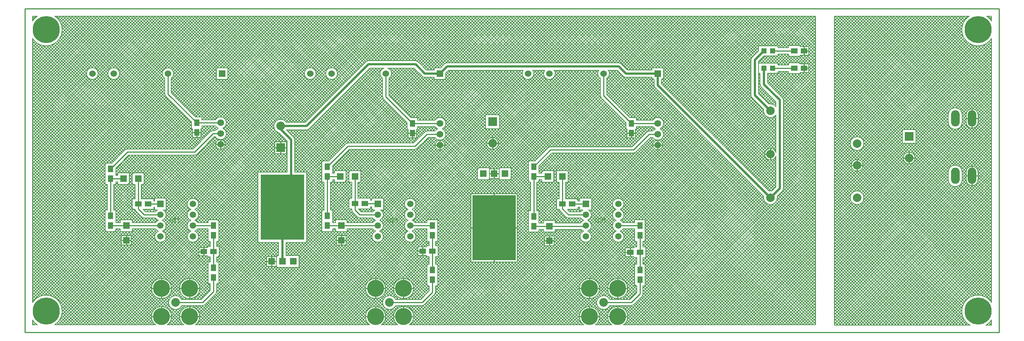
<source format=gtl>
G04*
G04 #@! TF.GenerationSoftware,Altium Limited,Altium Designer,18.0.9 (584)*
G04*
G04 Layer_Physical_Order=1*
G04 Layer_Color=255*
%FSLAX43Y43*%
%MOMM*%
G71*
G01*
G75*
%ADD10C,0.254*%
%ADD16C,0.178*%
%ADD17R,10.160X15.240*%
%ADD18R,1.524X1.524*%
%ADD19R,1.524X1.524*%
%ADD20R,1.524X1.270*%
%ADD21R,1.270X1.524*%
%ADD22R,1.200X1.200*%
%ADD41C,0.203*%
%ADD42C,0.508*%
%ADD43C,6.350*%
%ADD44R,1.575X1.575*%
%ADD45C,1.524*%
%ADD46R,2.032X2.032*%
%ADD47C,2.032*%
%ADD48C,1.575*%
%ADD49C,4.000*%
%ADD50R,1.500X1.500*%
%ADD51C,1.500*%
%ADD52C,2.000*%
%ADD53O,2.032X3.810*%
%ADD54C,1.270*%
D10*
X182753Y66167D02*
X183769D01*
X182753D02*
Y67056D01*
Y65278D02*
Y66167D01*
Y62103D02*
Y62992D01*
Y62103D02*
X183769D01*
X182753Y61214D02*
Y62103D01*
X174879Y40656D02*
Y41910D01*
Y43164D01*
X173625Y41910D02*
X174879D01*
X148463Y44069D02*
X149504D01*
X148463D02*
Y45110D01*
Y43028D02*
Y44069D01*
X147422D02*
X148463D01*
X142240Y45847D02*
Y46863D01*
X143129D01*
X141351D02*
X142240D01*
X109728Y44450D02*
Y45720D01*
Y44450D02*
X110998D01*
X108458D02*
X109728D01*
X90932Y46863D02*
X91821D01*
X90932Y45847D02*
Y46863D01*
X110109Y37338D02*
X111150D01*
X109728Y43180D02*
Y44450D01*
X96368Y44069D02*
X97409D01*
X98450D01*
X97409D02*
Y45110D01*
Y43028D02*
Y44069D01*
X110109Y37338D02*
Y38379D01*
X109068Y37338D02*
X110109D01*
Y36297D02*
Y37338D01*
X141986Y18923D02*
Y19812D01*
Y18034D02*
Y18923D01*
X140970D02*
X141986D01*
X139063Y10414D02*
X141317D01*
X139063D02*
Y12668D01*
X136809Y10414D02*
X139063D01*
Y8160D02*
Y10414D01*
X132463D02*
X134717D01*
X139063Y3814D02*
Y6068D01*
Y3814D02*
X141317D01*
X136809D02*
X139063D01*
X132463D02*
X134717D01*
X110109Y24638D02*
Y32512D01*
X104775Y24638D02*
X110109D01*
X115443D01*
X110109Y16764D02*
Y24638D01*
X123063Y21590D02*
X124079D01*
X130209Y10414D02*
X132463D01*
Y8160D02*
Y10414D01*
Y12668D01*
X123063Y21590D02*
Y22606D01*
X122047Y21590D02*
X123063D01*
Y20574D02*
Y21590D01*
X132463Y3814D02*
Y6068D01*
X130209Y3814D02*
X132463D01*
X93345Y19177D02*
Y20066D01*
Y18288D02*
Y19177D01*
X92329D02*
X93345D01*
X90043Y46863D02*
X90932D01*
X58801Y43434D02*
X60071D01*
X61341D01*
X45974Y44196D02*
Y45237D01*
X60071Y43434D02*
Y44704D01*
X45974Y44196D02*
X47015D01*
X45974Y43155D02*
Y44196D01*
X44933D02*
X45974D01*
X40386Y45974D02*
Y46990D01*
X41275D01*
X39497D02*
X40386D01*
X60071Y42164D02*
Y43434D01*
X74295Y21717D02*
Y22733D01*
X88897Y10414D02*
Y12668D01*
Y10414D02*
X91151D01*
X88897Y8160D02*
Y10414D01*
X86643D02*
X88897D01*
X82297D02*
X84551D01*
X82297D02*
Y12668D01*
X80043Y10414D02*
X82297D01*
Y8160D02*
Y10414D01*
X74295Y21717D02*
X75311D01*
X74295Y20701D02*
Y21717D01*
X73279D02*
X74295D01*
X88897Y3814D02*
Y6068D01*
Y3814D02*
X91151D01*
X86643D02*
X88897D01*
X82297D02*
Y6068D01*
X80043Y3814D02*
X82297D01*
X84551D01*
X57912Y16764D02*
Y17805D01*
Y16764D02*
X58953D01*
X56871D02*
X57912D01*
Y15723D02*
Y16764D01*
X23876Y21717D02*
Y22733D01*
X42037Y19050D02*
Y19939D01*
X41021Y19050D02*
X42037D01*
Y18161D02*
Y19050D01*
X38731Y10414D02*
X40985D01*
X38731D02*
Y12668D01*
X36477Y10414D02*
X38731D01*
Y8160D02*
Y10414D01*
Y3814D02*
X40985D01*
X38731D02*
Y6068D01*
X36477Y3814D02*
X38731D01*
X32131Y10414D02*
X34385D01*
X32131Y3814D02*
X34385D01*
X23876Y21717D02*
X24892D01*
X23876Y20701D02*
Y21717D01*
X22860D02*
X23876D01*
X32131Y10414D02*
Y12668D01*
X29877Y10414D02*
X32131D01*
Y8160D02*
Y10414D01*
Y3814D02*
Y6068D01*
X29877Y3814D02*
X32131D01*
X222148Y50292D02*
Y52451D01*
X220878Y50292D02*
X222148D01*
X223418D01*
X222148Y48133D02*
Y50292D01*
X207391Y41021D02*
X208661D01*
X207391D02*
Y42291D01*
Y39751D02*
Y41021D01*
X206121D02*
X207391D01*
X222148Y36830D02*
X223418D01*
X220878D02*
X222148D01*
Y38989D01*
Y34671D02*
Y36830D01*
X195179Y39310D02*
Y40564D01*
Y39310D02*
X196433D01*
X193925D02*
X195179D01*
Y38056D02*
Y39310D01*
X70993Y27432D02*
Y36703D01*
Y25146D02*
X74295D01*
X70993Y36703D02*
X74041D01*
X94361Y46609D02*
X97409D01*
X91567Y43815D02*
X94361Y46609D01*
X75819Y43815D02*
X91567D01*
X70993Y38989D02*
X75819Y43815D01*
X144272Y9144D02*
Y12446D01*
X142242Y7114D02*
X144272Y9144D01*
X135763Y7114D02*
X142242D01*
X95631Y9525D02*
Y12446D01*
X93220Y7114D02*
X95631Y9525D01*
X85597Y7114D02*
X93220D01*
X44323Y9652D02*
Y12954D01*
X41785Y7114D02*
X44323Y9652D01*
X35431Y7114D02*
X41785D01*
X146431Y46609D02*
X148463D01*
X142748Y42926D02*
X146431Y46609D01*
X123317Y42926D02*
X142748D01*
X119380Y38989D02*
X123317Y42926D01*
X126111Y30226D02*
Y36703D01*
X119380D02*
X122682D01*
X175421Y62103D02*
X180467D01*
X175421Y66167D02*
X180467D01*
X119380Y27305D02*
Y36703D01*
X131445Y25019D02*
X131572Y25146D01*
X123063Y25019D02*
X131445D01*
X119380D02*
X123063D01*
X127508Y27686D02*
X131572D01*
X126111Y29083D02*
X127508Y27686D01*
X126111Y29083D02*
Y30226D01*
X77470Y28829D02*
Y30353D01*
Y28829D02*
X78613Y27686D01*
X82804D01*
X128397Y30226D02*
X131572D01*
X144272Y14732D02*
Y18923D01*
Y22860D01*
X139192Y25146D02*
X144272D01*
X135763Y55626D02*
Y60833D01*
Y55626D02*
X142240Y49149D01*
X148463D01*
X74295Y25146D02*
X82804D01*
X82677Y30353D02*
X82804Y30226D01*
X79756Y30353D02*
X82677D01*
X77470D02*
Y36703D01*
X90424Y25146D02*
X95631D01*
Y19177D02*
Y22860D01*
Y14732D02*
Y19177D01*
X23876Y25146D02*
X31877D01*
X20193D02*
X23876D01*
X90932Y49149D02*
X97409D01*
X84709Y55372D02*
X90932Y49149D01*
X84709Y55372D02*
Y60833D01*
X44196Y46736D02*
X45974D01*
X39878Y42418D02*
X44196Y46736D01*
X24130Y42418D02*
X39878D01*
X20193Y38481D02*
X24130Y42418D01*
X39497Y25146D02*
X44323D01*
Y15240D02*
Y19050D01*
Y22860D01*
X20193Y27432D02*
Y36195D01*
X28956Y30226D02*
X31877D01*
X28067Y27686D02*
X31877D01*
X26670Y29083D02*
X28067Y27686D01*
X26670Y29083D02*
Y30226D01*
Y36195D01*
X20193D02*
X23241D01*
X33655Y56007D02*
X40386Y49276D01*
X33655Y56007D02*
Y60833D01*
X40386Y49276D02*
X45974D01*
X127Y76073D02*
X127Y127D01*
X228473D01*
X228473Y76073D02*
X228473Y127D01*
X127Y76073D02*
X228473D01*
D16*
X34163Y26924D02*
Y26077D01*
X34332Y25908D01*
X34671D01*
X34840Y26077D01*
Y26924D01*
X35179Y25908D02*
X35517D01*
X35348D01*
Y26924D01*
X35179Y26754D01*
X36025Y25908D02*
X36364D01*
X36194D01*
Y26924D01*
X36025Y26754D01*
X85090Y26924D02*
Y26077D01*
X85259Y25908D01*
X85598D01*
X85767Y26077D01*
Y26924D01*
X86783Y25908D02*
X86106D01*
X86783Y26585D01*
Y26754D01*
X86614Y26924D01*
X86275D01*
X86106Y26754D01*
X87121Y25908D02*
X87460D01*
X87291D01*
Y26924D01*
X87121Y26754D01*
X133858Y26924D02*
Y26077D01*
X134027Y25908D01*
X134366D01*
X134535Y26077D01*
Y26924D01*
X134874Y26754D02*
X135043Y26924D01*
X135382D01*
X135551Y26754D01*
Y26585D01*
X135382Y26416D01*
X135212D01*
X135382D01*
X135551Y26247D01*
Y26077D01*
X135382Y25908D01*
X135043D01*
X134874Y26077D01*
X135889Y25908D02*
X136228D01*
X136059D01*
Y26924D01*
X135889Y26754D01*
D17*
X60452Y29464D02*
D03*
X110109Y24638D02*
D03*
D18*
X123063Y21590D02*
D03*
Y25019D02*
D03*
X74295Y21717D02*
D03*
Y25146D02*
D03*
X23876Y21717D02*
D03*
Y25146D02*
D03*
D19*
X122682Y36703D02*
D03*
X126111D02*
D03*
X74041D02*
D03*
X77470D02*
D03*
X23241Y36195D02*
D03*
X26670D02*
D03*
X148463Y60833D02*
D03*
X97409D02*
D03*
X46355D02*
D03*
D20*
X126111Y30226D02*
D03*
X128397D02*
D03*
X144272Y18923D02*
D03*
X141986D02*
D03*
X95631Y19177D02*
D03*
X93345D02*
D03*
X77470Y30353D02*
D03*
X79756D02*
D03*
X26670Y30226D02*
D03*
X28956D02*
D03*
X182753Y66167D02*
D03*
X180467D02*
D03*
X182753Y62103D02*
D03*
X180467D02*
D03*
X44323Y19050D02*
D03*
X42037D02*
D03*
D21*
X144272Y12446D02*
D03*
Y14732D02*
D03*
X95631Y12446D02*
D03*
Y14732D02*
D03*
X70993Y36703D02*
D03*
Y38989D02*
D03*
X20193Y36195D02*
D03*
Y38481D02*
D03*
Y25146D02*
D03*
Y27432D02*
D03*
X44323Y12954D02*
D03*
Y15240D02*
D03*
Y22860D02*
D03*
Y25146D02*
D03*
X40386Y46990D02*
D03*
Y49276D02*
D03*
X95631Y22860D02*
D03*
Y25146D02*
D03*
X70993D02*
D03*
Y27432D02*
D03*
X90932Y46863D02*
D03*
Y49149D02*
D03*
X144272Y22860D02*
D03*
Y25146D02*
D03*
X119380Y25019D02*
D03*
Y27305D02*
D03*
Y36703D02*
D03*
Y38989D02*
D03*
X142240Y46863D02*
D03*
Y49149D02*
D03*
D22*
X175421Y62103D02*
D03*
X173321D02*
D03*
Y66167D02*
D03*
X175421D02*
D03*
D41*
X170586Y64654D02*
G03*
X170332Y64042I610J-612D01*
G01*
X170585Y64653D02*
G03*
X170332Y64042I611J-611D01*
G01*
X177902Y54610D02*
G03*
X177648Y55222I-864J0D01*
G01*
X177902Y54610D02*
G03*
X177649Y55221I-864J0D01*
G01*
X176174Y53065D02*
G03*
X174529Y53681I-1295J-955D01*
G01*
X172457Y58327D02*
G03*
X172710Y57716I864J0D01*
G01*
X172457Y58327D02*
G03*
X172711Y57715I864J0D01*
G01*
X173308Y52460D02*
G03*
X176174Y51155I1571J-350D01*
G01*
Y42309D02*
G03*
X176174Y41511I-1295J-399D01*
G01*
X170332Y55793D02*
G03*
X170585Y55182I864J0D01*
G01*
X170332Y55793D02*
G03*
X170586Y55181I864J0D01*
G01*
X149045Y47879D02*
G03*
X149860Y49149I-582J1270D01*
G01*
D02*
G03*
X147276Y49886I-1397J0D01*
G01*
Y48412D02*
G03*
X147881Y47879I1187J737D01*
G01*
X147599Y58126D02*
G03*
X147852Y57515I864J0D01*
G01*
X147599Y58126D02*
G03*
X147853Y57514I864J0D01*
G01*
X147881Y47879D02*
G03*
X147276Y47346I582J-1270D01*
G01*
X146431D02*
G03*
X145910Y47130I0J-737D01*
G01*
X146431Y47346D02*
G03*
X145910Y47130I0J-737D01*
G01*
X148463Y45212D02*
G03*
X149860Y46609I0J1397D01*
G01*
D02*
G03*
X149045Y47879I-1397J0D01*
G01*
X149606Y44069D02*
G03*
X148463Y45212I-1143J0D01*
G01*
X147276Y45872D02*
G03*
X148463Y45212I1187J737D01*
G01*
D02*
G03*
X149606Y44069I0J-1143D01*
G01*
X139931Y63094D02*
G03*
X139319Y63348I-612J-610D01*
G01*
X139930Y63095D02*
G03*
X139319Y63348I-611J-611D01*
G01*
X134640Y61620D02*
G03*
X135026Y59676I1123J-787D01*
G01*
X140358Y60223D02*
G03*
X140970Y59969I612J610D01*
G01*
X140359Y60222D02*
G03*
X140970Y59969I611J611D01*
G01*
X137135Y60833D02*
G03*
X136886Y61620I-1372J0D01*
G01*
X136500Y59676D02*
G03*
X137135Y60833I-737J1157D01*
G01*
X116920Y61620D02*
G03*
X119415Y60833I1123J-787D01*
G01*
X124435D02*
G03*
X124186Y61620I-1372J0D01*
G01*
X121940D02*
G03*
X124435Y60833I1123J-787D01*
G01*
X119415D02*
G03*
X119166Y61620I-1372J0D01*
G01*
X99060Y63348D02*
G03*
X98449Y63095I0J-864D01*
G01*
X99060Y63348D02*
G03*
X98448Y63094I0J-864D01*
G01*
X92305Y63603D02*
G03*
X91694Y63856I-611J-611D01*
G01*
X92306Y63602D02*
G03*
X91694Y63856I-612J-610D01*
G01*
X93241Y60223D02*
G03*
X93853Y59969I612J610D01*
G01*
X93242Y60222D02*
G03*
X93853Y59969I611J611D01*
G01*
X142748Y42189D02*
G03*
X143269Y42405I0J737D01*
G01*
X142748Y42189D02*
G03*
X143269Y42405I0J737D01*
G01*
X135026Y55626D02*
G03*
X135242Y55105I737J0D01*
G01*
X135026Y55626D02*
G03*
X135242Y55105I737J0D01*
G01*
X123317Y43663D02*
G03*
X122796Y43447I0J-737D01*
G01*
X123317Y43663D02*
G03*
X122796Y43447I0J-737D01*
G01*
X97991Y47879D02*
G03*
X98806Y49149I-582J1270D01*
G01*
Y46609D02*
G03*
X97991Y47879I-1397J0D01*
G01*
X98806Y49149D02*
G03*
X96222Y49886I-1397J0D01*
G01*
Y48412D02*
G03*
X96827Y47879I1187J737D01*
G01*
D02*
G03*
X96222Y47346I582J-1270D01*
G01*
X97409Y45212D02*
G03*
X98806Y46609I0J1397D01*
G01*
X98552Y44069D02*
G03*
X97409Y45212I-1143J0D01*
G01*
X96222Y45872D02*
G03*
X97409Y45212I1187J737D01*
G01*
X94361Y47346D02*
G03*
X93840Y47130I0J-737D01*
G01*
X94361Y47346D02*
G03*
X93840Y47130I0J-737D01*
G01*
X111100Y44450D02*
G03*
X111100Y44450I-1372J0D01*
G01*
X97409Y45212D02*
G03*
X98552Y44069I0J-1143D01*
G01*
X91567Y43078D02*
G03*
X92088Y43294I0J737D01*
G01*
X91567Y43078D02*
G03*
X92088Y43294I0J737D01*
G01*
X177649Y33258D02*
G03*
X177902Y33869I-611J611D01*
G01*
X177648Y33257D02*
G03*
X177902Y33869I-610J612D01*
G01*
X173308Y32060D02*
G03*
X176489Y31710I1571J-350D01*
G01*
D02*
G03*
X176450Y32060I-1610J0D01*
G01*
X175229Y33281D02*
G03*
X174529Y33281I-350J-1571D01*
G01*
X140552Y30226D02*
G03*
X138707Y28956I-1360J0D01*
G01*
X139677D02*
G03*
X140552Y30226I-485J1270D01*
G01*
Y27686D02*
G03*
X139677Y28956I-1360J0D01*
G01*
Y26416D02*
G03*
X140552Y27686I-485J1270D01*
G01*
X132932D02*
G03*
X132247Y28866I-1360J0D01*
G01*
X138707Y28956D02*
G03*
X138707Y26416I485J-1270D01*
G01*
X132057D02*
G03*
X132932Y27686I-485J1270D01*
G01*
X138707Y26416D02*
G03*
X138707Y23876I485J-1270D01*
G01*
X140335Y25883D02*
G03*
X139677Y26416I-1143J-737D01*
G01*
Y23876D02*
G03*
X140335Y24409I-485J1270D01*
G01*
X132932Y25146D02*
G03*
X132057Y26416I-1360J0D01*
G01*
Y23876D02*
G03*
X132932Y25146I-485J1270D01*
G01*
X144793Y8623D02*
G03*
X145009Y9144I-521J521D01*
G01*
X144793Y8623D02*
G03*
X145009Y9144I-521J521D01*
G01*
X142242Y6377D02*
G03*
X142763Y6593I0J737D01*
G01*
X142242Y6377D02*
G03*
X142763Y6593I0J737D01*
G01*
X141419Y10414D02*
G03*
X141419Y10414I-2356J0D01*
G01*
X140552Y22606D02*
G03*
X139677Y23876I-1360J0D01*
G01*
X138707D02*
G03*
X140552Y22606I485J-1270D01*
G01*
X132932D02*
G03*
X132057Y23876I-1360J0D01*
G01*
X134819Y10414D02*
G03*
X134819Y10414I-2356J0D01*
G01*
X140443Y1905D02*
G03*
X141419Y3814I-1380J1909D01*
G01*
D02*
G03*
X137683Y1905I-2356J0D01*
G01*
X137212Y7851D02*
G03*
X137212Y6377I-1449J-737D01*
G01*
X134819Y3814D02*
G03*
X131083Y1905I-2356J0D01*
G01*
X133843D02*
G03*
X134819Y3814I-1380J1909D01*
G01*
X125381Y28981D02*
G03*
X125590Y28562I730J102D01*
G01*
X130897Y28866D02*
G03*
X130429Y28423I675J-1180D01*
G01*
X126987Y27165D02*
G03*
X127508Y26949I521J521D01*
G01*
X126987Y27165D02*
G03*
X127508Y26949I521J521D01*
G01*
X130429D02*
G03*
X131087Y26416I1143J737D01*
G01*
D02*
G03*
X130357Y25756I485J-1270D01*
G01*
X125381Y28981D02*
G03*
X125590Y28562I730J102D01*
G01*
X90909Y28956D02*
G03*
X91784Y30226I-485J1270D01*
G01*
Y27686D02*
G03*
X90909Y28956I-1360J0D01*
G01*
Y26416D02*
G03*
X91784Y27686I-485J1270D01*
G01*
X91567Y25883D02*
G03*
X90909Y26416I-1143J-737D01*
G01*
Y23876D02*
G03*
X91567Y24409I-485J1270D01*
G01*
X130522Y24282D02*
G03*
X131087Y23876I1050J864D01*
G01*
D02*
G03*
X132932Y22606I485J-1270D01*
G01*
X91784D02*
G03*
X90909Y23876I-1360J0D01*
G01*
X96152Y9004D02*
G03*
X96368Y9525I-521J521D01*
G01*
X96152Y9004D02*
G03*
X96368Y9525I-521J521D01*
G01*
X93220Y6377D02*
G03*
X93741Y6593I0J737D01*
G01*
X93220Y6377D02*
G03*
X93741Y6593I0J737D01*
G01*
X80645Y63856D02*
G03*
X80034Y63603I0J-864D01*
G01*
X80645Y63856D02*
G03*
X80033Y63602I0J-864D01*
G01*
X86081Y60833D02*
G03*
X85160Y62128I-1372J0D01*
G01*
X85446Y59676D02*
G03*
X86081Y60833I-737J1157D01*
G01*
X84258Y62128D02*
G03*
X83972Y59676I451J-1295D01*
G01*
Y55372D02*
G03*
X84188Y54851I737J0D01*
G01*
X83972Y55372D02*
G03*
X84188Y54851I737J0D01*
G01*
X73381Y60833D02*
G03*
X73381Y60833I-1372J0D01*
G01*
X68361D02*
G03*
X68361Y60833I-1372J0D01*
G01*
X75819Y44552D02*
G03*
X75298Y44336I0J-737D01*
G01*
X75819Y44552D02*
G03*
X75298Y44336I0J-737D01*
G01*
X91784Y30226D02*
G03*
X89939Y28956I-1360J0D01*
G01*
X66167Y47650D02*
G03*
X66778Y47903I0J864D01*
G01*
X66167Y47650D02*
G03*
X66779Y47904I0J864D01*
G01*
X63348Y45339D02*
G03*
X63094Y45951I-864J0D01*
G01*
X63348Y45339D02*
G03*
X63095Y45950I-864J0D01*
G01*
X34392Y59676D02*
G03*
X35027Y60833I-737J1157D01*
G01*
X32918Y56007D02*
G03*
X33134Y55486I737J0D01*
G01*
X35027Y60833D02*
G03*
X32918Y59676I-1372J0D01*
G01*
Y56007D02*
G03*
X33134Y55486I737J0D01*
G01*
X22327Y60833D02*
G03*
X22327Y60833I-1372J0D01*
G01*
X46556Y48006D02*
G03*
X47371Y49276I-582J1270D01*
G01*
X61448Y49378D02*
G03*
X59661Y46941I-1377J-864D01*
G01*
X47371Y49276D02*
G03*
X44787Y50013I-1397J0D01*
G01*
X17307Y60833D02*
G03*
X17307Y60833I-1372J0D01*
G01*
X8865Y71120D02*
G03*
X7140Y74295I-3785J0D01*
G01*
X3020D02*
G03*
X1905Y73180I2060J-3175D01*
G01*
Y69060D02*
G03*
X8865Y71120I3175J2060D01*
G01*
X47371Y46736D02*
G03*
X46556Y48006I-1397J0D01*
G01*
X44787Y45999D02*
G03*
X45974Y45339I1187J737D01*
G01*
X44787Y48539D02*
G03*
X45392Y48006I1187J737D01*
G01*
D02*
G03*
X44787Y47473I582J-1270D01*
G01*
X45974Y45339D02*
G03*
X47371Y46736I0J1397D01*
G01*
X47117Y44196D02*
G03*
X45974Y45339I-1143J0D01*
G01*
D02*
G03*
X47117Y44196I0J-1143D01*
G01*
X44196Y47473D02*
G03*
X43675Y47257I0J-737D01*
G01*
X44196Y47473D02*
G03*
X43675Y47257I0J-737D01*
G01*
X39878Y41681D02*
G03*
X40399Y41897I0J737D01*
G01*
X39878Y41681D02*
G03*
X40399Y41897I0J737D01*
G01*
X40857Y30226D02*
G03*
X39012Y28956I-1360J0D01*
G01*
X39982D02*
G03*
X40857Y30226I-485J1270D01*
G01*
X24130Y43155D02*
G03*
X23609Y42939I0J-737D01*
G01*
X24130Y43155D02*
G03*
X23609Y42939I0J-737D01*
G01*
X89939Y28956D02*
G03*
X89939Y26416I485J-1270D01*
G01*
X84164Y27686D02*
G03*
X83479Y28866I-1360J0D01*
G01*
X83289Y26416D02*
G03*
X84164Y27686I-485J1270D01*
G01*
X82129Y28866D02*
G03*
X81661Y28423I675J-1180D01*
G01*
Y26949D02*
G03*
X82319Y26416I1143J737D01*
G01*
D02*
G03*
X81661Y25883I485J-1270D01*
G01*
X76733Y28829D02*
G03*
X76949Y28308I737J0D01*
G01*
X76733Y28829D02*
G03*
X76949Y28308I737J0D01*
G01*
X78092Y27165D02*
G03*
X78613Y26949I521J521D01*
G01*
X78092Y27165D02*
G03*
X78613Y26949I521J521D01*
G01*
X89939Y26416D02*
G03*
X89939Y23876I485J-1270D01*
G01*
D02*
G03*
X91784Y22606I485J-1270D01*
G01*
X84164Y25146D02*
G03*
X83289Y26416I-1360J0D01*
G01*
Y23876D02*
G03*
X84164Y25146I-485J1270D01*
G01*
X81661Y24409D02*
G03*
X82319Y23876I1143J737D01*
G01*
D02*
G03*
X84164Y22606I485J-1270D01*
G01*
D02*
G03*
X83289Y23876I-1360J0D01*
G01*
X91253Y10414D02*
G03*
X91253Y10414I-2356J0D01*
G01*
X84653D02*
G03*
X84653Y10414I-2356J0D01*
G01*
X87046Y7851D02*
G03*
X87046Y6377I-1449J-737D01*
G01*
X90277Y1905D02*
G03*
X91253Y3814I-1380J1909D01*
G01*
D02*
G03*
X87517Y1905I-2356J0D01*
G01*
X84653Y3814D02*
G03*
X80917Y1905I-2356J0D01*
G01*
X83677D02*
G03*
X84653Y3814I-1380J1909D01*
G01*
X39012Y28956D02*
G03*
X39012Y26416I485J-1270D01*
G01*
X40857Y27686D02*
G03*
X39982Y28956I-1360J0D01*
G01*
Y26416D02*
G03*
X40857Y27686I-485J1270D01*
G01*
X31202Y28866D02*
G03*
X30734Y28423I675J-1180D01*
G01*
X33237Y27686D02*
G03*
X32552Y28866I-1360J0D01*
G01*
X32362Y26416D02*
G03*
X33237Y27686I-485J1270D01*
G01*
X40640Y25883D02*
G03*
X39982Y26416I-1143J-737D01*
G01*
X30734Y26949D02*
G03*
X31392Y26416I1143J737D01*
G01*
D02*
G03*
X30734Y25883I485J-1270D01*
G01*
X25940Y28981D02*
G03*
X26149Y28562I730J102D01*
G01*
X25940Y28981D02*
G03*
X26149Y28562I730J102D01*
G01*
X27546Y27165D02*
G03*
X28067Y26949I521J521D01*
G01*
X27546Y27165D02*
G03*
X28067Y26949I521J521D01*
G01*
X39012Y26416D02*
G03*
X39012Y23876I485J-1270D01*
G01*
X39982D02*
G03*
X40640Y24409I-485J1270D01*
G01*
X39012Y23876D02*
G03*
X40857Y22606I485J-1270D01*
G01*
D02*
G03*
X39982Y23876I-1360J0D01*
G01*
X33237Y25146D02*
G03*
X32362Y26416I-1360J0D01*
G01*
Y23876D02*
G03*
X33237Y25146I-485J1270D01*
G01*
X30734Y24409D02*
G03*
X31392Y23876I1143J737D01*
G01*
D02*
G03*
X33237Y22606I485J-1270D01*
G01*
D02*
G03*
X32362Y23876I-1360J0D01*
G01*
X44844Y9131D02*
G03*
X45060Y9652I-521J521D01*
G01*
X44844Y9131D02*
G03*
X45060Y9652I-521J521D01*
G01*
X41785Y6377D02*
G03*
X42306Y6593I0J737D01*
G01*
X41785Y6377D02*
G03*
X42306Y6593I0J737D01*
G01*
X40111Y1905D02*
G03*
X41087Y3814I-1380J1909D01*
G01*
Y10414D02*
G03*
X41087Y10414I-2356J0D01*
G01*
Y3814D02*
G03*
X37351Y1905I-2356J0D01*
G01*
X34487Y10414D02*
G03*
X34487Y10414I-2356J0D01*
G01*
X36880Y7851D02*
G03*
X36880Y6377I-1449J-737D01*
G01*
X8865Y5080D02*
G03*
X1905Y7140I-3785J0D01*
G01*
X34487Y3814D02*
G03*
X30751Y1905I-2356J0D01*
G01*
X33511D02*
G03*
X34487Y3814I-1380J1909D01*
G01*
X7140Y1905D02*
G03*
X8865Y5080I-2060J3175D01*
G01*
X1905Y3020D02*
G03*
X3020Y1905I3175J2060D01*
G01*
X226695Y73180D02*
G03*
X225580Y74295I-3175J-2060D01*
G01*
X221460D02*
G03*
X226695Y69060I2060J-3175D01*
G01*
X223520Y51181D02*
G03*
X220777Y51181I-1372J0D01*
G01*
X219812D02*
G03*
X216560Y51181I-1626J0D01*
G01*
X220777Y49403D02*
G03*
X223520Y49403I1372J0D01*
G01*
X216560D02*
G03*
X219812Y49403I1626J0D01*
G01*
X208763Y41021D02*
G03*
X208763Y41021I-1372J0D01*
G01*
X223520Y37719D02*
G03*
X220777Y37719I-1372J0D01*
G01*
Y35941D02*
G03*
X223520Y35941I1372J0D01*
G01*
X219812Y37719D02*
G03*
X216560Y37719I-1626J0D01*
G01*
Y35941D02*
G03*
X219812Y35941I1626J0D01*
G01*
X225369Y1778D02*
G03*
X226695Y3020I-1849J3302D01*
G01*
Y7140D02*
G03*
X221671Y1778I-3175J-2060D01*
G01*
X196789Y44410D02*
G03*
X196789Y44410I-1610J0D01*
G01*
X196535Y39310D02*
G03*
X196535Y39310I-1356J0D01*
G01*
X196789Y31710D02*
G03*
X196789Y31710I-1610J0D01*
G01*
X183581Y74295D02*
X185420Y72456D01*
X182862Y74295D02*
X185420Y71737D01*
X182144Y74295D02*
X185420Y71019D01*
X185017Y74295D02*
X185420Y73892D01*
X184299Y74295D02*
X185420Y73174D01*
X179988Y74295D02*
X185420Y68863D01*
X179270Y74295D02*
X185420Y68145D01*
X181425Y74295D02*
X185420Y70300D01*
X180707Y74295D02*
X185420Y69582D01*
X176631Y67185D02*
X183740Y74295D01*
X178552D02*
X185420Y67427D01*
X175678Y74295D02*
X182815Y67158D01*
X176104Y67377D02*
X183022Y74295D01*
X177786Y66904D02*
X185177Y74295D01*
X177833D02*
X185420Y66708D01*
X176396Y74295D02*
X183534Y67158D01*
X177067Y66904D02*
X184459Y74295D01*
X182350Y67158D02*
X185420Y70227D01*
X183871Y66523D02*
X185420Y68072D01*
X183069Y67158D02*
X185420Y69509D01*
X183787Y67158D02*
X185420Y68790D01*
X183871Y65804D02*
X185420Y67354D01*
X183871Y66821D02*
X185420Y65271D01*
X183871Y65176D02*
Y67158D01*
X179731Y67412D02*
X185420Y73101D01*
X181839Y67364D02*
X185420Y70946D01*
X180449Y67412D02*
X185420Y72383D01*
X181167Y67412D02*
X185420Y71664D01*
X177115Y74295D02*
X185420Y65990D01*
X178504Y66904D02*
X185420Y73819D01*
X181839Y67158D02*
X183871D01*
X181839Y65176D02*
X183871D01*
X175385Y67377D02*
X182304Y74295D01*
X174667Y67377D02*
X181585Y74295D01*
X179095Y67412D02*
X181839D01*
X174241Y74295D02*
X181124Y67412D01*
X174531Y67377D02*
X176631D01*
X174959Y74295D02*
X182097Y67158D01*
X181839D02*
Y67412D01*
X179095Y66904D02*
Y67412D01*
X176631Y66904D02*
Y67377D01*
X173523Y74295D02*
X180406Y67412D01*
X173948Y67377D02*
X180867Y74295D01*
X172804D02*
X179688Y67412D01*
X174211Y67377D02*
X174531D01*
X172511D02*
X179430Y74295D01*
X173230Y67377D02*
X180148Y74295D01*
X172111Y67377D02*
X174211D01*
X174531D01*
X176631Y65030D02*
X177031Y65430D01*
X178795D02*
X179095Y65130D01*
X181839Y64922D02*
Y65176D01*
X179095Y64922D02*
X181839D01*
X179095D02*
Y65430D01*
Y65130D02*
X179303Y64922D01*
X176631Y66904D02*
X179095D01*
X176631Y65430D02*
X179095D01*
X176631Y64957D02*
Y65430D01*
X176558Y64957D02*
X176631Y65030D01*
X174211Y64957D02*
X174531D01*
X176631D01*
X173333D02*
X174211D01*
X174531D01*
X183315Y63094D02*
X185420Y65198D01*
X182597Y63094D02*
X185420Y65917D01*
X183360Y65176D02*
X185420Y63116D01*
X183871Y66102D02*
X185420Y64553D01*
X183871Y65384D02*
X185420Y63834D01*
X182641Y65176D02*
X185420Y62398D01*
X181923Y65176D02*
X185420Y61679D01*
X181878Y63094D02*
X185420Y66635D01*
X183871Y62930D02*
X185420Y64480D01*
X180696Y63348D02*
X182524Y65176D01*
X181414Y63348D02*
X183243Y65176D01*
X179259Y63348D02*
X180834Y64922D01*
X180022D02*
X181596Y63348D01*
X180740Y64922D02*
X182569Y63094D01*
X181458Y64922D02*
X183287Y63094D01*
X179303Y64922D02*
X180878Y63348D01*
X179977D02*
X181552Y64922D01*
X183871Y62212D02*
X185420Y63761D01*
X183871Y61494D02*
X185420Y63043D01*
X183871Y62510D02*
X185420Y60961D01*
X183871Y61792D02*
X185420Y60242D01*
X183871Y61112D02*
Y63094D01*
X179095Y63348D02*
X181839D01*
Y63094D02*
X183871D01*
X181839D02*
Y63348D01*
X181596D02*
X181839Y63105D01*
X177830Y61366D02*
X185420Y53777D01*
X177112Y61366D02*
X185420Y53058D01*
X177883Y54788D02*
X185420Y62325D01*
X177902Y54088D02*
X185420Y61606D01*
X178077Y65430D02*
X180160Y63348D01*
X177358Y65430D02*
X179441Y63348D01*
X176631Y62875D02*
X179095Y65340D01*
X176350Y63313D02*
X178468Y65430D01*
X176640D02*
X179095Y62975D01*
X177314Y62840D02*
X179397Y64922D01*
X178032Y62840D02*
X180115Y64922D01*
X175676Y64957D02*
X177794Y62840D01*
X176394Y64957D02*
X178512Y62840D01*
X173521Y64957D02*
X175166Y63313D01*
X174195D02*
X175840Y64957D01*
X172758Y63313D02*
X174403Y64957D01*
X173476Y63313D02*
X175121Y64957D01*
X175632Y63313D02*
X177749Y65430D01*
X174958Y64957D02*
X176602Y63313D01*
X174239Y64957D02*
X175884Y63313D01*
X174913D02*
X176558Y64957D01*
X179095Y63184D02*
X179259Y63348D01*
X178751Y62840D02*
X179095Y63184D01*
Y62840D02*
Y63348D01*
X176631Y62840D02*
Y63313D01*
Y62840D02*
X179095D01*
X176631Y61366D02*
X179095D01*
X176631Y60893D02*
Y61366D01*
X179095Y60858D02*
Y61366D01*
X174211Y63313D02*
X174531D01*
X176631D01*
X172349Y63974D02*
X173010Y63313D01*
X174211D02*
X174531D01*
X176631Y63284D02*
X177075Y62840D01*
X175109Y57761D02*
X178714Y61366D01*
X173068Y64692D02*
X174447Y63313D01*
X172708Y64333D02*
X173729Y63313D01*
X168494Y74295D02*
X175412Y67377D01*
X167775Y74295D02*
X174694Y67377D01*
X169212Y74295D02*
X176131Y67377D01*
X166338Y74295D02*
X173257Y67377D01*
X167057Y74295D02*
X173975Y67377D01*
X171367Y74295D02*
X178759Y66904D01*
X172086Y74295D02*
X179095Y67285D01*
X169931Y74295D02*
X177322Y66904D01*
X170649Y74295D02*
X178040Y66904D01*
X164902Y74295D02*
X172111Y67085D01*
X165620Y74295D02*
X172538Y67377D01*
X163465Y74295D02*
X171846Y65914D01*
X164183Y74295D02*
X172111Y66367D01*
X160591Y74295D02*
X170435Y64451D01*
X162746Y74295D02*
X171487Y65554D01*
X149379Y62205D02*
X161469Y74295D01*
X149835Y61942D02*
X162188Y74295D01*
X172111Y66179D02*
Y67377D01*
X170586Y64654D02*
X172111Y66179D01*
X172060Y63333D02*
X173684Y64957D01*
X172111Y63313D02*
X174211D01*
X172060Y63684D02*
X173333Y64957D01*
X172060Y63545D02*
X172292Y63313D01*
X161309Y74295D02*
X170769Y64836D01*
X162028Y74295D02*
X171128Y65195D01*
X159873Y74295D02*
X170332Y63835D01*
X159154Y74295D02*
X170332Y63117D01*
X148661Y62205D02*
X160751Y74295D01*
X158436D02*
X170332Y62398D01*
X147224Y62205D02*
X159314Y74295D01*
X147942Y62205D02*
X160032Y74295D01*
X141148Y61876D02*
X153567Y74295D01*
X140789Y62236D02*
X152848Y74295D01*
X142405Y61697D02*
X155004Y74295D01*
X140070Y62954D02*
X151411Y74295D01*
X140430Y62595D02*
X152130Y74295D01*
X145279Y61697D02*
X157877Y74295D01*
X145997Y61697D02*
X158596Y74295D01*
X143124Y61697D02*
X155722Y74295D01*
X144560Y61697D02*
X157159Y74295D01*
X138309Y63348D02*
X149256Y74295D01*
X139027Y63348D02*
X149975Y74295D01*
X135435Y63348D02*
X146382Y74295D01*
X137590Y63348D02*
X148538Y74295D01*
X137602D02*
X149692Y62205D01*
X139671Y63273D02*
X150693Y74295D01*
X136165D02*
X148255Y62205D01*
X136883Y74295D02*
X148974Y62205D01*
X136872Y63348D02*
X147819Y74295D01*
X147091Y62205D02*
X149835D01*
X136153Y63348D02*
X147101Y74295D01*
X135446D02*
X147537Y62205D01*
X147091Y62072D02*
X147224Y62205D01*
X149692D02*
X149835Y62062D01*
X147091Y61697D02*
Y62205D01*
X146716Y61697D02*
X147091Y62072D01*
X134717Y63348D02*
X145664Y74295D01*
X134728D02*
X147091Y61931D01*
X133280Y63348D02*
X144227Y74295D01*
X133998Y63348D02*
X144946Y74295D01*
X133291D02*
X145889Y61697D01*
X134009Y74295D02*
X146608Y61697D01*
X131854Y74295D02*
X144453Y61697D01*
X132573Y74295D02*
X145171Y61697D01*
X155754Y52056D02*
X177993Y74295D01*
X155395Y52415D02*
X177275Y74295D01*
X156113Y51697D02*
X178711Y74295D01*
X149815D02*
X176174Y47935D01*
X155036Y52775D02*
X176556Y74295D01*
X147659D02*
X176174Y45780D01*
X146941Y74295D02*
X176174Y45062D01*
X149096Y74295D02*
X176174Y47217D01*
X148378Y74295D02*
X176174Y46498D01*
X146223Y74295D02*
X176174Y44343D01*
X145504Y74295D02*
X176174Y43625D01*
X141194Y74295D02*
X173524Y41964D01*
X144786Y74295D02*
X176174Y42906D01*
X139038Y74295D02*
X176174Y37159D01*
X138320Y74295D02*
X176174Y36441D01*
X140475Y74295D02*
X176174Y38596D01*
X139757Y74295D02*
X176174Y37877D01*
X153599Y54211D02*
X173682Y74295D01*
X153958Y53852D02*
X174401Y74295D01*
X153240Y54571D02*
X172964Y74295D01*
X172111Y60893D02*
Y63313D01*
X154317Y53493D02*
X175119Y74295D01*
X154677Y53134D02*
X175838Y74295D01*
X156473Y51338D02*
X172111Y66977D01*
X156832Y50979D02*
X172111Y66258D01*
X150533Y74295D02*
X173441Y51387D01*
X144067Y74295D02*
X175118Y43244D01*
X152880Y54930D02*
X172246Y74295D01*
X151252D02*
X173277Y52269D01*
X143349Y74295D02*
X174449Y43195D01*
X149835Y62062D02*
X176174Y35722D01*
X141912Y74295D02*
X173675Y42532D01*
X142631Y74295D02*
X173991Y42934D01*
X156281Y74295D02*
X170332Y60243D01*
X155562Y74295D02*
X170332Y59525D01*
X154844Y74295D02*
X170332Y58806D01*
X157717Y74295D02*
X170332Y61680D01*
X156999Y74295D02*
X170332Y60962D01*
X152688Y74295D02*
X170332Y56651D01*
X151970Y74295D02*
X170332Y55933D01*
X154125Y74295D02*
X170332Y58088D01*
X153407Y74295D02*
X170332Y57369D01*
X149835Y60505D02*
X163625Y74295D01*
X149835Y59787D02*
X164343Y74295D01*
X141687Y61697D02*
X154285Y74295D01*
X143842Y61697D02*
X156440Y74295D01*
X151444Y56367D02*
X169372Y74295D01*
X151803Y56007D02*
X170090Y74295D01*
X150725Y57085D02*
X167935Y74295D01*
X151084Y56726D02*
X168654Y74295D01*
X152521Y55289D02*
X171527Y74295D01*
X172060Y56151D02*
Y63684D01*
X152162Y55648D02*
X170809Y74295D01*
X170332Y55793D02*
Y64042D01*
X157909Y49901D02*
X170332Y62324D01*
X158269Y49542D02*
X170332Y61605D01*
X157191Y50619D02*
X170332Y63761D01*
X157550Y50260D02*
X170332Y63042D01*
X149835Y61223D02*
X162906Y74295D01*
X149327Y58560D02*
X165061Y74295D01*
X149835Y59461D02*
Y62205D01*
X141328Y61697D02*
X147091D01*
X150007Y57804D02*
X166498Y74295D01*
X150366Y57444D02*
X167217Y74295D01*
X149648Y58163D02*
X165780Y74295D01*
X137345Y61620D02*
X148420Y50545D01*
X183113Y61112D02*
X185420Y58806D01*
X181839Y61112D02*
X183871D01*
X183832D02*
X185420Y59524D01*
X181839Y60858D02*
Y61112D01*
Y60898D02*
X182053Y61112D01*
X178549Y61366D02*
X185420Y54495D01*
X179775Y60858D02*
X185420Y55213D01*
X182395Y61112D02*
X185420Y58087D01*
X181839Y60950D02*
X185420Y57369D01*
X174749Y58120D02*
X177996Y61366D01*
X175468Y57401D02*
X179095Y61029D01*
X174390Y58479D02*
X177278Y61366D01*
X174531Y60893D02*
X176631D01*
Y61129D02*
X185420Y52340D01*
X177902Y53369D02*
X185420Y60888D01*
X177264Y55605D02*
X182771Y61112D01*
X177623Y55246D02*
X183489Y61112D01*
X180493Y60858D02*
X185420Y55932D01*
X181212Y60858D02*
X185420Y56650D01*
X176905Y55965D02*
X181799Y60858D01*
X179095D02*
X181839D01*
X177902Y52651D02*
X185420Y60169D01*
X177902Y51933D02*
X185420Y59451D01*
X176186Y56683D02*
X180362Y60858D01*
X176546Y56324D02*
X181080Y60858D01*
X175827Y57042D02*
X179643Y60858D01*
X174185Y58685D02*
X177648Y55222D01*
X176174Y53065D02*
Y54252D01*
X172711Y57715D02*
X176174Y54252D01*
X175804Y53427D02*
X176174Y53797D01*
X174211Y60893D02*
X174531D01*
X174185Y60429D02*
X174649Y60893D01*
X174185Y59710D02*
X175368Y60893D01*
X172111D02*
X172457D01*
X174211D02*
X174531D01*
X174185Y58685D02*
Y60893D01*
Y58992D02*
X176086Y60893D01*
X172457Y58327D02*
Y60893D01*
X172060Y59741D02*
X172457Y60138D01*
X172060Y59953D02*
X172457Y59555D01*
X172060Y60459D02*
X172457Y60857D01*
X172060Y60671D02*
X172457Y60273D01*
X172060Y58304D02*
X172457Y58701D01*
X172060Y58516D02*
X172493Y58083D01*
X172060Y59022D02*
X172457Y59420D01*
X172060Y59234D02*
X172457Y58837D01*
X173138Y55072D02*
X174247Y56180D01*
X173498Y54713D02*
X174606Y55821D01*
X172779Y55431D02*
X173887Y56539D01*
X174642Y53702D02*
X175683Y54743D01*
X175317Y53659D02*
X176043Y54384D01*
X173857Y54354D02*
X174965Y55462D01*
X174216Y53994D02*
X175324Y55103D01*
X172061Y56150D02*
X173169Y57258D01*
X172420Y55790D02*
X173528Y56899D01*
X172060Y57585D02*
X172509Y58034D01*
X172060Y56867D02*
X172810Y57617D01*
X172060Y57798D02*
X176174Y53683D01*
X172060Y57079D02*
X175580Y53559D01*
X172060Y56361D02*
X174710Y53711D01*
X172060Y56151D02*
X174529Y53681D01*
X177902Y46904D02*
X185420Y54422D01*
X177902Y47622D02*
X185420Y55140D01*
X177902Y54111D02*
X185420Y46592D01*
X177902Y49059D02*
X185420Y56577D01*
X177902Y48340D02*
X185420Y55859D01*
X177902Y51956D02*
X185420Y44437D01*
X177902Y44030D02*
X185420Y51548D01*
X177902Y46185D02*
X185420Y53704D01*
X177902Y44748D02*
X185420Y52267D01*
X174185Y59983D02*
X185420Y48748D01*
X174185Y59265D02*
X185420Y48029D01*
X176148Y60893D02*
X185420Y51621D01*
X174185Y60701D02*
X185420Y49466D01*
X177902Y45467D02*
X185420Y52985D01*
X177902Y52674D02*
X185420Y45156D01*
X177862Y54869D02*
X185420Y47311D01*
X177902Y53392D02*
X185420Y45874D01*
X177902Y45490D02*
X185420Y37971D01*
X177902Y37564D02*
X185420Y45083D01*
X177902Y48363D02*
X185420Y40845D01*
X177902Y38283D02*
X185420Y45801D01*
X177902Y44053D02*
X185420Y36534D01*
X177902Y43334D02*
X185420Y35816D01*
X177902Y44771D02*
X185420Y37253D01*
X177902Y36846D02*
X185420Y44364D01*
X177902Y50519D02*
X185420Y43000D01*
X177902Y42593D02*
X185420Y50111D01*
X177902Y51237D02*
X185420Y43719D01*
X177902Y43311D02*
X185420Y50830D01*
X177902Y49082D02*
X185420Y41563D01*
X177902Y41156D02*
X185420Y48675D01*
X177902Y49800D02*
X185420Y42282D01*
X177902Y41875D02*
X185420Y49393D01*
X177902Y40438D02*
X185420Y47956D01*
X177902Y49777D02*
X185420Y57296D01*
X177902Y47645D02*
X185420Y40127D01*
X177902Y51214D02*
X185420Y58733D01*
X177902Y50496D02*
X185420Y58014D01*
X177902Y39001D02*
X185420Y46519D01*
X177902Y46208D02*
X185420Y38690D01*
X177902Y39719D02*
X185420Y47238D01*
X177902Y46927D02*
X185420Y39408D01*
X174711Y60893D02*
X185420Y50184D01*
X175430Y60893D02*
X185420Y50903D01*
X176014Y50969D02*
X176174Y50809D01*
Y42309D02*
Y51155D01*
X174156Y50672D02*
X176174Y48654D01*
X175596Y50669D02*
X176174Y50091D01*
X175038Y50508D02*
X176174Y49372D01*
X175925Y42772D02*
X176174Y43021D01*
X175903Y41022D02*
X176174Y40751D01*
X174978Y43262D02*
X176174Y44458D01*
X175533Y43098D02*
X176174Y43740D01*
X177902Y36127D02*
X185420Y43646D01*
X177902Y35409D02*
X185420Y42927D01*
X175501Y40706D02*
X176174Y40033D01*
X174933Y40555D02*
X176174Y39314D01*
X171919Y35892D02*
X176174Y40147D01*
X172278Y35532D02*
X176174Y39429D01*
X171559Y36251D02*
X176174Y40866D01*
X171200Y36610D02*
X175178Y40588D01*
X158628Y49182D02*
X170332Y60887D01*
X158987Y48823D02*
X170332Y60169D01*
X149509Y59461D02*
X149835Y59787D01*
X160065Y47746D02*
X170332Y58013D01*
X160424Y47386D02*
X170332Y57295D01*
X159346Y48464D02*
X170332Y59450D01*
X159705Y48105D02*
X170332Y58732D01*
X149327Y59279D02*
X149509Y59461D01*
X149327D02*
X149835D01*
X149327Y58484D02*
Y59461D01*
X141599Y50832D02*
X148067Y57301D01*
X143442Y50521D02*
X149145Y56223D01*
X143526Y49886D02*
X149504Y55864D01*
X142005Y50521D02*
X148426Y56941D01*
X142724Y50521D02*
X148785Y56582D01*
X170586Y55181D02*
X173308Y52460D01*
X149764Y49658D02*
X152737Y52631D01*
X149074Y50405D02*
X152018Y53349D01*
X149487Y50099D02*
X152378Y52990D01*
X149283Y47740D02*
X153455Y51912D01*
X149633Y47372D02*
X153814Y51553D01*
X149855Y49031D02*
X153096Y52272D01*
X147118Y49886D02*
X151300Y54068D01*
X148496Y50546D02*
X151659Y53709D01*
X144244Y49886D02*
X149863Y55505D01*
X146399Y49886D02*
X150941Y54427D01*
X144963Y49886D02*
X150222Y55145D01*
X145681Y49886D02*
X150582Y54786D01*
X147091Y59776D02*
X147406Y59461D01*
X147091D02*
Y59969D01*
X147406Y59461D02*
X147599Y59268D01*
X140970Y59969D02*
X147091D01*
X146898D02*
X147091Y59776D01*
X146180Y59969D02*
X147599Y58550D01*
X145461Y59969D02*
X147690Y57741D01*
X139803Y52628D02*
X147091Y59917D01*
X147599Y58126D02*
Y59461D01*
X139084Y53347D02*
X145707Y59969D01*
X139443Y52987D02*
X146425Y59969D01*
X138366Y54065D02*
X144270Y59969D01*
X138725Y53706D02*
X144988Y59969D01*
X137098Y61149D02*
X147845Y50402D01*
X137080Y60449D02*
X147434Y50094D01*
X136834Y59976D02*
X146924Y49886D01*
X136500Y59592D02*
X146206Y49886D01*
X147091Y59461D02*
X147599D01*
X143485Y48412D02*
X147276D01*
X146960D02*
X147637Y47736D01*
X146733Y47346D02*
X147513Y48125D01*
X145524Y48412D02*
X146590Y47346D01*
X146242Y48412D02*
X147289Y47366D01*
X140880Y51551D02*
X147599Y58270D01*
X141239Y51191D02*
X147725Y57677D01*
X140162Y52269D02*
X147354Y59461D01*
X140521Y51910D02*
X147599Y58988D01*
X136500Y58873D02*
X145487Y49886D01*
X143485D02*
X147276D01*
X136500Y58155D02*
X144769Y49886D01*
X143231Y47435D02*
X144208Y48412D01*
X164375Y43435D02*
X173287Y52347D01*
X164016Y43794D02*
X172995Y52773D01*
X164734Y43076D02*
X173330Y51672D01*
X163298Y44513D02*
X172276Y53491D01*
X163657Y44154D02*
X172635Y53132D01*
X166530Y41280D02*
X176174Y50924D01*
X165812Y41998D02*
X174390Y50576D01*
X165094Y42717D02*
X173562Y51185D01*
X165453Y42357D02*
X173916Y50820D01*
X160783Y47027D02*
X170332Y56576D01*
X161502Y46309D02*
X170489Y55297D01*
X161142Y46668D02*
X170332Y55858D01*
X149740Y46042D02*
X154533Y50835D01*
X162579Y45231D02*
X171558Y54210D01*
X162938Y44872D02*
X171917Y53851D01*
X161861Y45950D02*
X170839Y54928D01*
X162220Y45590D02*
X171199Y54569D01*
X169045Y38765D02*
X176174Y45895D01*
X169404Y38406D02*
X176174Y45176D01*
X168327Y39484D02*
X176174Y47332D01*
X168686Y39125D02*
X176174Y46613D01*
X170482Y37329D02*
X174017Y40864D01*
X170841Y36969D02*
X174485Y40613D01*
X169763Y38047D02*
X173527Y41811D01*
X170123Y37688D02*
X173691Y41256D01*
X166171Y41639D02*
X175041Y50509D01*
X149540Y43687D02*
X155610Y49757D01*
X149282Y44866D02*
X154892Y50476D01*
X149552Y44417D02*
X155251Y50116D01*
X167608Y40202D02*
X176174Y48769D01*
X167967Y39843D02*
X176174Y48050D01*
X166890Y40921D02*
X176174Y50205D01*
X167249Y40561D02*
X176174Y49487D01*
X146431Y47346D02*
X147276D01*
X144805Y48412D02*
X146007Y47211D01*
X149838Y46858D02*
X154174Y51194D01*
X144087Y48412D02*
X145640Y46859D01*
X143231Y45998D02*
X145645Y48412D01*
X143485Y48296D02*
X145281Y46500D01*
X143231Y46717D02*
X144926Y48412D01*
X143285Y47777D02*
X144921Y46141D01*
X141613Y43663D02*
X146363Y48412D01*
X142332Y43663D02*
X147081Y48412D01*
X142443Y43663D02*
X145910Y47130D01*
X143231Y47113D02*
X144562Y45782D01*
X148844Y45146D02*
X149030Y45332D01*
X148703Y45233D02*
X148765Y45172D01*
X147877Y45341D02*
X148074Y45144D01*
X148147Y45167D02*
X148214Y45234D01*
X146681Y45818D02*
X147639Y44861D01*
X146736Y45872D02*
X147276D01*
X146322Y45459D02*
X147372Y44409D01*
X143269Y42405D02*
X146736Y45872D01*
X145963Y45099D02*
X147392Y43671D01*
X131843Y63348D02*
X142790Y74295D01*
X131125Y63348D02*
X142072Y74295D01*
X132561Y63348D02*
X143509Y74295D01*
X129688Y63348D02*
X140635Y74295D01*
X130406Y63348D02*
X141354Y74295D01*
X130417D02*
X143016Y61697D01*
X131136Y74295D02*
X143734Y61697D01*
X128981Y74295D02*
X141579Y61697D01*
X129699Y74295D02*
X142297Y61697D01*
X126825Y74295D02*
X137773Y63348D01*
X127532D02*
X138480Y74295D01*
X122515D02*
X133462Y63348D01*
X124670Y74295D02*
X135617Y63348D01*
X128262Y74295D02*
X139210Y63348D01*
X128969D02*
X139917Y74295D01*
X127544D02*
X138491Y63348D01*
X128251D02*
X139198Y74295D01*
X126107D02*
X137054Y63348D01*
X126814D02*
X137761Y74295D01*
X125388D02*
X136336Y63348D01*
X126096D02*
X137043Y74295D01*
X139931Y63094D02*
X141328Y61697D01*
X136886Y61620D02*
X138961D01*
X124659Y63348D02*
X135606Y74295D01*
X125377Y63348D02*
X136325Y74295D01*
X123940Y63348D02*
X134888Y74295D01*
X123952D02*
X134899Y63348D01*
X123233Y74295D02*
X134181Y63348D01*
X124186Y61620D02*
X134640D01*
X122503Y63348D02*
X133451Y74295D01*
X123222Y63348D02*
X134169Y74295D01*
X120348Y63348D02*
X131296Y74295D01*
X119641D02*
X130588Y63348D01*
X120359Y74295D02*
X131307Y63348D01*
X118923Y74295D02*
X129870Y63348D01*
X119630D02*
X130577Y74295D01*
X121785Y63348D02*
X132732Y74295D01*
X121796D02*
X132744Y63348D01*
X121067D02*
X132014Y74295D01*
X121078D02*
X132025Y63348D01*
X116767Y74295D02*
X127715Y63348D01*
X117475D02*
X128422Y74295D01*
X116049D02*
X126996Y63348D01*
X116756D02*
X127704Y74295D01*
X118204D02*
X129152Y63348D01*
X118911D02*
X129859Y74295D01*
X117486D02*
X128433Y63348D01*
X118193D02*
X129140Y74295D01*
X114601Y63348D02*
X125548Y74295D01*
X114612D02*
X125560Y63348D01*
X113882D02*
X124830Y74295D01*
X113894D02*
X124841Y63348D01*
X115331Y74295D02*
X126278Y63348D01*
X116038D02*
X126985Y74295D01*
X115319Y63348D02*
X126267Y74295D01*
X119166Y61620D02*
X121940D01*
X111727Y63348D02*
X122675Y74295D01*
X111739D02*
X122686Y63348D01*
X111009D02*
X121956Y74295D01*
X111020D02*
X121968Y63348D01*
X113164D02*
X124111Y74295D01*
X113175D02*
X124123Y63348D01*
X112446D02*
X123393Y74295D01*
X112457D02*
X123404Y63348D01*
X137131Y60733D02*
X138018Y61620D01*
X137032Y61353D02*
X137300Y61620D01*
X138961D02*
X140358Y60223D01*
X133034Y61620D02*
X135026Y59628D01*
X136500Y59383D02*
X138737Y61620D01*
X128724D02*
X140995Y49349D01*
X130160Y61620D02*
X135026Y56754D01*
X132316Y61620D02*
X135026Y58910D01*
X126568Y61620D02*
X141249Y46939D01*
X125850Y61620D02*
X141249Y46221D01*
X128005Y61620D02*
X140995Y48630D01*
X127287Y61620D02*
X140995Y47912D01*
X124413Y61620D02*
X142371Y43663D01*
X125132Y61620D02*
X142766Y43986D01*
X119384Y61620D02*
X137342Y43663D01*
X120103Y61620D02*
X138060Y43663D01*
X137288Y55143D02*
X142115Y59969D01*
X138006Y54424D02*
X143552Y59969D01*
X136570Y55861D02*
X140716Y60008D01*
X136929Y55502D02*
X141396Y59969D01*
X136500Y57228D02*
X139927Y60655D01*
X136500Y56509D02*
X140286Y60296D01*
X136500Y58665D02*
X139208Y61373D01*
X136500Y57946D02*
X139567Y61014D01*
X124434Y60881D02*
X141653Y43663D01*
X124318Y60279D02*
X140934Y43663D01*
X119414Y60872D02*
X136624Y43663D01*
X119295Y60273D02*
X135905Y43663D01*
X134471Y61620D02*
X134574Y61517D01*
X130879Y61620D02*
X135026Y57473D01*
X131597Y61620D02*
X135026Y58191D01*
X133752Y61620D02*
X134399Y60974D01*
X115074Y61620D02*
X133032Y43663D01*
X129442Y61620D02*
X135026Y56036D01*
X113637Y61620D02*
X131595Y43663D01*
X114355Y61620D02*
X132313Y43663D01*
X111003Y43945D02*
X128679Y61620D01*
X112200D02*
X130158Y43663D01*
X110854Y45233D02*
X127242Y61620D01*
X111071Y44731D02*
X127961Y61620D01*
X112918D02*
X130876Y43663D01*
X111541Y38735D02*
X134426Y61620D01*
X110763D02*
X128721Y43663D01*
X111482Y61620D02*
X129439Y43663D01*
X121540Y61620D02*
X121798Y61362D01*
X124257Y61509D02*
X124368Y61620D01*
X119233Y61514D02*
X119339Y61620D01*
X119408Y60970D02*
X120058Y61620D01*
X124429Y60962D02*
X125087Y61620D01*
X120821D02*
X121694Y60747D01*
X111030Y51156D02*
X121495Y61620D01*
X115792D02*
X116675Y60738D01*
X116511Y61620D02*
X116775Y61356D01*
X112259Y38735D02*
X134392Y60868D01*
X112978Y38735D02*
X134512Y60270D01*
X111354Y50761D02*
X121724Y61132D01*
X111354Y50042D02*
X121749Y60438D01*
X103118Y74295D02*
X114065Y63348D01*
X103106D02*
X114054Y74295D01*
X103825Y63348D02*
X114772Y74295D01*
X102388Y63348D02*
X113335Y74295D01*
X102399D02*
X113347Y63348D01*
X104554Y74295D02*
X115502Y63348D01*
X105261D02*
X116209Y74295D01*
X103836D02*
X114783Y63348D01*
X104543D02*
X115490Y74295D01*
X100232Y63348D02*
X111180Y74295D01*
X100244D02*
X111191Y63348D01*
X99514D02*
X110461Y74295D01*
X99525D02*
X110473Y63348D01*
X101669D02*
X112617Y74295D01*
X101681D02*
X112628Y63348D01*
X100951D02*
X111898Y74295D01*
X100962D02*
X111910Y63348D01*
X108853D02*
X119801Y74295D01*
X108865D02*
X119812Y63348D01*
X108135D02*
X119082Y74295D01*
X108146D02*
X119094Y63348D01*
X110290D02*
X121238Y74295D01*
X110302D02*
X121249Y63348D01*
X109572D02*
X120519Y74295D01*
X109583D02*
X120531Y63348D01*
X105991Y74295D02*
X116939Y63348D01*
X99060D02*
X139319D01*
X105273Y74295D02*
X116220Y63348D01*
X105980D02*
X116927Y74295D01*
X107417Y63348D02*
X118364Y74295D01*
X107428D02*
X118375Y63348D01*
X106698D02*
X117646Y74295D01*
X106710D02*
X117657Y63348D01*
X97370Y74295D02*
X108318Y63348D01*
X96652Y74295D02*
X107599Y63348D01*
X98089Y74295D02*
X109036Y63348D01*
X95215Y74295D02*
X106162Y63348D01*
X95933Y74295D02*
X106881Y63348D01*
X98730Y63282D02*
X109743Y74295D01*
X98807D02*
X109754Y63348D01*
X96216Y62205D02*
X108306Y74295D01*
X96934Y62205D02*
X109025Y74295D01*
X93778D02*
X104725Y63348D01*
X94496Y74295D02*
X105444Y63348D01*
X92804Y63103D02*
X103996Y74295D01*
X93060D02*
X104007Y63348D01*
X93882Y62026D02*
X106151Y74295D01*
X94271Y61697D02*
X106869Y74295D01*
X93163Y62744D02*
X104714Y74295D01*
X93522Y62385D02*
X105432Y74295D01*
X92445Y63463D02*
X103277Y74295D01*
X97559Y62205D02*
X98448Y63094D01*
X96037Y62026D02*
X96216Y62205D01*
X96037D02*
X97559D01*
X95708Y61697D02*
X96037Y62026D01*
X94211Y61697D02*
X96037D01*
X91401Y63856D02*
X101840Y74295D01*
X92045Y63781D02*
X102559Y74295D01*
X91623D02*
X102570Y63348D01*
X92341Y74295D02*
X103289Y63348D01*
X90904Y74295D02*
X101852Y63348D01*
X92306Y63602D02*
X94211Y61697D01*
X109326Y61620D02*
X127284Y43663D01*
X108608Y61620D02*
X126566Y43663D01*
X110045Y61620D02*
X128003Y43663D01*
X109983Y45798D02*
X125805Y61620D01*
X110492Y45589D02*
X126524Y61620D01*
X109850Y38481D02*
X132989Y61620D01*
X110568Y38481D02*
X133708Y61620D01*
X108667Y38735D02*
X131553Y61620D01*
X109132Y38481D02*
X132271Y61620D01*
X107171D02*
X125129Y43663D01*
X107890Y61620D02*
X125847Y43663D01*
X105734Y61620D02*
X123692Y43663D01*
X106453Y61620D02*
X124410Y43663D01*
X107230Y38735D02*
X130116Y61620D01*
X107949Y38735D02*
X130834Y61620D01*
X105016D02*
X123031Y43605D01*
X106512Y38735D02*
X129397Y61620D01*
X110311Y51156D02*
X120776Y61620D01*
X104297D02*
X122634Y43284D01*
X99418Y61620D02*
X116920D01*
X108156Y51156D02*
X116974Y59973D01*
X102861Y61620D02*
X121915Y42566D01*
X103579Y61620D02*
X122274Y42925D01*
X101424Y61620D02*
X121197Y41847D01*
X102142Y61620D02*
X121556Y42207D01*
X98597Y47344D02*
X112874Y61620D01*
X98790Y46819D02*
X113592Y61620D01*
X98796Y48979D02*
X111437Y61620D01*
X98255Y47720D02*
X112155Y61620D01*
X98508Y44382D02*
X115747Y61620D01*
X98456Y43611D02*
X116466Y61620D01*
X98642Y45952D02*
X114311Y61620D01*
X98251Y44842D02*
X115029Y61620D01*
X99987D02*
X110452Y51156D01*
X97487Y50544D02*
X108563Y61620D01*
X100705D02*
X111170Y51156D01*
X98781Y60459D02*
X99942Y61620D01*
X98781Y59741D02*
X100660Y61620D01*
X98455Y50075D02*
X110000Y61620D01*
X98723Y49625D02*
X110718Y61620D01*
X96110Y49886D02*
X107845Y61620D01*
X98051Y50390D02*
X109282Y61620D01*
X94989Y61697D02*
X107588Y74295D01*
X95391Y49886D02*
X107126Y61620D01*
X96037Y61697D02*
Y62205D01*
X91336Y62128D02*
X93241Y60223D01*
X90858Y62128D02*
X108367Y44619D01*
X94673Y49886D02*
X106408Y61620D01*
X93236Y49886D02*
X104971Y61620D01*
X93955Y49886D02*
X105689Y61620D01*
X98781Y60983D02*
X99418Y61620D01*
X98781Y59461D02*
Y60983D01*
X96037Y59461D02*
Y59969D01*
X95891D02*
X96037Y59823D01*
X99343Y61546D02*
X109733Y51156D01*
X98984Y61187D02*
X109015Y51156D01*
X98781Y60671D02*
X108296Y51156D01*
X94454Y59969D02*
X108888Y45535D01*
X91716Y50521D02*
X102816Y61620D01*
X93853Y59969D02*
X96037D01*
X92518Y49886D02*
X104253Y61620D01*
X93726Y59979D02*
X108551Y45154D01*
X90998Y50521D02*
X102097Y61620D01*
X92177Y50263D02*
X103534Y61620D01*
X143415Y50521D02*
X143485Y50451D01*
X141910Y50521D02*
X143485D01*
Y50451D02*
X144050Y49886D01*
X143485D02*
Y50521D01*
Y47777D02*
Y48412D01*
X143231Y45745D02*
Y47777D01*
X143485D01*
X141249Y45745D02*
Y47777D01*
X141130D02*
X141249Y47658D01*
X137647Y54783D02*
X142833Y59969D01*
X136500Y57436D02*
X143415Y50521D01*
X136500Y56718D02*
X142697Y50521D01*
X136500Y56000D02*
X141979Y50521D01*
X136500Y55931D02*
X141910Y50521D01*
X140995Y47777D02*
X141249D01*
X140995Y47912D02*
X141130Y47777D01*
X137303Y43663D02*
X141249Y47609D01*
X143231Y46395D02*
X144203Y45423D01*
X143162Y45745D02*
X143844Y45063D01*
X142443Y45745D02*
X143484Y44704D01*
X141725Y45745D02*
X143125Y44345D01*
X140895Y43663D02*
X142978Y45745D01*
X141249D02*
X143231D01*
X140176Y43663D02*
X142259Y45745D01*
X139458Y43663D02*
X141541Y45745D01*
X123317Y43663D02*
X142443D01*
X138021D02*
X141249Y46891D01*
X138740Y43663D02*
X141249Y46172D01*
X136500Y55931D02*
Y59676D01*
X135242Y55105D02*
X140995Y49352D01*
X135026Y55626D02*
Y59676D01*
X126526Y43663D02*
X136606Y53742D01*
X127245Y43663D02*
X136965Y53383D01*
X125090Y43663D02*
X135887Y54460D01*
X125808Y43663D02*
X136246Y54101D01*
X118999Y59850D02*
X135187Y43663D01*
X122977Y59464D02*
X138779Y43663D01*
X118566Y59565D02*
X134468Y43663D01*
X117948Y59465D02*
X133750Y43663D01*
X124024Y59854D02*
X140216Y43663D01*
X123592Y59568D02*
X139497Y43663D01*
X123653D02*
X135174Y55184D01*
X124371Y43663D02*
X135528Y54819D01*
X140995Y47777D02*
Y49352D01*
X135866Y43663D02*
X140995Y48792D01*
X135147Y43663D02*
X140916Y49431D01*
X136584Y43663D02*
X140995Y48074D01*
X133711Y43663D02*
X140198Y50150D01*
X134429Y43663D02*
X140557Y49790D01*
X132274Y43663D02*
X139479Y50868D01*
X132992Y43663D02*
X139838Y50509D01*
X130837Y43663D02*
X138761Y51586D01*
X131555Y43663D02*
X139120Y51227D01*
X129400Y43663D02*
X138042Y52305D01*
X130118Y43663D02*
X138402Y51946D01*
X127963Y43663D02*
X137324Y53023D01*
X128682Y43663D02*
X137683Y52664D01*
X126686Y38075D02*
X130801Y42189D01*
X125967Y38075D02*
X130082Y42189D01*
X127404Y38075D02*
X131519Y42189D01*
X123812Y38075D02*
X127927Y42189D01*
X125249Y38075D02*
X129364Y42189D01*
X127483Y36716D02*
X132956Y42189D01*
X127483Y35998D02*
X133674Y42189D01*
X124054Y37598D02*
X128645Y42189D01*
X127483Y37435D02*
X132237Y42189D01*
X119632Y40361D02*
X135026Y55755D01*
X123622Y42189D02*
X142748D01*
X118195Y40361D02*
X135026Y57192D01*
X118914Y40361D02*
X135026Y56473D01*
X122375Y38075D02*
X126490Y42189D01*
X123094Y38075D02*
X127208Y42189D01*
X120625Y37761D02*
X125053Y42189D01*
X121657Y38075D02*
X125772Y42189D01*
X124739Y38075D02*
X127483D01*
X126848Y35331D02*
X127483D01*
X124054Y36879D02*
X124739Y37565D01*
X124054Y37554D02*
X124739Y36868D01*
X127483Y35331D02*
Y38075D01*
X124739Y35331D02*
X125374D01*
X124739D02*
Y38075D01*
Y35431D02*
X124839Y35331D01*
X123316Y41883D02*
X127125Y38075D01*
X122957Y41524D02*
X126406Y38075D01*
X122598Y41165D02*
X125688Y38075D01*
X122238Y40806D02*
X124970Y38075D01*
X124054Y35442D02*
X124739Y36128D01*
X124054Y36117D02*
X124739Y35431D01*
X124054Y36161D02*
X124739Y36847D01*
X124054Y36835D02*
X124739Y36149D01*
X120625Y39192D02*
X123622Y42189D01*
X120625Y38479D02*
X124335Y42189D01*
X121520Y40087D02*
X123533Y38075D01*
X121161Y39728D02*
X122814Y38075D01*
X120802Y39369D02*
X122096Y38075D01*
X121879Y40446D02*
X124739Y37586D01*
X121310Y37728D02*
X121657Y38075D01*
X120625Y37617D02*
Y38075D01*
Y37617D02*
Y38075D01*
X119710Y40361D02*
X122796Y43447D01*
X120625Y38075D02*
Y39192D01*
X118135Y40301D02*
X118195Y40361D01*
X118135D02*
X119710D01*
X120625Y38827D02*
X121377Y38075D01*
X120625Y38109D02*
X121294Y37440D01*
X118135Y38075D02*
Y40361D01*
X114046Y36211D02*
X118135Y40301D01*
X121310Y38075D02*
X124054D01*
X121022Y37440D02*
X121310Y37728D01*
Y37440D02*
Y38075D01*
X120625Y37440D02*
Y37617D01*
X124054Y35331D02*
Y38075D01*
X123943Y35331D02*
X124054Y35442D01*
X120625Y37440D02*
X121310D01*
X120625Y35606D02*
X120985Y35966D01*
X120625D02*
X121310D01*
X120350Y35331D02*
X120625Y35606D01*
X118135Y37617D02*
Y38075D01*
Y37617D02*
Y38075D01*
X120625Y35331D02*
Y35966D01*
X118135Y35331D02*
X118643D01*
X118135D02*
Y37617D01*
Y35569D02*
X118373Y35331D01*
X111354Y49324D02*
X121998Y59969D01*
X108875Y51156D02*
X117362Y59643D01*
X109593Y51156D02*
X117906Y59468D01*
X108102Y51156D02*
X111354D01*
X111170D02*
X111354Y50972D01*
Y48606D02*
X122387Y59639D01*
X109169Y45702D02*
X122934Y59467D01*
X108102Y47904D02*
Y51156D01*
X111354Y47904D02*
Y51156D01*
X98781Y59953D02*
X108102Y50631D01*
X98554Y59461D02*
X108102Y49913D01*
X98501Y59461D02*
X98781Y59741D01*
X96037Y59461D02*
X98781D01*
X95172Y59969D02*
X109368Y45774D01*
X96399Y59461D02*
X110086Y45774D01*
X97117Y59461D02*
X108102Y48476D01*
X97835Y59461D02*
X108102Y49194D01*
Y47904D02*
X111354D01*
X97688Y45240D02*
X97777Y45151D01*
X97824Y45134D02*
X98066Y45376D01*
X95953Y48412D02*
X96610Y47755D01*
X96903Y45307D02*
X97054Y45156D01*
X95234Y48412D02*
X96253Y47394D01*
X92177Y49886D02*
X96222D01*
X95725Y47346D02*
X96483Y48103D01*
X94516Y48412D02*
X95583Y47346D01*
X95007D02*
X96074Y48412D01*
X93798D02*
X94864Y47346D01*
X94284Y47342D02*
X95355Y48412D01*
X92361D02*
X93742Y47031D01*
X93079Y48412D02*
X94171Y47321D01*
X92177Y48108D02*
X92481Y48412D01*
X92177D02*
X96222D01*
X92177Y49886D02*
Y50521D01*
Y50033D02*
X92324Y49886D01*
X91923Y46417D02*
X93918Y48412D01*
X90776Y44552D02*
X94637Y48412D01*
X92177Y47777D02*
Y48412D01*
X91923Y47135D02*
X93200Y48412D01*
X94361Y47346D02*
X96222D01*
X92177Y47878D02*
X93382Y46672D01*
X94901Y45872D02*
X96329Y44444D01*
X95619Y45872D02*
X96608Y44884D01*
X91923Y45977D02*
X92305Y45595D01*
X94666Y45872D02*
X96222D01*
X91923Y47414D02*
X93023Y46313D01*
X91923Y46695D02*
X92664Y45954D01*
X91923Y47777D02*
X92177D01*
X91262Y44552D02*
X93840Y47130D01*
X91436Y45745D02*
X91946Y45235D01*
X91923Y45745D02*
Y47777D01*
X111354Y50254D02*
X120478Y41129D01*
X111354Y50972D02*
X120838Y41488D01*
X111354Y49535D02*
X120119Y40770D01*
X111354Y48817D02*
X119760Y40411D01*
X111354Y48098D02*
X119091Y40361D01*
X114046Y37648D02*
X135026Y58628D01*
X114046Y36930D02*
X135026Y57910D01*
X113696Y38735D02*
X134809Y59848D01*
X114046Y38366D02*
X135026Y59347D01*
X109392Y47904D02*
X118135Y39161D01*
X110829Y47904D02*
X118373Y40361D01*
X110111Y47904D02*
X118135Y39880D01*
X111052Y44090D02*
X118135Y37006D01*
X110813Y43610D02*
X118135Y36288D01*
X108674Y47904D02*
X118135Y38443D01*
X111052Y44808D02*
X118135Y37725D01*
X111252Y38446D02*
X111541Y38735D01*
X111252D02*
X114046D01*
X111252Y38481D02*
Y38735D01*
Y36195D02*
Y38481D01*
X114046Y35941D02*
Y38735D01*
X113776Y35941D02*
X114046Y36211D01*
X111252Y36195D02*
Y38481D01*
Y35941D02*
Y36195D01*
X108942Y43326D02*
X113533Y38735D01*
X108966Y38481D02*
X111252D01*
X111156Y36195D02*
X111252Y36291D01*
X110432Y43273D02*
X118135Y35569D01*
X111252Y35941D02*
X114046D01*
X108966Y36195D02*
X111252D01*
X111044D02*
X111252Y35987D01*
X98677Y48562D02*
X108504Y38735D01*
X98378Y48143D02*
X107785Y38735D01*
X98725Y47077D02*
X107067Y38735D01*
X98774Y46310D02*
X106349Y38735D01*
X98806Y49151D02*
X109476Y38481D01*
X98555Y45810D02*
X106172Y38193D01*
X98491Y44437D02*
X106172Y36756D01*
X98496Y43714D02*
X106172Y36038D01*
X94424Y45630D02*
X96314Y43740D01*
X98194Y45453D02*
X106172Y37475D01*
X92088Y43294D02*
X94666Y45872D01*
X108966Y38481D02*
Y38735D01*
Y38315D02*
X109132Y38481D01*
X108966Y36195D02*
Y38481D01*
Y36195D02*
Y38481D01*
Y35941D02*
Y36195D01*
X106172Y38395D02*
X106512Y38735D01*
X106172D02*
X108966D01*
X108747Y35941D02*
X108966Y36160D01*
X106172Y35941D02*
X108966D01*
X106172D02*
Y38735D01*
Y36038D02*
X106269Y35941D01*
X177902Y34690D02*
X185420Y42209D01*
X177902Y42616D02*
X185420Y35098D01*
X177902Y41898D02*
X185420Y34379D01*
X177902Y33869D02*
Y54610D01*
Y33972D02*
X185420Y41490D01*
X177902Y39742D02*
X185420Y32224D01*
X177902Y36150D02*
X185420Y28632D01*
X177902Y41179D02*
X185420Y33661D01*
X177902Y40461D02*
X185420Y32942D01*
X176275Y30908D02*
X185420Y40054D01*
X177902Y38306D02*
X185420Y30787D01*
X176484Y31836D02*
X185420Y40772D01*
X177902Y39024D02*
X185420Y31506D01*
X177902Y35432D02*
X185420Y27913D01*
X177902Y34713D02*
X185420Y27195D01*
X177902Y37587D02*
X185420Y30069D01*
X177902Y36869D02*
X185420Y29350D01*
X177902Y33995D02*
X185420Y26477D01*
X177769Y33409D02*
X185420Y25758D01*
X176707Y32316D02*
X185420Y23603D01*
X176485Y31820D02*
X185420Y22884D01*
X177425Y33035D02*
X185420Y25040D01*
X177066Y32675D02*
X185420Y24321D01*
X176450Y32060D02*
X177648Y33257D01*
X176401Y31185D02*
X185420Y22166D01*
X175280Y30151D02*
X185420Y20011D01*
X174585Y30128D02*
X185420Y19292D01*
X176148Y30720D02*
X185420Y21448D01*
X175776Y30373D02*
X185420Y20729D01*
X149835Y60625D02*
X176174Y34285D01*
X149835Y61344D02*
X176174Y35004D01*
Y34227D02*
Y41511D01*
X149835Y59907D02*
X175844Y33897D01*
X149561Y59461D02*
X175485Y33538D01*
X149327Y58978D02*
X174989Y33316D01*
X149327Y58484D02*
X174529Y33281D01*
X147853Y57514D02*
X173308Y32060D01*
X145517Y24576D02*
X163154Y42214D01*
X144743Y59969D02*
X173296Y31416D01*
X145302Y26518D02*
X162076Y43291D01*
X143147Y26518D02*
X160999Y44369D01*
X144584Y26518D02*
X161717Y43651D01*
X145517Y25295D02*
X162795Y42573D01*
X145517Y23858D02*
X163513Y41855D01*
X143866Y26518D02*
X161358Y44010D01*
X145517Y26013D02*
X162435Y42932D01*
X173715Y34096D02*
X176174Y36555D01*
X174074Y33736D02*
X176174Y35837D01*
X172996Y34814D02*
X176174Y37992D01*
X173355Y34455D02*
X176174Y37274D01*
X174433Y33377D02*
X176174Y35118D01*
X175081Y33307D02*
X176174Y34400D01*
X175229Y33281D02*
X176174Y34227D01*
X145517Y22421D02*
X164232Y41136D01*
X172637Y35173D02*
X176174Y38711D01*
X145517Y23140D02*
X163872Y41495D01*
X145517Y24232D02*
Y26518D01*
X145418Y20168D02*
X165309Y40059D01*
X145644Y19675D02*
X165668Y39699D01*
X145517Y21703D02*
X164591Y40777D01*
X145009Y20476D02*
X164950Y40418D01*
X149802Y47008D02*
X185420Y11390D01*
X149408Y48120D02*
X185420Y12108D01*
X149819Y46272D02*
X185420Y10671D01*
X149859Y49106D02*
X185420Y13545D01*
X149716Y48531D02*
X185420Y12827D01*
Y1905D02*
Y74295D01*
X149538Y43680D02*
X185420Y7798D01*
X149590Y45783D02*
X185420Y9953D01*
X149566Y44371D02*
X185420Y8516D01*
X149220Y45435D02*
X185420Y9234D01*
X145604Y44740D02*
X185420Y4924D01*
X144025Y59969D02*
X185420Y18574D01*
X143306Y59969D02*
X185420Y17856D01*
X144526Y43662D02*
X185420Y2769D01*
X144167Y43303D02*
X185420Y2050D01*
X145245Y44381D02*
X185420Y4206D01*
X144885Y44022D02*
X185420Y3487D01*
X158048Y1905D02*
X185420Y29277D01*
X158766Y1905D02*
X185420Y28559D01*
X152300Y1905D02*
X185420Y35025D01*
X155174Y1905D02*
X185420Y32151D01*
X161640Y1905D02*
X185420Y25685D01*
X162358Y1905D02*
X185420Y24967D01*
X159485Y1905D02*
X185420Y27840D01*
X160203Y1905D02*
X185420Y27122D01*
X148065Y42998D02*
X185420Y5642D01*
X150145Y1905D02*
X185420Y37180D01*
X149255Y43245D02*
X185420Y7079D01*
X148803Y42978D02*
X185420Y6361D01*
X147990Y1905D02*
X185420Y39335D01*
X148708Y1905D02*
X185420Y38617D01*
X149427Y1905D02*
X185420Y37898D01*
X151582Y1905D02*
X185420Y35743D01*
X145517Y15237D02*
X167824Y37544D01*
X145517Y15955D02*
X167464Y37903D01*
X145517Y14519D02*
X168183Y37185D01*
X145644Y18956D02*
X166028Y39340D01*
X145644Y18238D02*
X166387Y38981D01*
X150864Y1905D02*
X185420Y36461D01*
X145517Y11645D02*
X169620Y35748D01*
X145517Y13800D02*
X168542Y36826D01*
X145517Y12363D02*
X169260Y36107D01*
X145517Y13082D02*
X168901Y36466D01*
X145009Y10418D02*
X169979Y35389D01*
X145009Y16884D02*
X166746Y38622D01*
X145009Y16166D02*
X167105Y38262D01*
X143808Y42944D02*
X184847Y1905D01*
X143449Y42585D02*
X184129Y1905D01*
X145009Y9700D02*
X170338Y35030D01*
X144985Y8958D02*
X170697Y34670D01*
X153737Y1905D02*
X185420Y33588D01*
X154456Y1905D02*
X185420Y32869D01*
X153019Y1905D02*
X185420Y34306D01*
X147271Y1905D02*
X175681Y30314D01*
X157329Y1905D02*
X185420Y29996D01*
X160921Y1905D02*
X185420Y26404D01*
X155892Y1905D02*
X185420Y31433D01*
X156611Y1905D02*
X185420Y30714D01*
X144398Y1905D02*
X173454Y30961D01*
X145116Y1905D02*
X173762Y30551D01*
X143679Y1905D02*
X173282Y31508D01*
X145517Y26149D02*
X169760Y1905D01*
X145835D02*
X174187Y30257D01*
X146553Y1905D02*
X174753Y30105D01*
X145517Y25430D02*
X169042Y1905D01*
X145517Y24712D02*
X168323Y1905D01*
X140229Y29347D02*
X158125Y47243D01*
X140200Y28599D02*
X158484Y46884D01*
X140470Y28151D02*
X158843Y46524D01*
X140363Y30917D02*
X157407Y47961D01*
X140543Y30379D02*
X157766Y47602D01*
X141075Y25883D02*
X160280Y45087D01*
X141794Y25883D02*
X160639Y44728D01*
X140539Y27502D02*
X159203Y46165D01*
X140357Y25883D02*
X159921Y45447D01*
X139547Y31538D02*
X156688Y48680D01*
X140026Y31299D02*
X157047Y48320D01*
X138825Y31535D02*
X156329Y49039D01*
X132932Y31389D02*
X147332Y45789D01*
X132603Y26032D02*
X155970Y49398D01*
X139997Y26241D02*
X159562Y45806D01*
X132932Y30670D02*
X147700Y45439D01*
X132932Y29952D02*
X147365Y44385D01*
X140539Y30407D02*
X144429Y26518D01*
X143027D02*
X145517D01*
X140469Y29759D02*
X143711Y26518D01*
X143027Y26398D02*
X143147Y26518D01*
X143027Y25883D02*
Y26518D01*
X140335Y25883D02*
X143027D01*
X140243Y28548D02*
X142909Y25883D01*
X142512D02*
X143027Y26398D01*
X132932Y29234D02*
X147386Y43688D01*
X132761Y28345D02*
X147666Y43250D01*
X132410Y31586D02*
X143107Y42283D01*
X131691Y31586D02*
X142295Y42189D01*
X132203Y26350D02*
X148845Y42992D01*
X132927Y27793D02*
X148115Y42980D01*
X129476Y42189D02*
X145148Y26518D01*
X140198Y29312D02*
X143027Y26483D01*
X130255Y31586D02*
X140858Y42189D01*
X129421Y31471D02*
X140140Y42189D01*
X130973Y31586D02*
X141577Y42189D01*
X128039D02*
X138725Y31503D01*
X128757Y42189D02*
X139373Y31573D01*
X127984Y31471D02*
X138703Y42189D01*
X128703Y31471D02*
X139422Y42189D01*
X127266Y31471D02*
X137985Y42189D01*
X127321D02*
X138278Y31232D01*
X126848Y32489D02*
X136548Y42189D01*
X126848Y31771D02*
X137266Y42189D01*
X126848Y33926D02*
X135111Y42189D01*
X126848Y33207D02*
X135830Y42189D01*
X124447D02*
X138117Y28519D01*
X125165Y42189D02*
X138499Y28856D01*
X123728Y42189D02*
X137879Y28039D01*
X126602Y42189D02*
X137970Y30822D01*
X139789Y28907D02*
X140071Y29189D01*
X139788Y29004D02*
X140054Y28737D01*
X140362Y26993D02*
X141472Y25883D01*
X140025Y26611D02*
X140754Y25883D01*
X126848Y34644D02*
X134393Y42189D01*
X125884D02*
X137832Y30241D01*
X132247Y28866D02*
X132932D01*
Y31549D02*
X138305Y26176D01*
X127483Y37717D02*
X137884Y27316D01*
X142588Y59969D02*
X185420Y17137D01*
X141151Y59969D02*
X185420Y15700D01*
X141869Y59969D02*
X185420Y16419D01*
X143058Y42258D02*
X183410Y1905D01*
X142407Y42189D02*
X182692Y1905D01*
X140971Y42189D02*
X181255Y1905D01*
X141689Y42189D02*
X181973Y1905D01*
X139534Y42189D02*
X179818Y1905D01*
X140252Y42189D02*
X180536Y1905D01*
X138781Y61620D02*
X185420Y14982D01*
X138063Y61620D02*
X185420Y14263D01*
X135223Y42189D02*
X175508Y1905D01*
X138097Y42189D02*
X178381Y1905D01*
X137378Y42189D02*
X177663Y1905D01*
X138815Y42189D02*
X179100Y1905D01*
X135942Y42189D02*
X176226Y1905D01*
X136660Y42189D02*
X176944Y1905D01*
X141415Y3951D02*
X171416Y33952D01*
X141319Y3137D02*
X171775Y33593D01*
X141299Y4554D02*
X171057Y34311D01*
X142227Y24409D02*
X143027Y23609D01*
X142242Y1905D02*
X172853Y32515D01*
X142961Y1905D02*
X173212Y32156D01*
X140806Y1905D02*
X172134Y33234D01*
X141524Y1905D02*
X172493Y32874D01*
X133786Y42189D02*
X174071Y1905D01*
X134505Y42189D02*
X174789Y1905D01*
X133068Y42189D02*
X173352Y1905D01*
X140335Y24409D02*
X143027D01*
X131631Y42189D02*
X171915Y1905D01*
X132349Y42189D02*
X172634Y1905D01*
X130194Y42189D02*
X170479Y1905D01*
X130913Y42189D02*
X171197Y1905D01*
X140543Y27530D02*
X142190Y25883D01*
X132932Y30831D02*
X137987Y25776D01*
X132932Y30113D02*
X137834Y25210D01*
X132909Y24901D02*
X137880Y29871D01*
X132932Y29394D02*
X138531Y23794D01*
X132897Y27992D02*
X137890Y22999D01*
X132923Y22759D02*
X137833Y27669D01*
X132874Y27296D02*
X137866Y22304D01*
X132743Y23297D02*
X138501Y29055D01*
X132741Y28866D02*
X138140Y23467D01*
X132863Y25573D02*
X137883Y30593D01*
X132406Y23679D02*
X138119Y29392D01*
X132625Y26827D02*
X140868Y18584D01*
X132235Y26499D02*
X143027Y15706D01*
X132609Y21727D02*
X137971Y27089D01*
X113506Y1905D02*
X138279Y26678D01*
X143027Y24232D02*
Y24409D01*
X142945D02*
X143027Y24327D01*
X140175Y23545D02*
X141039Y24409D01*
X140790D02*
X143027Y22172D01*
X141508Y24409D02*
X143027Y22890D01*
X140456Y23108D02*
X141757Y24409D01*
X140546Y22479D02*
X142476Y24409D01*
X132930Y25085D02*
X143027Y14988D01*
X132778Y24519D02*
X143027Y14269D01*
X115661Y1905D02*
X138097Y24341D01*
X114224Y1905D02*
X137906Y25587D01*
X114942Y1905D02*
X137869Y24832D01*
X145517Y21488D02*
Y23774D01*
X145302Y21488D02*
X145517Y21703D01*
X145009Y21488D02*
X145517D01*
Y23774D02*
Y24232D01*
Y23774D02*
Y24232D01*
X145644Y17678D02*
Y20168D01*
X145009D02*
X145644D01*
X145009D02*
Y21488D01*
Y21195D02*
X145302Y21488D01*
X145009Y17603D02*
X145084Y17678D01*
X145009D02*
X145644D01*
X143263Y20168D02*
X143535Y20440D01*
X142900Y17678D02*
X143535D01*
X143210D02*
X143535Y17353D01*
X145009Y16104D02*
Y17678D01*
X142238Y17932D02*
X143535Y16635D01*
Y16104D02*
Y17678D01*
X145517Y13818D02*
Y16104D01*
X145009D02*
X145517D01*
X145009Y16599D02*
X145504Y16104D01*
X145517Y13360D02*
Y13818D01*
X170261Y1905D02*
X185420Y17064D01*
X170979Y1905D02*
X185420Y16346D01*
X145517Y13360D02*
Y13818D01*
Y11074D02*
Y13360D01*
X145009Y9144D02*
Y11074D01*
X145517D01*
X143027Y16104D02*
X143535D01*
Y9449D02*
Y11074D01*
X141722Y7851D02*
X143535Y9664D01*
X142763Y6593D02*
X144793Y8623D01*
X143535Y20168D02*
Y21488D01*
X143027Y23774D02*
Y24232D01*
Y21488D02*
X143535D01*
X143027Y23774D02*
Y24232D01*
Y21488D02*
Y23774D01*
Y13360D02*
Y13818D01*
Y13360D02*
Y13818D01*
X142900Y19914D02*
Y20168D01*
X143027Y13818D02*
Y16104D01*
X142291Y19914D02*
X143535Y21158D01*
X142900Y20168D02*
X143535D01*
X141572Y19914D02*
X143147Y21488D01*
X141520Y17932D02*
X143348Y16104D01*
X141121Y11560D02*
X143027Y13466D01*
X142900Y17678D02*
Y17932D01*
X143027Y11074D02*
X143535D01*
X143349D02*
X143535Y10888D01*
X143027Y11074D02*
Y13360D01*
Y11396D02*
X143349Y11074D01*
X141419Y10421D02*
X143027Y12029D01*
X141937Y7851D02*
X143535Y9449D01*
X141331Y11051D02*
X143027Y12748D01*
X141368Y10900D02*
X143177Y9091D01*
X141246Y9530D02*
X143027Y11311D01*
X141403Y10146D02*
X142818Y8732D01*
X141004Y7851D02*
X143535Y10382D01*
X141262Y9569D02*
X142459Y8372D01*
X141016Y9097D02*
X142099Y8013D01*
X141072Y5045D02*
X142428Y6401D01*
X169542Y1905D02*
X185420Y17783D01*
X168824Y1905D02*
X185420Y18501D01*
X171698Y1905D02*
X185420Y15627D01*
X167387Y1905D02*
X185420Y19938D01*
X168106Y1905D02*
X185420Y19219D01*
X173853Y1905D02*
X185420Y13472D01*
X174571Y1905D02*
X185420Y12754D01*
X172416Y1905D02*
X185420Y14909D01*
X173135Y1905D02*
X185420Y14190D01*
X163077Y1905D02*
X185420Y24248D01*
X163795Y1905D02*
X185420Y23530D01*
X145517Y23993D02*
X167605Y1905D01*
X145517Y23275D02*
X166886Y1905D01*
X165950D02*
X185420Y21375D01*
X166669Y1905D02*
X185420Y20656D01*
X164514Y1905D02*
X185420Y22811D01*
X165232Y1905D02*
X185420Y22093D01*
X182474Y1905D02*
X185420Y4851D01*
X183193Y1905D02*
X185420Y4133D01*
X181037Y1905D02*
X185420Y6288D01*
X181756Y1905D02*
X185420Y5569D01*
X185348Y1905D02*
X185420Y1977D01*
X185293Y1905D02*
X185420D01*
X183911D02*
X185420Y3414D01*
X184629Y1905D02*
X185420Y2696D01*
X176727Y1905D02*
X185420Y10598D01*
X177445Y1905D02*
X185420Y9880D01*
X175290Y1905D02*
X185420Y12035D01*
X176008Y1905D02*
X185420Y11317D01*
X179600Y1905D02*
X185420Y7725D01*
X180319Y1905D02*
X185420Y7006D01*
X178164Y1905D02*
X185420Y9161D01*
X178882Y1905D02*
X185420Y8443D01*
X145517Y21838D02*
X165450Y1905D01*
X145517Y22556D02*
X166168Y1905D01*
X145517Y15372D02*
X158984Y1905D01*
X145517Y13217D02*
X156829Y1905D01*
X145517Y12499D02*
X156110Y1905D01*
X145644Y19556D02*
X163294Y1905D01*
X145644Y18837D02*
X162576Y1905D01*
X145644Y18119D02*
X161858Y1905D01*
X145517Y16091D02*
X159702Y1905D01*
X145148Y21488D02*
X164731Y1905D01*
X145009Y20909D02*
X164013Y1905D01*
X145366Y17678D02*
X161139Y1905D01*
X145009Y17317D02*
X160421Y1905D01*
X145517Y14654D02*
X158265Y1905D01*
X145517Y13935D02*
X157547Y1905D01*
X145517Y11780D02*
X155392Y1905D01*
X145504Y11074D02*
X154673Y1905D01*
X144578Y8408D02*
X151081Y1905D01*
X144219Y8049D02*
X150363Y1905D01*
X143860Y7690D02*
X149644Y1905D01*
X143500Y7331D02*
X148926Y1905D01*
X145009Y10851D02*
X153955Y1905D01*
X145009Y10133D02*
X153236Y1905D01*
X145009Y9414D02*
X152518Y1905D01*
X144917Y8788D02*
X151800Y1905D01*
X141323Y4479D02*
X143897Y1905D01*
X141414Y3669D02*
X143179Y1905D01*
X141297Y3068D02*
X142460Y1905D01*
X141068Y2578D02*
X141742Y1905D01*
X143141Y6971D02*
X148208Y1905D01*
X142782Y6612D02*
X147489Y1905D01*
X142296Y6379D02*
X146771Y1905D01*
X141580Y6377D02*
X146052Y1905D01*
X140222Y24259D02*
X143535Y20946D01*
X139822Y23941D02*
X143535Y20227D01*
X140547Y22497D02*
X142900Y20144D01*
X140380Y21945D02*
X142412Y19914D01*
X140053Y21554D02*
X141694Y19914D01*
X132942Y12720D02*
X143027Y22806D01*
X133479Y12539D02*
X143027Y22087D01*
X139585Y21304D02*
X140975Y19914D01*
X138890Y21280D02*
X140868Y19302D01*
X131164Y12379D02*
X143027Y24243D01*
X132264Y12761D02*
X143027Y23524D01*
X132461Y24117D02*
X143027Y13551D01*
X132879Y22981D02*
X143027Y12833D01*
X132267Y21438D02*
X143535Y10169D01*
X131731Y21256D02*
X143535Y9451D01*
X132886Y22256D02*
X143027Y12114D01*
X132648Y21775D02*
X143027Y11396D01*
X140868Y19914D02*
X142900D01*
X139429Y12741D02*
X143535Y16848D01*
X140868Y17932D02*
X142900D01*
X139987Y12581D02*
X143027Y15622D01*
X140446Y12321D02*
X143027Y14903D01*
X140823Y11980D02*
X143027Y14185D01*
X134758Y10944D02*
X141746Y17932D01*
X138712Y12743D02*
X143535Y17566D01*
X133922Y12263D02*
X140868Y19210D01*
X134568Y11472D02*
X141028Y17932D01*
X134815Y10283D02*
X142465Y17932D01*
X134524Y9273D02*
X142929Y17678D01*
X137212Y7851D02*
X141937D01*
X140868Y17932D02*
Y19914D01*
X139755Y23844D02*
X139891Y23980D01*
X130727Y21541D02*
X139549Y12719D01*
X134285Y11908D02*
X140868Y18491D01*
X127267Y24282D02*
X138795Y12754D01*
X125830Y24282D02*
X137746Y12367D01*
X126549Y24282D02*
X138218Y12613D01*
X125112Y24282D02*
X137356Y12038D01*
X124181Y21621D02*
X133128Y12674D01*
X124435Y24241D02*
X137046Y11630D01*
X124310Y23647D02*
X136821Y11136D01*
X123591Y23647D02*
X136710Y10529D01*
X124181Y22340D02*
X136817Y9703D01*
X136620Y8495D02*
X137156Y9031D01*
X137005Y8163D02*
X137497Y8654D01*
X138849Y7851D02*
X139056Y8058D01*
X138352Y8168D02*
X138670Y7851D01*
X138130D02*
X138426Y8146D01*
X135382Y8694D02*
X136736Y10048D01*
X136108Y8702D02*
X136896Y9490D01*
X134697Y9668D02*
X135631Y8734D01*
X134814Y10269D02*
X136544Y8540D01*
X134468Y9178D02*
X135065Y8582D01*
X134154Y8774D02*
X134639Y8289D01*
X133761Y8449D02*
X134329Y7880D01*
X140687Y8707D02*
X141544Y7851D01*
X140285D02*
X143509Y11074D01*
X140279Y8397D02*
X140825Y7851D01*
X139567D02*
X139947Y8231D01*
X139785Y8172D02*
X140107Y7851D01*
X140758Y5450D02*
X141686Y6377D01*
X140143D02*
X144615Y1905D01*
X139178Y8061D02*
X139388Y7851D01*
X140366Y5776D02*
X140968Y6377D01*
X119253Y1905D02*
X138690Y21342D01*
X119971Y1905D02*
X139319Y21252D01*
X134723Y11079D02*
X137951Y7851D01*
X137412D02*
X137917Y8356D01*
X116379Y1905D02*
X138469Y23995D01*
X118535Y1905D02*
X138253Y21623D01*
X117098Y1905D02*
X137833Y22640D01*
X117816Y1905D02*
X137954Y22043D01*
X139425Y6377D02*
X139728Y6074D01*
X139891Y6019D02*
X140249Y6377D01*
X139310Y6157D02*
X139531Y6377D01*
X140861D02*
X145334Y1905D01*
X140443D02*
X185293D01*
X140754Y2174D02*
X141023Y1905D01*
X138706Y6377D02*
X138918Y6165D01*
X137212Y6377D02*
X142242D01*
X137988D02*
X138317Y6048D01*
X138547Y6112D02*
X138812Y6377D01*
X134646Y2930D02*
X138094Y6377D01*
X137269D02*
X137827Y5819D01*
X136938Y5990D02*
X137423Y5505D01*
X133387Y5981D02*
X134175Y6769D01*
X133846Y5721D02*
X134382Y6257D01*
X134819Y3821D02*
X137375Y6377D01*
X136529Y5680D02*
X137098Y5112D01*
X134223Y5380D02*
X134714Y5872D01*
X134521Y4960D02*
X135164Y5603D01*
X132112Y6143D02*
X136734Y10765D01*
X132702Y8071D02*
X134248Y6525D01*
X133285Y8206D02*
X134153Y7339D01*
X132829Y6141D02*
X134183Y7495D01*
X131937Y8118D02*
X136767Y3288D01*
X115545Y23792D02*
X133333Y6003D01*
X127156Y1905D02*
X133604Y8353D01*
X135988Y5504D02*
X136855Y4636D01*
X137214Y1905D02*
X137427Y2119D01*
X135174Y5599D02*
X136720Y4053D01*
X134731Y4451D02*
X135768Y5488D01*
X135777Y1905D02*
X136858Y2986D01*
X136495Y1905D02*
X137101Y2511D01*
X134819Y3799D02*
X136713Y1905D01*
X135058D02*
X136720Y3567D01*
X133843Y1905D02*
X137683D01*
X134219Y2244D02*
X134558Y1905D01*
X134652Y4684D02*
X137431Y1905D01*
X134340D02*
X136765Y4330D01*
X134729Y3170D02*
X135994Y1905D01*
X134518Y2663D02*
X135276Y1905D01*
X127483Y36280D02*
X132177Y31586D01*
X127483Y36998D02*
X132895Y31586D01*
X130212D02*
X132932D01*
X127483Y35562D02*
X131459Y31586D01*
X127025Y31471D02*
X127483D01*
X132932Y28866D02*
Y31586D01*
X129769Y31100D02*
X130212Y31543D01*
Y30963D02*
Y31586D01*
X129769Y30963D02*
Y31471D01*
X126994Y35331D02*
X130740Y31586D01*
X126848Y31886D02*
X127263Y31471D01*
X126848D02*
Y35331D01*
Y31471D02*
X127025D01*
X126848Y34760D02*
X130212Y31395D01*
X126848Y34041D02*
X129418Y31471D01*
X126848Y33323D02*
X128700Y31471D01*
X126848Y32604D02*
X127981Y31471D01*
X129963Y29489D02*
X130212Y29240D01*
X129769Y29489D02*
X130212D01*
X129769Y31120D02*
X129926Y30963D01*
X129769Y28981D02*
Y29489D01*
X130212Y28866D02*
X130897D01*
X132435Y28737D02*
X132564Y28866D01*
X130212D02*
Y29489D01*
X130586Y28866D02*
X130713Y28739D01*
X127483Y31471D02*
X129769D01*
Y30963D02*
X130212D01*
X127025Y31471D02*
X127483D01*
X129418D02*
X129769Y31120D01*
X127452Y28783D02*
X127650Y28981D01*
X127483D02*
X129769D01*
X127254D02*
X127483D01*
X127254D02*
X127483D01*
X124839Y35331D02*
X125374Y34796D01*
X124054Y35398D02*
X125374Y34078D01*
X123402Y35331D02*
X125374Y33359D01*
X121310Y35331D02*
Y35966D01*
Y35331D02*
X124054D01*
X122684D02*
X125374Y32641D01*
X121965Y35331D02*
X125374Y31922D01*
X120625Y35954D02*
X125108Y31471D01*
X120529Y35331D02*
X124739Y31121D01*
X120117Y34379D02*
X121310Y35573D01*
X120117Y35331D02*
X120625D01*
X118373D02*
X118643Y35061D01*
X120117Y35098D02*
X120350Y35331D01*
X120117Y30787D02*
X124739Y35410D01*
X120117Y31505D02*
X123943Y35331D01*
X118643Y28677D02*
Y35331D01*
X120117Y28677D02*
Y35331D01*
X125374Y31471D02*
Y35331D01*
X125111Y31471D02*
X125374Y31734D01*
X120117Y33661D02*
X121787Y35331D01*
X124739Y31471D02*
X125374D01*
X124739Y28981D02*
X125381D01*
X120161Y28677D02*
X125374Y33890D01*
X124739Y28981D02*
Y31471D01*
X120117Y30069D02*
X125374Y35326D01*
X120117Y35025D02*
X124739Y30402D01*
X120117Y32942D02*
X122506Y35331D01*
X120117Y32224D02*
X123224Y35331D01*
X120117Y29350D02*
X125374Y34608D01*
X120117Y34306D02*
X124739Y29684D01*
X118135Y28677D02*
X118643D01*
X120117D02*
X120625D01*
X129034Y28981D02*
X129593Y28423D01*
X128529D02*
X129087Y28981D01*
X127813Y28423D02*
X130429D01*
X127812Y28424D02*
X128369Y28981D01*
X128315D02*
X128874Y28423D01*
X129965D02*
X130409Y28866D01*
X129247Y28423D02*
X130212Y29388D01*
X129752Y28981D02*
X130311Y28423D01*
X127254Y28981D02*
X127813Y28423D01*
X127597Y28981D02*
X128156Y28423D01*
X125590Y28562D02*
X126987Y27165D01*
X120117Y33588D02*
X127949Y25756D01*
X120117Y32870D02*
X127231Y25756D01*
X125143D02*
X126770Y27382D01*
X129629Y26949D02*
X130543Y26035D01*
X130347Y26949D02*
X130945Y26352D01*
X129454Y25756D02*
X130521Y26823D01*
X130172Y25756D02*
X130913Y26497D01*
X128735Y25756D02*
X129929Y26949D01*
X128911D02*
X130104Y25756D01*
X128192Y26949D02*
X129386Y25756D01*
X127508Y26949D02*
X130429D01*
X127473Y26950D02*
X128667Y25756D01*
X128017D02*
X129211Y26949D01*
X127298Y25756D02*
X128492Y26949D01*
X124435Y25756D02*
X130357D01*
X125862D02*
X127149Y27043D01*
X126580Y25756D02*
X127774Y26949D01*
X123623Y26391D02*
X125692Y28460D01*
X124341Y26391D02*
X126051Y28101D01*
X120625Y27703D02*
X125374Y32453D01*
X120625Y26984D02*
X124739Y31099D01*
X122186Y26391D02*
X124777Y28981D01*
X122904Y26391D02*
X125401Y28887D01*
X120625Y26266D02*
X124739Y30381D01*
X120833Y25756D02*
X124739Y29662D01*
X120625Y28421D02*
X125374Y33171D01*
X120117Y29996D02*
X123722Y26391D01*
X120117Y29278D02*
X123004Y26391D01*
X118135D02*
Y28677D01*
X120117Y32151D02*
X126512Y25756D01*
X120117Y31433D02*
X125794Y25756D01*
X120117Y30714D02*
X125075Y25756D01*
X120625Y26391D02*
Y28677D01*
X124435Y25766D02*
X126411Y27742D01*
X121691Y26391D02*
X124435D01*
X120625Y28051D02*
X122285Y26391D01*
X124435Y25756D02*
Y26391D01*
X121691Y25756D02*
Y26391D01*
X120625Y25756D02*
X121691D01*
X120625Y26614D02*
X121483Y25756D01*
X121551D02*
X121691Y25896D01*
X120625Y27333D02*
X121691Y26266D01*
X120625Y25933D02*
Y26391D01*
X118135Y25933D02*
Y26391D01*
X120625Y25933D02*
Y26391D01*
Y25756D02*
Y25933D01*
Y25896D02*
X120765Y25756D01*
X118135Y25933D02*
Y26391D01*
Y23647D02*
Y25933D01*
X114046Y38222D02*
X118643Y33624D01*
X112604Y32614D02*
X118135Y38145D01*
X114046Y37503D02*
X118643Y32906D01*
X114041Y32614D02*
X118135Y36708D01*
X114759Y32614D02*
X118135Y35990D01*
X114046Y36067D02*
X118643Y31469D01*
X112735Y35941D02*
X118643Y30032D01*
X113322Y32614D02*
X118135Y37427D01*
X114046Y36785D02*
X118643Y32188D01*
X109897Y43089D02*
X118643Y34343D01*
X111167Y32614D02*
X118135Y39582D01*
X111885Y32614D02*
X118135Y38864D01*
X111298Y35941D02*
X114625Y32614D01*
X110325Y36195D02*
X113907Y32614D01*
X110448D02*
X113776Y35941D01*
X109607Y36195D02*
X113188Y32614D01*
X109730D02*
X113057Y35941D01*
X115545Y30526D02*
X118643Y33624D01*
X115545Y29807D02*
X118643Y32906D01*
X115545Y31962D02*
X118643Y35061D01*
X115545Y31244D02*
X118643Y34343D01*
X115545Y32413D02*
X118643Y29314D01*
X115545Y29089D02*
X118643Y32188D01*
X115545Y30976D02*
X118135Y28385D01*
X115545Y27652D02*
X118643Y30751D01*
X115477Y32614D02*
X118195Y35331D01*
X104673Y32614D02*
X115545D01*
X112016Y35941D02*
X115344Y32614D01*
X115545Y32413D01*
X113453Y35941D02*
X118643Y30751D01*
X115545Y28370D02*
X118643Y31469D01*
X115545Y31694D02*
X118562Y28677D01*
X115545Y30257D02*
X118135Y27667D01*
X98224Y43268D02*
X108878Y32614D01*
X97784Y42989D02*
X108159Y32614D01*
X97080Y42974D02*
X107441Y32614D01*
X94065Y45271D02*
X106723Y32614D01*
X93706Y44912D02*
X106004Y32614D01*
X93347Y44553D02*
X105286Y32614D01*
X92987Y44194D02*
X104673Y32508D01*
X92628Y43834D02*
X104673Y31789D01*
X92269Y43475D02*
X104673Y31071D01*
X91562Y30970D02*
X108497Y47904D01*
X91764Y30453D02*
X109216Y47904D01*
X91210Y31336D02*
X108102Y48228D01*
X91878Y43147D02*
X104673Y30352D01*
X91632Y29603D02*
X109934Y47904D01*
X91390Y28642D02*
X110652Y47904D01*
X91678Y28212D02*
X108476Y45009D01*
X91229Y43078D02*
X104673Y29634D01*
X107575Y32614D02*
X111156Y36195D01*
X107706Y35941D02*
X111033Y32614D01*
X106856D02*
X110438Y36195D01*
X106987Y35941D02*
X110315Y32614D01*
X108966Y36118D02*
X112470Y32614D01*
X109012D02*
X112339Y35941D01*
X108293Y32614D02*
X111621Y35941D01*
X108424D02*
X111752Y32614D01*
X106138D02*
X109719Y36195D01*
X106269Y35941D02*
X109596Y32614D01*
X104701D02*
X108028Y35941D01*
X105419Y32614D02*
X108747Y35941D01*
X90964Y28934D02*
X91047Y29018D01*
X90962Y28977D02*
X91042Y28897D01*
X115545Y29539D02*
X118135Y26948D01*
X115545Y26933D02*
X118643Y30032D01*
X115545Y26215D02*
X118643Y29314D01*
X96450Y26518D02*
X106172Y36240D01*
X96876Y26225D02*
X106592Y35941D01*
X115545Y16662D02*
Y32614D01*
X96876Y25507D02*
X107310Y35941D01*
X96876Y22633D02*
X104673Y30431D01*
X91781Y27596D02*
X108380Y44195D01*
X91180Y26276D02*
X108589Y43686D01*
X95013Y26518D02*
X106172Y37677D01*
X95731Y26518D02*
X106172Y36958D01*
X92941Y25883D02*
X110233Y43175D01*
X92223Y25883D02*
X109447Y43107D01*
X91542Y25920D02*
X108945Y43324D01*
X93660Y25883D02*
X106172Y38395D01*
X115545Y25497D02*
X118135Y28087D01*
X115545Y27384D02*
X118135Y24793D01*
X115545Y28821D02*
X118135Y26230D01*
X115545Y28102D02*
X118135Y25511D01*
X115545Y24060D02*
X118135Y26651D01*
X115545Y25947D02*
X130255Y11236D01*
X115545Y24778D02*
X118135Y27369D01*
X115545Y26665D02*
X118135Y24074D01*
X115545Y23341D02*
X118135Y25932D01*
X115545Y22623D02*
X118135Y25214D01*
X115545Y25228D02*
X130120Y10653D01*
X115545Y24510D02*
X130167Y9888D01*
X115545Y21904D02*
X118135Y24495D01*
X96876Y21914D02*
X104673Y29712D01*
X96876Y23351D02*
X104673Y31149D01*
X96368Y20688D02*
X104673Y28994D01*
X96876Y24788D02*
X104673Y32586D01*
X96876Y24070D02*
X104673Y31868D01*
Y16662D02*
Y32614D01*
X97003Y19168D02*
X104673Y26839D01*
X96820Y20422D02*
X104673Y28275D01*
X97003Y19886D02*
X104673Y27557D01*
X91781Y30313D02*
X95577Y26518D01*
X91677Y29699D02*
X94858Y26518D01*
X91389Y29268D02*
X94386Y26271D01*
X91635Y28304D02*
X94056Y25883D01*
X91764Y27456D02*
X93338Y25883D01*
X91561Y26941D02*
X92619Y25883D01*
X91208Y26575D02*
X91901Y25883D01*
X97003Y18449D02*
X104673Y26120D01*
X96876Y25937D02*
X104673Y18139D01*
X94386Y25883D02*
Y26518D01*
X96876Y24232D02*
Y26518D01*
X96368Y16378D02*
X104673Y24683D01*
X96876Y24500D02*
X104673Y16702D01*
X96368Y17096D02*
X104673Y25402D01*
X96876Y25219D02*
X104673Y17421D01*
X94386Y26518D02*
X96876D01*
X91567Y25883D02*
X94386D01*
X91567Y24409D02*
X94386D01*
X91937D02*
X94386Y21960D01*
X94093Y24409D02*
X94386Y24116D01*
X91783Y22569D02*
X93623Y24409D01*
X130141Y24282D02*
X130741Y23682D01*
X124435Y24282D02*
X130522D01*
X124435Y23647D02*
Y24282D01*
X129422D02*
X130404Y23301D01*
X127985Y24282D02*
X130507Y21761D01*
X124181Y21919D02*
X126544Y24282D01*
X128704D02*
X130222Y22765D01*
X123532Y22708D02*
X125107Y24282D01*
X121691Y23647D02*
X124435D01*
X122813Y22708D02*
X123753Y23647D01*
X122873D02*
X123813Y22708D01*
X124181Y20483D02*
X127980Y24282D01*
X118562Y23647D02*
X130498Y11712D01*
X124181Y22638D02*
X125825Y24282D01*
X124181Y21201D02*
X127262Y24282D01*
X124181Y20903D02*
X132318Y12765D01*
X123893Y20472D02*
X131717Y12648D01*
X124181Y20472D02*
Y22708D01*
X123174Y20472D02*
X131227Y12419D01*
X115545Y23073D02*
X132448Y6170D01*
X122456Y20472D02*
X130823Y12105D01*
X121945Y22708D02*
X124181D01*
X121945Y20472D02*
X124181D01*
X115545Y22355D02*
X131819Y6080D01*
X115545Y21636D02*
X131312Y5869D01*
X115545Y20918D02*
X130893Y5570D01*
X115545Y20200D02*
X130552Y5192D01*
X121691Y23647D02*
Y24282D01*
X120625D02*
X121691D01*
X121520D02*
X121691Y24111D01*
X120625Y23647D02*
Y24282D01*
Y24111D02*
X120796Y24282D01*
X120801D02*
X122376Y22708D01*
X120625Y23741D02*
X121945Y22420D01*
X119999Y23647D02*
X121945Y21701D01*
X119281Y23647D02*
X121945Y20983D01*
X115545Y21186D02*
X118135Y23777D01*
X115545Y20468D02*
X118724Y23647D01*
X96876Y23774D02*
Y24232D01*
Y23774D02*
Y24232D01*
X115545Y17594D02*
X121691Y23741D01*
X115545Y16876D02*
X122316Y23647D01*
X115545Y18312D02*
X121515Y24282D01*
X115545Y19749D02*
X119443Y23647D01*
X122095Y22708D02*
X123035Y23647D01*
X122155D02*
X123094Y22708D01*
X118135Y23647D02*
X120625D01*
X121945Y22558D02*
X122095Y22708D01*
X121945Y20472D02*
Y22708D01*
X115545Y19031D02*
X120161Y23647D01*
X104673Y16662D02*
X115545D01*
X97003Y17932D02*
Y20422D01*
X96876Y13818D02*
Y16104D01*
Y13293D02*
X104673Y21091D01*
X96876Y12575D02*
X104673Y20373D01*
X96876Y13360D02*
Y13818D01*
Y13360D02*
Y13818D01*
X115545Y17326D02*
X130965Y1905D01*
X115545Y19481D02*
X130294Y4732D01*
X115490Y16662D02*
X130247Y1905D01*
X115545Y18763D02*
X130135Y4172D01*
X115545Y18044D02*
X130135Y3454D01*
X112787Y1905D02*
X132451Y21569D01*
X112069Y1905D02*
X131419Y21255D01*
X114053Y16662D02*
X128810Y1905D01*
X114771Y16662D02*
X129529Y1905D01*
X107758D02*
X130136Y24282D01*
X108477Y1905D02*
X130686Y24115D01*
X106321Y1905D02*
X128699Y24282D01*
X107040Y1905D02*
X129417Y24282D01*
X110632Y1905D02*
X130499Y21772D01*
X111350Y1905D02*
X130881Y21435D01*
X109195Y1905D02*
X130263Y22973D01*
X109914Y1905D02*
X130260Y22251D01*
X130029Y1905D02*
X130556Y2431D01*
X130748Y1905D02*
X130897Y2054D01*
X126437Y1905D02*
X132594Y8062D01*
X129311Y1905D02*
X130296Y2890D01*
X127874Y1905D02*
X130134Y4165D01*
X128592Y1905D02*
X130136Y3448D01*
X120690Y1905D02*
X130498Y11713D01*
X122845Y1905D02*
X130338Y9398D01*
X121408Y1905D02*
X130116Y10613D01*
X122127Y1905D02*
X130157Y9935D01*
X125000Y1905D02*
X131405Y8309D01*
X125719Y1905D02*
X131933Y8119D01*
X123564Y1905D02*
X130614Y8955D01*
X124282Y1905D02*
X130969Y8592D01*
X105603Y1905D02*
X124170Y20472D01*
X104885Y1905D02*
X123452Y20472D01*
X108305Y16662D02*
X123063Y1905D01*
X104166D02*
X122734Y20472D01*
X107587Y16662D02*
X122344Y1905D01*
X112616Y16662D02*
X127373Y1905D01*
X113334Y16662D02*
X128092Y1905D01*
X111179Y16662D02*
X125936Y1905D01*
X111897Y16662D02*
X126655Y1905D01*
X97003Y20063D02*
X115160Y1905D01*
X97003Y19344D02*
X114442Y1905D01*
X97003Y18626D02*
X113723Y1905D01*
X96978Y17932D02*
X113005Y1905D01*
X102729D02*
X121945Y21121D01*
X103448Y1905D02*
X122015Y20472D01*
X101292Y1905D02*
X121945Y22558D01*
X102011Y1905D02*
X121945Y21840D01*
X105432Y16662D02*
X120189Y1905D01*
X106150Y16662D02*
X120908Y1905D01*
X100574D02*
X115331Y16662D01*
X104713D02*
X119471Y1905D01*
X109742Y16662D02*
X124500Y1905D01*
X110461Y16662D02*
X125218Y1905D01*
X106869Y16662D02*
X121626Y1905D01*
X109024Y16662D02*
X123781Y1905D01*
X96982D02*
X111739Y16662D01*
X96876Y15879D02*
X110850Y1905D01*
X96876Y15161D02*
X110131Y1905D01*
X96876Y14442D02*
X109413Y1905D01*
X99137D02*
X113895Y16662D01*
X99856Y1905D02*
X114613Y16662D01*
X97700Y1905D02*
X112458Y16662D01*
X98419Y1905D02*
X113176Y16662D01*
X96876Y21488D02*
Y23774D01*
X96812Y16104D02*
X104673Y23965D01*
X96368Y21488D02*
X96876D01*
X96368Y20422D02*
Y21488D01*
Y20698D02*
X96644Y20422D01*
X96876Y14012D02*
X104673Y21810D01*
X96876Y11857D02*
X104673Y19654D01*
X96876Y15449D02*
X104673Y23246D01*
X96876Y14730D02*
X104673Y22528D01*
X94386Y21488D02*
X94894D01*
X96368Y21406D02*
X96450Y21488D01*
X91414Y24214D02*
X94894Y20734D01*
Y20422D02*
Y21488D01*
X94259Y20422D02*
X94894D01*
X96368D02*
X97003D01*
X93692Y20168D02*
X94894Y21370D01*
X94664Y20422D02*
X94894Y20652D01*
X96368Y16387D02*
X96651Y16104D01*
X96368D02*
X96876D01*
X96368D02*
Y17932D01*
Y17814D02*
X96486Y17932D01*
X96876Y11138D02*
X104673Y18936D01*
X96651Y16104D02*
X96876Y15879D01*
X96812Y11074D02*
X96876Y11138D01*
X96368Y11074D02*
X96876D01*
X94259Y17932D02*
X94894D01*
X96368D02*
X97003D01*
X93131Y18186D02*
X94894Y16423D01*
X94822Y17932D02*
X94894Y17860D01*
X94657Y16104D02*
X94894Y16341D01*
X94386Y11074D02*
X94894D01*
Y16104D02*
Y17932D01*
X94386Y16104D02*
X94894D01*
X93374Y24409D02*
X94386Y23397D01*
X92656Y24409D02*
X94386Y22679D01*
Y23774D02*
Y24232D01*
Y24409D01*
Y23774D02*
Y24232D01*
Y21488D02*
Y23774D01*
X92255Y20168D02*
X94386Y22299D01*
X92973Y20168D02*
X94386Y21581D01*
X94259Y20168D02*
Y20422D01*
X91365Y23588D02*
X92186Y24409D01*
X91662Y23167D02*
X92905Y24409D01*
X90997Y23913D02*
X91162Y23748D01*
X91566Y23344D02*
X94488Y20422D01*
X91771Y22421D02*
X94024Y20168D01*
X91581Y21892D02*
X93305Y20168D01*
X91238Y21517D02*
X92587Y20168D01*
X94259Y17932D02*
Y18186D01*
X93850D02*
X94894Y17142D01*
X94386Y13818D02*
Y16104D01*
Y15833D02*
X94657Y16104D01*
X94386Y13360D02*
Y13818D01*
Y13360D02*
Y13818D01*
X92227Y20168D02*
X94259D01*
X92227Y18186D02*
X94259D01*
X92227D02*
Y20168D01*
X92413Y18186D02*
X94496Y16104D01*
X91136Y11146D02*
X94386Y14396D01*
X92227Y18372D02*
X92413Y18186D01*
X90910Y11638D02*
X94386Y15115D01*
X96876Y23063D02*
X118034Y1905D01*
X96876Y23782D02*
X118752Y1905D01*
X96876Y22345D02*
X117315Y1905D01*
X96876Y21626D02*
X116597Y1905D01*
X96368Y9912D02*
X104673Y18218D01*
X96368Y21416D02*
X115879Y1905D01*
X96368Y17824D02*
X112286Y1905D01*
X96368Y17105D02*
X111568Y1905D01*
X96264D02*
X111021Y16662D01*
X94108Y1905D02*
X108866Y16662D01*
X94827Y1905D02*
X109584Y16662D01*
X91239Y4065D02*
X104673Y17499D01*
X91197Y3304D02*
X104673Y16781D01*
X93390Y1905D02*
X108147Y16662D01*
X95545Y1905D02*
X110303Y16662D01*
X91953Y1905D02*
X106710Y16662D01*
X92671Y1905D02*
X107429Y16662D01*
X96651Y11074D02*
X105821Y1905D01*
X96368Y10640D02*
X105102Y1905D01*
X96368Y9921D02*
X104384Y1905D01*
X96316Y9254D02*
X103665Y1905D01*
X96876Y13724D02*
X108694Y1905D01*
X96876Y13005D02*
X107976Y1905D01*
X96876Y12287D02*
X107258Y1905D01*
X96876Y11569D02*
X106539Y1905D01*
X91235D02*
X105992Y16662D01*
X94563Y7415D02*
X100073Y1905D01*
X94204Y7056D02*
X99355Y1905D01*
X93845Y6697D02*
X98636Y1905D01*
X96000Y8852D02*
X102947Y1905D01*
X95641Y8493D02*
X102229Y1905D01*
X95281Y8134D02*
X101510Y1905D01*
X94922Y7775D02*
X100792Y1905D01*
X96876Y11074D02*
Y13360D01*
X94496Y11074D02*
X94894Y10676D01*
X94386Y11074D02*
Y13360D01*
Y11184D02*
X94496Y11074D01*
X96368Y9525D02*
Y11074D01*
Y10630D02*
X96812Y11074D01*
X94894Y9830D02*
Y11074D01*
X91249Y10541D02*
X94386Y13678D01*
X91149Y9722D02*
X94386Y12959D01*
X91229Y10750D02*
X93521Y8457D01*
X91222Y10038D02*
X93162Y8098D01*
X92870Y7851D02*
X94894Y9875D01*
X92915Y7851D02*
X94894Y9830D01*
X91433Y7851D02*
X94657Y11074D01*
X92151Y7851D02*
X94894Y10594D01*
X93741Y6593D02*
X96152Y9004D01*
X93418Y6405D02*
X97918Y1905D01*
X92727Y6377D02*
X97200Y1905D01*
X91290Y6377D02*
X95763Y1905D01*
X92009Y6377D02*
X96481Y1905D01*
X91060Y9481D02*
X92691Y7851D01*
X91101Y4645D02*
X92833Y6377D01*
X90799Y9024D02*
X91972Y7851D01*
X90857Y5120D02*
X92115Y6377D01*
X91199Y4313D02*
X93608Y1905D01*
X91238Y3556D02*
X92889Y1905D01*
X91099Y2977D02*
X92171Y1905D01*
X90854Y2503D02*
X91452Y1905D01*
X89964Y63856D02*
X100404Y74295D01*
X89246Y63856D02*
X99685Y74295D01*
X90683Y63856D02*
X101122Y74295D01*
X87809Y63856D02*
X98248Y74295D01*
X88527Y63856D02*
X98967Y74295D01*
X89468D02*
X100415Y63348D01*
X90186Y74295D02*
X101133Y63348D01*
X88031Y74295D02*
X98982Y63344D01*
X88749Y74295D02*
X99697Y63348D01*
X87090Y63856D02*
X97530Y74295D01*
X87312D02*
X98482Y63125D01*
X85654Y63856D02*
X96093Y74295D01*
X86372Y63856D02*
X96811Y74295D01*
X85875D02*
X97763Y62408D01*
X86594Y74295D02*
X98122Y62767D01*
X84439Y74295D02*
X96529Y62205D01*
X85157Y74295D02*
X97247Y62205D01*
X84217Y63856D02*
X94656Y74295D01*
X84935Y63856D02*
X95375Y74295D01*
X82780Y63856D02*
X93219Y74295D01*
X83498Y63856D02*
X93938Y74295D01*
X83002D02*
X95600Y61697D01*
X83720Y74295D02*
X96037Y61978D01*
X82283Y74295D02*
X94882Y61697D01*
X85160Y62128D02*
X91336D01*
X81343Y63856D02*
X91782Y74295D01*
X82061Y63856D02*
X92501Y74295D01*
X80846D02*
X91286Y63856D01*
X80645D02*
X91694D01*
X80624Y63855D02*
X91064Y74295D01*
X81565D02*
X92112Y63747D01*
X79410Y74295D02*
X89849Y63856D01*
X80128Y74295D02*
X90567Y63856D01*
X78691Y74295D02*
X89131Y63856D01*
X77973Y74295D02*
X88412Y63856D01*
X85991Y61320D02*
X86800Y62128D01*
X85446Y58619D02*
X88955Y62128D01*
X85446Y57900D02*
X89674Y62128D01*
X86072Y60682D02*
X87518Y62128D01*
X76536Y74295D02*
X86975Y63856D01*
X77254Y74295D02*
X87694Y63856D01*
X75099Y74295D02*
X85539Y63856D01*
X75818Y74295D02*
X86257Y63856D01*
X73219Y61479D02*
X86035Y74295D01*
X73378Y60919D02*
X86754Y74295D01*
X73662D02*
X84102Y63856D01*
X74381Y74295D02*
X84820Y63856D01*
X85304Y62069D02*
X85363Y62128D01*
X85717Y61763D02*
X86082Y62128D01*
X82955D02*
X83537Y61546D01*
X83674Y62128D02*
X83878Y61924D01*
X85446Y59337D02*
X88237Y62128D01*
X82237D02*
X83350Y61016D01*
X81003Y62128D02*
X84258D01*
X80901Y62027D02*
X83972Y58956D01*
X81518Y62128D02*
X83555Y60092D01*
X73377Y60930D02*
X75369Y58938D01*
X80542Y61668D02*
X83972Y58237D01*
X80183Y61309D02*
X83972Y57519D01*
X73278Y60311D02*
X75010Y58579D01*
X72993Y59877D02*
X74651Y58219D01*
X90139Y62128D02*
X108604Y43664D01*
X89421Y62128D02*
X112814Y38735D01*
X90441Y50682D02*
X101379Y61620D01*
X86849Y54274D02*
X93019Y60445D01*
X87208Y53915D02*
X93394Y60101D01*
X87984Y62128D02*
X111378Y38735D01*
X88703Y62128D02*
X112096Y38735D01*
X86547Y62128D02*
X110195Y38481D01*
X87266Y62128D02*
X110913Y38481D01*
X85771Y55352D02*
X91942Y61523D01*
X86130Y54993D02*
X92301Y61164D01*
X85446Y56463D02*
X91111Y62128D01*
X85446Y55745D02*
X91583Y61882D01*
X85829Y62128D02*
X97411Y50546D01*
X86027Y61212D02*
X96822Y50417D01*
X86489Y54633D02*
X92660Y60804D01*
X86036Y60485D02*
X96403Y50118D01*
X88285Y52837D02*
X95417Y59969D01*
X88645Y52478D02*
X96037Y59871D01*
X87567Y53556D02*
X93981Y59969D01*
X87926Y53197D02*
X94699Y59969D01*
X89722Y51401D02*
X97783Y59461D01*
X90081Y51041D02*
X98501Y59461D01*
X89004Y52119D02*
X96346Y59461D01*
X89363Y51760D02*
X97065Y59461D01*
X85446Y59638D02*
X95198Y49886D01*
X85446Y56764D02*
X91689Y50521D01*
X85446Y56046D02*
X90971Y50521D01*
X85446Y55677D02*
X90602Y50521D01*
X85800Y60002D02*
X95916Y49886D01*
X85446Y58920D02*
X94480Y49886D01*
X85446Y58201D02*
X93761Y49886D01*
X85446Y57483D02*
X93043Y49886D01*
X85446Y57182D02*
X90392Y62128D01*
X79824Y60949D02*
X83972Y56801D01*
X85446Y55677D02*
Y59676D01*
X79464Y60590D02*
X83972Y56082D01*
Y55372D02*
Y59676D01*
X78387Y59513D02*
X89687Y48212D01*
X78028Y59153D02*
X89941Y47240D01*
X79105Y60231D02*
X83972Y55364D01*
X78746Y59872D02*
X89687Y48930D01*
X77668Y58794D02*
X89941Y46521D01*
X76950Y58076D02*
X90474Y44552D01*
X77309Y58435D02*
X89941Y45803D01*
X76591Y57716D02*
X89756Y44552D01*
X76232Y57357D02*
X89037Y44552D01*
X75872Y56998D02*
X88319Y44552D01*
X75513Y56639D02*
X87600Y44552D01*
X75154Y56280D02*
X86882Y44552D01*
X84188Y54851D02*
X89687Y49352D01*
X80000Y44552D02*
X87244Y51796D01*
X78563Y44552D02*
X86525Y52514D01*
X79281Y44552D02*
X86884Y52155D01*
X77126Y44552D02*
X85807Y53232D01*
X77844Y44552D02*
X86166Y52873D01*
X74795Y55920D02*
X86164Y44552D01*
X76407D02*
X85448Y53592D01*
X74436Y55561D02*
X85445Y44552D01*
X74076Y55202D02*
X84727Y44552D01*
X73717Y54843D02*
X84008Y44552D01*
X75675Y44537D02*
X85088Y53951D01*
X73358Y54484D02*
X83290Y44552D01*
X72999Y54124D02*
X82571Y44552D01*
X72225Y74295D02*
X82665Y63856D01*
X71507Y74295D02*
X81946Y63856D01*
X72944Y74295D02*
X83383Y63856D01*
X70070Y74295D02*
X80519Y63846D01*
X70789Y74295D02*
X81228Y63856D01*
X72439Y62136D02*
X84598Y74295D01*
X72899Y61877D02*
X85317Y74295D01*
X69352D02*
X80039Y63608D01*
X71768Y62183D02*
X83880Y74295D01*
X68633D02*
X79680Y63248D01*
X7140Y74295D02*
X185420D01*
X67196D02*
X78962Y62530D01*
X67915Y74295D02*
X79321Y62889D01*
X68196Y61485D02*
X81006Y74295D01*
X68357Y60928D02*
X81725Y74295D01*
X67412Y62138D02*
X79569Y74295D01*
X67874Y61881D02*
X80288Y74295D01*
X66478D02*
X78602Y62171D01*
X66737Y62181D02*
X78851Y74295D01*
X65041D02*
X77884Y61452D01*
X65760Y74295D02*
X78243Y61811D01*
X72570Y59582D02*
X74292Y57860D01*
X71972Y59462D02*
X73933Y57501D01*
X68358Y60921D02*
X72855Y56423D01*
X63604Y74295D02*
X77166Y60734D01*
X64323Y74295D02*
X77525Y61093D01*
X62168Y74295D02*
X76447Y60015D01*
X62886Y74295D02*
X76806Y60375D01*
X60731Y74295D02*
X75729Y59297D01*
X61449Y74295D02*
X76088Y59656D01*
X55702Y74295D02*
X73214Y56783D01*
X56420Y74295D02*
X73573Y57142D01*
X59294Y74295D02*
X71487Y62102D01*
X58575Y74295D02*
X71053Y61817D01*
X60012Y74295D02*
X72106Y62201D01*
X52828Y74295D02*
X65735Y61388D01*
X57857Y74295D02*
X70758Y61394D01*
X50673Y74295D02*
X70700Y54268D01*
X51391Y74295D02*
X71059Y54627D01*
X52110Y74295D02*
X65618Y60786D01*
X57139Y74295D02*
X70638Y60796D01*
X49236Y74295D02*
X69981Y53550D01*
X49954Y74295D02*
X70341Y53909D01*
X47799Y74295D02*
X69263Y52831D01*
X48518Y74295D02*
X69622Y53190D01*
X47081Y74295D02*
X68904Y52472D01*
X45887Y50670D02*
X69511Y74295D01*
X41553Y50648D02*
X65201Y74295D01*
X46362D02*
X68544Y52113D01*
X54983Y74295D02*
X67077Y62202D01*
X53546Y74295D02*
X66029Y61813D01*
X54265Y74295D02*
X66461Y62099D01*
X68255Y60305D02*
X72496Y56064D01*
X67969Y59873D02*
X72137Y55705D01*
X67544Y59579D02*
X71777Y55346D01*
X66942Y59462D02*
X71418Y54986D01*
X44925Y74295D02*
X67826Y51394D01*
X45644Y74295D02*
X68185Y51754D01*
X47727Y59694D02*
X62327Y74295D01*
X44207D02*
X67467Y51035D01*
X40835Y50648D02*
X64482Y74295D01*
X43489D02*
X67108Y50676D01*
X39727Y50977D02*
X63046Y74295D01*
X40117Y50648D02*
X63764Y74295D01*
X64710Y49378D02*
X89627Y74295D01*
X63991Y49378D02*
X88909Y74295D01*
X65428Y49378D02*
X90346Y74295D01*
X65809Y49378D02*
X80033Y63602D01*
X66779Y47904D02*
X81003Y62128D01*
X63348Y41550D02*
X83926Y62128D01*
X63348Y40113D02*
X83473Y60238D01*
X63348Y43705D02*
X81771Y62128D01*
X63348Y40831D02*
X83337Y60821D01*
X62555Y49378D02*
X87472Y74295D01*
X63273Y49378D02*
X88190Y74295D01*
X63348Y44423D02*
X81053Y62128D01*
X63348Y42986D02*
X82490Y62128D01*
X40235Y31368D02*
X83161Y74295D01*
X63348Y42268D02*
X83208Y62128D01*
X33237Y29399D02*
X78132Y74295D01*
X39716Y31568D02*
X82443Y74295D01*
X72639Y53765D02*
X81853Y44552D01*
X72280Y53406D02*
X81135Y44552D01*
X71921Y53047D02*
X80416Y44552D01*
X71562Y52688D02*
X79698Y44552D01*
X70061Y40361D02*
X84370Y54669D01*
X70780Y40361D02*
X84729Y54310D01*
X71203Y52328D02*
X78979Y44552D01*
X70843Y51969D02*
X78261Y44552D01*
X63348Y37958D02*
X83972Y58582D01*
X65239Y37694D02*
X83972Y56427D01*
X63348Y39394D02*
X83779Y59825D01*
X63348Y38676D02*
X83972Y59301D01*
X64521Y37694D02*
X83972Y57145D01*
X66142Y37159D02*
X84042Y55060D01*
X63802Y37694D02*
X83972Y57864D01*
X65957Y37694D02*
X83972Y55709D01*
X47371Y49281D02*
X72385Y74295D01*
X47096Y47569D02*
X73822Y74295D01*
X47327Y47082D02*
X74540Y74295D01*
X46939Y50286D02*
X70948Y74295D01*
X47239Y49868D02*
X71667Y74295D01*
X47031Y44631D02*
X76696Y74295D01*
X47096Y43977D02*
X77414Y74295D01*
X47327Y47082D02*
X74540Y74295D01*
X47318Y46354D02*
X75259Y74295D01*
X44511Y50013D02*
X68793Y74295D01*
X46504Y50569D02*
X70230Y74295D01*
X41637Y50013D02*
X65919Y74295D01*
X43792Y50013D02*
X68075Y74295D01*
X46723Y47915D02*
X73104Y74295D01*
X46733Y45051D02*
X75977Y74295D01*
X26246D02*
X61620Y38921D01*
X40615Y74295D02*
X65532Y49378D01*
X59676Y50091D02*
X70659Y61074D01*
X60408Y50104D02*
X70706Y60403D01*
X42355Y50013D02*
X66638Y74295D01*
X42770D02*
X66748Y50317D01*
X61308Y49568D02*
X71363Y59623D01*
X61836Y49378D02*
X71923Y59464D01*
X43074Y50013D02*
X67356Y74295D01*
X60921Y49900D02*
X70965Y59943D01*
X41333Y74295D02*
X66030Y49598D01*
X42052Y74295D02*
X66389Y49958D01*
X39178Y74295D02*
X64095Y49378D01*
X39896Y74295D02*
X64814Y49378D01*
X38460Y74295D02*
X63377Y49378D01*
X38853Y31423D02*
X66894Y59465D01*
X37023Y74295D02*
X61940Y49378D01*
X37741Y74295D02*
X62659Y49378D01*
X90602Y50521D02*
X92177D01*
X89687Y47777D02*
X89941D01*
X89687D02*
Y49352D01*
X89941Y45745D02*
Y47777D01*
X87184Y44552D02*
X89941Y47309D01*
X88621Y44552D02*
X89941Y45872D01*
X86465Y44552D02*
X89691Y47777D01*
X87902Y44552D02*
X89941Y46591D01*
X82155Y44552D02*
X88321Y50718D01*
X82873Y44552D02*
X88680Y50359D01*
X80718Y44552D02*
X87603Y51436D01*
X81436Y44552D02*
X87962Y51077D01*
X85029Y44552D02*
X89687Y49210D01*
X85747Y44552D02*
X89687Y48492D01*
X83592Y44552D02*
X89040Y50000D01*
X84310Y44552D02*
X89399Y49640D01*
X90717Y45745D02*
X91586Y44876D01*
X89941Y45745D02*
X91923D01*
X89941Y45803D02*
X89999Y45745D01*
X91193Y44552D01*
X89339D02*
X90533Y45745D01*
X90057Y44552D02*
X91251Y45745D01*
X78842Y36928D02*
X84992Y43078D01*
X78842Y36209D02*
X85711Y43078D01*
X75819Y44552D02*
X91262D01*
X76124Y43078D02*
X91567D01*
X78552Y38075D02*
X83555Y43078D01*
X78842Y37646D02*
X84274Y43078D01*
X78207Y33419D02*
X87866Y43078D01*
X78207Y32701D02*
X88584Y43078D01*
X78842Y35491D02*
X86429Y43078D01*
X78207Y34138D02*
X87147Y43078D01*
X77115Y38075D02*
X82118Y43078D01*
X76396Y38075D02*
X81400Y43078D01*
X77833Y38075D02*
X82837Y43078D01*
X75413Y37809D02*
X80682Y43078D01*
X76098Y38075D02*
X78842D01*
X75413Y35331D02*
Y38075D01*
X76098Y37777D02*
X76396Y38075D01*
X73523D02*
X78526Y43078D01*
X73978Y40932D02*
X76835Y38075D01*
X73619Y40573D02*
X76117Y38075D01*
X73259Y40214D02*
X75398Y38075D01*
X74241D02*
X79245Y43078D01*
X74959Y38075D02*
X79963Y43078D01*
X74696Y41651D02*
X78272Y38075D01*
X74337Y41291D02*
X77554Y38075D01*
X78842Y35331D02*
Y38075D01*
X78682Y35331D02*
X78842Y35491D01*
X75413Y37342D02*
X76098Y36656D01*
X75413Y36373D02*
X76098Y37058D01*
X78207Y34856D02*
X78682Y35331D01*
X78207D02*
X78842D01*
X76098D02*
Y38075D01*
Y35331D02*
X76733D01*
X75413Y36624D02*
X76098Y35938D01*
X75413Y35654D02*
X76098Y36340D01*
X75413Y38060D02*
X76098Y37375D01*
X75413Y37091D02*
X76098Y37777D01*
X75268Y35331D02*
X76733Y33866D01*
X74550Y35331D02*
X76733Y33148D01*
X75413Y35905D02*
X76733Y34584D01*
X75090Y35331D02*
X75413Y35654D01*
X90711Y31555D02*
X108102Y48947D01*
X89930Y31493D02*
X108102Y49665D01*
X82839Y31586D02*
X96674Y45421D01*
X82120Y31586D02*
X96298Y45763D01*
X83557Y31586D02*
X96295Y44323D01*
X84164Y30755D02*
X96636Y43227D01*
X90510Y43078D02*
X104673Y28915D01*
X81128Y31311D02*
X95689Y45872D01*
X84164Y31473D02*
X96344Y43654D01*
X80696Y31598D02*
X94970Y45872D01*
X79977Y31598D02*
X91458Y43078D01*
X78540Y31598D02*
X90021Y43078D01*
X79259Y31598D02*
X90740Y43078D01*
X78297D02*
X89897Y31479D01*
X79016Y43078D02*
X90511Y31583D01*
X76142Y43078D02*
X89066Y30154D01*
X76860Y43078D02*
X89175Y30764D01*
X84164Y29318D02*
X97867Y43022D01*
X84164Y30037D02*
X97096Y42970D01*
X84043Y31586D02*
X84164Y31465D01*
Y28866D02*
Y31586D01*
X83479Y28866D02*
X84164D01*
X81444D02*
X82129D01*
X83619Y28774D02*
X83712Y28866D01*
X78207Y31982D02*
X89303Y43078D01*
X81444Y31586D02*
X84164D01*
X78842Y36787D02*
X84043Y31586D01*
X78842Y35350D02*
X82606Y31586D01*
X77579Y43078D02*
X89466Y31191D01*
X75774Y42728D02*
X89679Y28823D01*
X78842Y36068D02*
X83324Y31586D01*
X78207Y35266D02*
X81887Y31586D01*
X78207Y32393D02*
X79002Y31598D01*
X78207Y33111D02*
X79720Y31598D01*
X78842D02*
X81128D01*
X78384D02*
X78842D01*
X78384D02*
X78842D01*
X78207Y34548D02*
X81444Y31310D01*
X81128Y31090D02*
Y31598D01*
X78207D02*
Y35331D01*
Y33830D02*
X80439Y31598D01*
X78207Y31674D02*
X78283Y31598D01*
X78207D02*
X78384D01*
X76733D02*
Y35331D01*
X73831D02*
X76733Y32429D01*
X76385Y31598D02*
X76733Y31946D01*
X76098Y31598D02*
X76733D01*
X76098Y29108D02*
Y31598D01*
Y31311D02*
X76385Y31598D01*
X81128Y29616D02*
X81444D01*
X81128Y29156D02*
X81444Y29473D01*
Y31090D02*
Y31586D01*
X81128Y31090D02*
X81444D01*
X81128Y29472D02*
X81444Y29155D01*
X81733Y28866D01*
X81128Y29108D02*
Y29616D01*
X81444Y28866D02*
Y29616D01*
X78384Y29108D02*
X78842D01*
X81128D01*
X78232D02*
X78384D01*
X78842D01*
X76733Y28829D02*
Y29108D01*
X78579Y28762D02*
X78925Y29108D01*
X76098D02*
X76733D01*
X76462D02*
X76733Y28837D01*
X70484Y51610D02*
X77543Y44552D01*
X70125Y51251D02*
X76824Y44552D01*
X69766Y50891D02*
X76106Y44552D01*
X69407Y50532D02*
X75473Y44465D01*
X69047Y50173D02*
X75091Y44129D01*
X68688Y49814D02*
X74732Y43770D01*
X68329Y49455D02*
X74373Y43411D01*
X67970Y49095D02*
X74014Y43051D01*
X67611Y48736D02*
X73655Y42692D01*
X67251Y48377D02*
X73295Y42333D01*
X66892Y48018D02*
X72936Y41974D01*
X66482Y47710D02*
X72577Y41615D01*
X65823Y47650D02*
X72218Y41255D01*
X64386Y47650D02*
X71499Y40537D01*
X65104Y47650D02*
X71858Y40896D01*
X62949Y47650D02*
X70239Y40361D01*
X63667Y47650D02*
X70957Y40361D01*
X72238Y38226D02*
X77090Y43078D01*
X72804Y38075D02*
X77808Y43078D01*
X72238Y39192D02*
X76124Y43078D01*
X72238Y38945D02*
X76371Y43078D01*
X72900Y39854D02*
X74680Y38075D01*
X72669D02*
X75413D01*
X72541Y39495D02*
X73962Y38075D01*
X72669Y37940D02*
X72804Y38075D01*
X71323Y40361D02*
X75298Y44336D01*
X72238Y39080D02*
X73243Y38075D01*
X69748Y40048D02*
X70061Y40361D01*
X69748D02*
X71323D01*
X72238Y38075D02*
Y39192D01*
Y38362D02*
X72669Y37930D01*
X63348Y44378D02*
X69748Y37977D01*
Y38075D02*
Y40361D01*
X63241Y45754D02*
X65138Y47650D01*
X62547Y46497D02*
X63701Y47650D01*
X62907Y46138D02*
X64419Y47650D01*
X63348Y45142D02*
X65856Y47650D01*
X62231D02*
X69748Y40133D01*
X61448Y49378D02*
X65809D01*
X61448Y47650D02*
X66167D01*
X61829Y47215D02*
X62264Y47650D01*
X62188Y46856D02*
X62983Y47650D01*
X61512D02*
X69748Y39414D01*
X61427Y47617D02*
X63094Y45951D01*
X58980Y47309D02*
X61620Y44668D01*
X59661Y46941D02*
X61620Y44981D01*
X61443Y44128D02*
X61620Y43950D01*
X61443Y43237D02*
X61620Y43415D01*
X61443Y44674D02*
X61620Y44851D01*
X61443Y43955D02*
X61620Y44133D01*
X63348Y45097D02*
X69748Y38696D01*
X63348Y40068D02*
X65722Y37694D01*
X63348D02*
Y45339D01*
X61620Y37694D02*
Y44981D01*
X61443Y42691D02*
X61620Y42513D01*
X61353Y42062D02*
X61620Y41795D01*
X61443Y43409D02*
X61620Y43232D01*
X61443Y42518D02*
X61620Y42696D01*
X58773Y37694D02*
X61620Y40541D01*
X54762Y37694D02*
X61620D01*
X60634Y42062D02*
X61620Y41076D01*
X59197Y42062D02*
X61620Y39639D01*
X72669Y37440D02*
Y38075D01*
X72238Y37617D02*
Y38075D01*
Y37508D02*
X72669Y37940D01*
X72238Y37617D02*
Y38075D01*
Y37440D02*
Y37617D01*
X72478Y35966D02*
X72669Y35775D01*
Y35331D02*
Y35966D01*
X72238Y37643D02*
X72441Y37440D01*
X72238D02*
X72669D01*
X72238Y35966D02*
X72669D01*
X72238Y35353D02*
X72669Y35785D01*
X63348Y41504D02*
X70256Y34596D01*
X72238Y35331D02*
Y35966D01*
X71730Y31253D02*
X76098Y35621D01*
X72238Y35488D02*
X76128Y31598D01*
X71730Y32690D02*
X74371Y35331D01*
X71730Y31971D02*
X75090Y35331D01*
X71730Y34126D02*
X72935Y35331D01*
X72669D02*
X75413D01*
X71730Y34845D02*
X72216Y35331D01*
X71730D02*
X72238D01*
X73113D02*
X76733Y31711D01*
X72154Y28804D02*
X76733Y33383D01*
X71730Y28804D02*
Y35331D01*
Y30534D02*
X76527Y35331D01*
X71730Y35278D02*
X76098Y30909D01*
X71730Y34559D02*
X76098Y30190D01*
X69748Y35331D02*
X70256D01*
X71730Y33408D02*
X73653Y35331D01*
X71730Y29816D02*
X76733Y34820D01*
X71730Y29097D02*
X76733Y34101D01*
X71730Y33841D02*
X76098Y29472D01*
X71730Y28804D02*
X72238D01*
X66142Y35723D02*
X69748Y39329D01*
X66142Y36441D02*
X69748Y40048D01*
Y35331D02*
Y37617D01*
Y38075D01*
Y37617D02*
Y38075D01*
X63348Y40786D02*
X70256Y33877D01*
X66142Y37274D02*
X70256Y33159D01*
X66142Y35004D02*
X69748Y38611D01*
X66142Y34286D02*
X69748Y37893D01*
X63348Y38631D02*
X64285Y37694D01*
X63348D02*
X66142D01*
X58055D02*
X61620Y41259D01*
X63348Y37912D02*
X63566Y37694D01*
X63348Y42941D02*
X69748Y36540D01*
X63348Y42223D02*
X69748Y35822D01*
X63348Y43660D02*
X69748Y37259D01*
X63348Y39349D02*
X65003Y37694D01*
X66142Y36555D02*
X70256Y32440D01*
X66142Y35837D02*
X70256Y31722D01*
X66142Y33567D02*
X69748Y37174D01*
X66142Y32130D02*
X69748Y35737D01*
X69999Y28804D02*
X70256Y29061D01*
X69748Y28804D02*
X70256D01*
X66142Y31412D02*
X70061Y35331D01*
X70256Y28804D02*
Y35331D01*
X66142Y30694D02*
X70256Y34808D01*
X66142Y34400D02*
X70256Y30285D01*
X66142Y32849D02*
X69748Y36456D01*
X66142Y35118D02*
X70256Y31003D01*
X66142Y29257D02*
X70256Y33372D01*
X66142Y32963D02*
X70256Y28848D01*
X66142Y29975D02*
X70256Y34090D01*
X66142Y33681D02*
X70256Y29567D01*
X47363Y62205D02*
X59453Y74295D01*
X46645Y62205D02*
X58735Y74295D01*
X47727Y61850D02*
X60172Y74295D01*
X45208Y62205D02*
X57298Y74295D01*
X45926Y62205D02*
X58017Y74295D01*
X47727Y61131D02*
X60890Y74295D01*
X47727Y60413D02*
X61609Y74295D01*
X36135Y54569D02*
X55861Y74295D01*
X36494Y54209D02*
X56580Y74295D01*
X34392Y57136D02*
X51551Y74295D01*
X34392Y56417D02*
X52269Y74295D01*
X34392Y58573D02*
X50114Y74295D01*
X34392Y57854D02*
X50832Y74295D01*
X35417Y55287D02*
X54425Y74295D01*
X35776Y54928D02*
X55143Y74295D01*
X34698Y56006D02*
X52988Y74295D01*
X35057Y55646D02*
X53706Y74295D01*
X34950Y61286D02*
X47959Y74295D01*
X44983Y62205D02*
X47727D01*
X35586Y74295D02*
X47676Y62205D01*
X44983Y61980D02*
X45208Y62205D01*
X35011Y60629D02*
X48677Y74295D01*
X47727Y59461D02*
Y62205D01*
X47494Y59461D02*
X47727Y59694D01*
X44983Y59461D02*
X47727D01*
X34149Y74295D02*
X46240Y62205D01*
X34868Y74295D02*
X46958Y62205D01*
X33431Y74295D02*
X45521Y62205D01*
X33712Y62203D02*
X45804Y74295D01*
X34685Y61739D02*
X47240Y74295D01*
X34392Y59291D02*
X49396Y74295D01*
X31994D02*
X44983Y61305D01*
X34281Y62054D02*
X46522Y74295D01*
X21936D02*
X34101Y62130D01*
X21869Y61855D02*
X34309Y74295D01*
X32712D02*
X44983Y62024D01*
X21218Y74295D02*
X33344Y62169D01*
X21419Y62124D02*
X33590Y74295D01*
X31275D02*
X44983Y60587D01*
X30557Y74295D02*
X44983Y59869D01*
X22181Y61449D02*
X35027Y74295D01*
X22326Y60875D02*
X35746Y74295D01*
X19781D02*
X32501Y61575D01*
X20499Y74295D02*
X32850Y61944D01*
X17158Y61454D02*
X29998Y74295D01*
X19062D02*
X32302Y61056D01*
X16907Y74295D02*
X32918Y58284D01*
X16189Y74295D02*
X32918Y57565D01*
X17306Y60884D02*
X30717Y74295D01*
X18344D02*
X32438Y60201D01*
X44983Y59461D02*
Y62205D01*
X34392Y56312D02*
Y59676D01*
X37572Y53132D02*
X44983Y60543D01*
X37931Y52773D02*
X44983Y59825D01*
X36853Y53850D02*
X44983Y61980D01*
X37213Y53491D02*
X44983Y61262D01*
X20769Y62192D02*
X32872Y74295D01*
X16392Y62126D02*
X28561Y74295D01*
X16844Y61860D02*
X29280Y74295D01*
X32918Y56007D02*
Y59676D01*
X17625Y74295D02*
X32918Y59002D01*
X47727Y62154D02*
X59770Y50111D01*
X36304Y74295D02*
X60524Y50075D01*
X34952Y61279D02*
X45607Y50624D01*
X34991Y60522D02*
X45126Y50386D01*
X34766Y60028D02*
X44782Y50013D01*
X29839Y74295D02*
X59328Y44806D01*
X47727Y61436D02*
X59247Y49915D01*
X29120Y74295D02*
X58699Y44716D01*
X47727Y60718D02*
X58853Y49591D01*
X27683Y74295D02*
X58699Y43279D01*
X26965Y74295D02*
X58699Y42560D01*
X22654Y74295D02*
X46320Y50630D01*
X28402Y74295D02*
X58699Y43997D01*
X24810Y74295D02*
X61411Y37694D01*
X25528Y74295D02*
X61620Y38203D01*
X23373Y74295D02*
X59974Y37694D01*
X24091Y74295D02*
X60693Y37694D01*
X47727Y59999D02*
X58575Y49151D01*
X46827Y59461D02*
X58866Y47423D01*
X47546Y59461D02*
X58446Y48561D01*
X46109Y59461D02*
X60765Y44806D01*
X45391Y59461D02*
X60046Y44806D01*
X47328Y49622D02*
X59256Y37694D01*
X39009Y51695D02*
X46775Y59461D01*
X39368Y51336D02*
X47494Y59461D01*
X38290Y52413D02*
X45338Y59461D01*
X38650Y52054D02*
X46057Y59461D01*
X41631Y50013D02*
X44787D01*
X34397Y59679D02*
X44063Y50013D01*
X34392Y58966D02*
X43345Y50013D01*
X34392Y57529D02*
X41273Y50648D01*
X34392Y58247D02*
X42626Y50013D01*
X34392Y56810D02*
X40554Y50648D01*
X34392Y56312D02*
X40056Y50648D01*
X33134Y55486D02*
X39141Y49479D01*
X22319Y60981D02*
X39859Y43441D01*
X22237Y60344D02*
X39426Y43155D01*
X21961Y59901D02*
X38708Y43155D01*
X23989Y43141D02*
X34734Y53886D01*
X21548Y59596D02*
X37989Y43155D01*
X20964Y59461D02*
X37271Y43155D01*
X17300Y60971D02*
X35116Y43155D01*
X16522Y59593D02*
X32961Y43155D01*
X17214Y60338D02*
X34397Y43155D01*
X19982Y39853D02*
X34375Y54245D01*
X16937Y59896D02*
X33679Y43155D01*
X19264Y39853D02*
X34016Y54605D01*
X40056Y50648D02*
X41631D01*
Y50290D02*
X41908Y50013D01*
X41631D02*
Y50648D01*
X39141Y47904D02*
Y49479D01*
X31905Y43155D02*
X38685Y49935D01*
X32624Y43155D02*
X39045Y49576D01*
X30468Y43155D02*
X37967Y50653D01*
X31187Y43155D02*
X38326Y50294D01*
X26158Y43155D02*
X35812Y52809D01*
X26876Y43155D02*
X36171Y52449D01*
X24721Y43155D02*
X35093Y53527D01*
X25439Y43155D02*
X35453Y53168D01*
X29032Y43155D02*
X37249Y51372D01*
X29750Y43155D02*
X37608Y51012D01*
X27595Y43155D02*
X36530Y52090D01*
X28313Y43155D02*
X36889Y51731D01*
X15738Y62190D02*
X27843Y74295D01*
X14752D02*
X32918Y56128D01*
X15470Y74295D02*
X32918Y56847D01*
X9004Y74295D02*
X21103Y62197D01*
X1905Y54823D02*
X21377Y74295D01*
X13315D02*
X39141Y48468D01*
X12596Y74295D02*
X39395Y47496D01*
X1905Y51231D02*
X24969Y74295D01*
X14033D02*
X39141Y49187D01*
X1905Y53386D02*
X22814Y74295D01*
X1905Y52668D02*
X23532Y74295D01*
X1905Y55541D02*
X20659Y74295D01*
X1905Y54104D02*
X22096Y74295D01*
X1905Y49794D02*
X26406Y74295D01*
X1905Y49075D02*
X27125Y74295D01*
X1905Y51949D02*
X24251Y74295D01*
X1905Y50512D02*
X25688Y74295D01*
X7568D02*
X20023Y61839D01*
X8286Y74295D02*
X20466Y62115D01*
X8583Y69687D02*
X16073Y62198D01*
X8345Y69207D02*
X15440Y62112D01*
X8577Y72567D02*
X19718Y61426D01*
X8835Y71590D02*
X19583Y60842D01*
X8054Y68779D02*
X14998Y61835D01*
X1905Y59852D02*
X16348Y74295D01*
X1905Y59133D02*
X17067Y74295D01*
X1905Y61289D02*
X14911Y74295D01*
X1905Y60570D02*
X15630Y74295D01*
X1905Y56978D02*
X19222Y74295D01*
X1905Y56260D02*
X19940Y74295D01*
X1905Y58415D02*
X17785Y74295D01*
X1905Y57697D02*
X18503Y74295D01*
X8443Y72856D02*
X9882Y74295D01*
X8172Y73303D02*
X9164Y74295D01*
X8658Y72352D02*
X10601Y74295D01*
X7479Y74047D02*
X7727Y74295D01*
X7850Y73699D02*
X8446Y74295D01*
X8779Y70317D02*
X12756Y74295D01*
X8282Y69102D02*
X13475Y74295D01*
X8806Y71782D02*
X11319Y74295D01*
X8865Y71122D02*
X12038Y74295D01*
X2539D02*
X2739Y74094D01*
X1905Y74295D02*
X3020D01*
X1905Y74220D02*
X1980Y74295D01*
X1905Y73502D02*
X2698Y74295D01*
X1905Y62007D02*
X14193Y74295D01*
X1905Y73180D02*
Y74295D01*
Y74210D02*
X2362Y73753D01*
X1905Y67754D02*
X2501Y68350D01*
X1905Y73492D02*
X2033Y73364D01*
X1905Y68473D02*
X2153Y68721D01*
X7713Y68402D02*
X14695Y61420D01*
X7324Y68073D02*
X14563Y60833D01*
X1905Y67036D02*
X2897Y68028D01*
X1905Y64881D02*
X4418Y67394D01*
X1905Y64162D02*
X5078Y67335D01*
X1905Y66318D02*
X3344Y67757D01*
X1905Y65599D02*
X3848Y67542D01*
X1905Y48357D02*
X14578Y61030D01*
X1905Y47639D02*
X14642Y60376D01*
X1905Y62725D02*
X7098Y67918D01*
X1905Y63444D02*
X5883Y67421D01*
X11878Y74295D02*
X39395Y46778D01*
X9723Y74295D02*
X40218Y43800D01*
X10441Y74295D02*
X40577Y44159D01*
X1905Y39736D02*
X36464Y74295D01*
X11160D02*
X39395Y46059D01*
X1905Y36862D02*
X39338Y74295D01*
X1905Y36144D02*
X40056Y74295D01*
X1905Y39018D02*
X37182Y74295D01*
X1905Y38299D02*
X37901Y74295D01*
X1905Y37581D02*
X38619Y74295D01*
X1905Y33989D02*
X42211Y74295D01*
X1905Y44765D02*
X31435Y74295D01*
X1905Y44047D02*
X32153Y74295D01*
X1905Y31833D02*
X44367Y74295D01*
X1905Y31115D02*
X45085Y74295D01*
X1905Y33270D02*
X42930Y74295D01*
X1905Y32552D02*
X43648Y74295D01*
X6390Y67570D02*
X30805Y43155D01*
X5831Y67411D02*
X30087Y43155D01*
X4409Y67395D02*
X28650Y43155D01*
X5186Y67337D02*
X29368Y43155D01*
X8855Y70852D02*
X36553Y43155D01*
X8759Y70230D02*
X35834Y43155D01*
X6885Y67793D02*
X31524Y43155D01*
X15935Y59461D02*
X32242Y43155D01*
X1905Y35425D02*
X40775Y74295D01*
X3313Y67773D02*
X27932Y43155D01*
X1905Y68463D02*
X27213Y43155D01*
X1905Y67744D02*
X26495Y43155D01*
X1905Y34707D02*
X41493Y74295D01*
X1905Y28960D02*
X32749Y59803D01*
X1905Y30396D02*
X32285Y60776D01*
X1905Y29678D02*
X32434Y60207D01*
X1905Y42610D02*
X19664Y60369D01*
X1905Y43328D02*
X19596Y61019D01*
X1905Y41891D02*
X19933Y59919D01*
X1905Y46920D02*
X14908Y59923D01*
X1905Y46202D02*
X15314Y59610D01*
X1905Y61279D02*
X21927Y41257D01*
X1905Y60560D02*
X21568Y40897D01*
X1905Y59842D02*
X21209Y40538D01*
X1905Y41173D02*
X20339Y59607D01*
X1905Y67026D02*
X25776Y43155D01*
X1905Y66308D02*
X25058Y43155D01*
X1905Y65589D02*
X24340Y43155D01*
X1905Y64871D02*
X23736Y43040D01*
X1905Y64152D02*
X23364Y42693D01*
X1905Y63434D02*
X23005Y42334D01*
X1905Y62715D02*
X22645Y41975D01*
X1905Y61997D02*
X22286Y41616D01*
X1905Y53376D02*
X18948Y36333D01*
X1905Y52658D02*
X18948Y35614D01*
X1905Y54813D02*
X18948Y37769D01*
X1905Y54094D02*
X18948Y37051D01*
X1905Y50502D02*
X19456Y32951D01*
X1905Y49784D02*
X19456Y32232D01*
X1905Y51939D02*
X18948Y34896D01*
X1905Y51221D02*
X19456Y33669D01*
X1905Y40454D02*
X20913Y59462D01*
X1905Y59123D02*
X20849Y40179D01*
X1905Y45483D02*
X15884Y59462D01*
X1905Y58405D02*
X20457Y39853D01*
X1905Y57686D02*
X19739Y39853D01*
X1905Y56968D02*
X19020Y39853D01*
X1905Y56250D02*
X18948Y39206D01*
X1905Y55531D02*
X18948Y38488D01*
X61470Y47574D02*
X61546Y47650D01*
X59419Y44806D02*
X60608Y45994D01*
X60138Y44806D02*
X60967Y45635D01*
X58701Y44806D02*
X60249Y46353D01*
X41631Y48539D02*
X44787D01*
X44099D02*
X44951Y47688D01*
X43381Y48539D02*
X44448Y47473D01*
X44196D02*
X44787D01*
X44122Y47469D02*
X44964Y48311D01*
X44493Y45991D02*
X45338Y45146D01*
X39089Y43155D02*
X44474Y48539D01*
X44501Y45999D02*
X44787D01*
X60856Y44806D02*
X61326Y45276D01*
X58699Y44806D02*
X61443D01*
X46265Y45301D02*
X46356Y45392D01*
X45465Y45219D02*
X45628Y45383D01*
X45465Y45219D02*
X45628Y45383D01*
X44133Y45632D02*
X44989Y44776D01*
X43774Y45273D02*
X44831Y44216D01*
X42663Y48539D02*
X43828Y47374D01*
X41631Y47904D02*
Y48539D01*
X41377Y47597D02*
X42319Y48539D01*
X41944D02*
X43451Y47033D01*
X41631Y48135D02*
X43092Y46673D01*
X41377Y46879D02*
X43037Y48539D01*
X41377Y47670D02*
X42733Y46314D01*
X41377Y46160D02*
X43756Y48539D01*
X41377Y47904D02*
X41631D01*
X39141D02*
X39395D01*
X41377Y45872D02*
Y47904D01*
X39395Y45872D02*
Y47904D01*
X34779Y43155D02*
X39395Y47771D01*
X33342Y43155D02*
X39141Y48954D01*
X34060Y43155D02*
X39141Y48236D01*
X41377Y46952D02*
X42373Y45955D01*
X41377Y46233D02*
X42014Y45596D01*
X39573Y43155D02*
X43675Y47257D01*
X41019Y45872D02*
X41655Y45237D01*
X39582Y45872D02*
X40936Y44518D01*
X40301Y45872D02*
X41296Y44877D01*
X38371Y43155D02*
X41089Y45872D01*
X39395D02*
X41377D01*
X39395Y46059D02*
X39582Y45872D01*
X36934Y43155D02*
X39652Y45872D01*
X37653Y43155D02*
X40370Y45872D01*
X35497Y43155D02*
X39395Y47053D01*
X36216Y43155D02*
X39395Y46334D01*
X58699Y42062D02*
Y44806D01*
X47322Y48909D02*
X58537Y37694D01*
X61443Y42062D02*
Y44806D01*
X47371Y46705D02*
X56382Y37694D01*
X47231Y46126D02*
X55664Y37694D01*
X47084Y48428D02*
X57819Y37694D01*
X46707Y48087D02*
X57100Y37694D01*
X46926Y45713D02*
X54945Y37694D01*
X47112Y44090D02*
X54762Y36440D01*
X43056Y44554D02*
X54762Y32847D01*
X42697Y44195D02*
X54762Y32129D01*
X46485Y45436D02*
X54762Y37158D01*
X43415Y44913D02*
X54762Y33566D01*
X40602Y31018D02*
X58494Y48909D01*
X40770Y29748D02*
X58685Y47664D01*
X40824Y30521D02*
X58481Y48177D01*
X42337Y43836D02*
X54762Y31411D01*
X59916Y42062D02*
X61620Y40358D01*
X60210Y37694D02*
X61620Y39104D01*
X58699Y42062D02*
X61443D01*
X59492Y37694D02*
X61620Y39822D01*
X60928Y37694D02*
X61620Y38386D01*
X56618Y37694D02*
X60987Y42062D01*
X57336Y37694D02*
X61620Y41978D01*
X55181Y37694D02*
X59550Y42062D01*
X55899Y37694D02*
X60268Y42062D01*
X46924Y43560D02*
X54762Y35721D01*
X46554Y43211D02*
X54762Y35003D01*
X41619Y43117D02*
X54762Y29974D01*
X41260Y42758D02*
X54762Y29255D01*
X41978Y43476D02*
X54762Y30692D01*
X45994Y43053D02*
X54762Y34284D01*
X40399Y41897D02*
X44501Y45999D01*
X31831Y31586D02*
X44951Y44705D01*
X32549Y31586D02*
X44869Y43905D01*
X33237Y30836D02*
X45539Y43139D01*
X33237Y30118D02*
X46193Y43074D01*
X33237Y31554D02*
X45119Y43437D01*
X31113Y31586D02*
X45141Y45614D01*
X31831Y31586D02*
X44951Y44705D01*
X29405Y41681D02*
X39501Y31586D01*
X30517Y31586D02*
X33237D01*
X30279Y31471D02*
X44795Y45987D01*
X29561Y31471D02*
X39771Y41681D01*
X28686D02*
X38914Y31454D01*
X28842Y31471D02*
X39053Y41681D01*
X33035Y31586D02*
X33237Y31384D01*
Y28866D02*
Y31586D01*
X32552Y28866D02*
X33237D01*
X30517D02*
X31202D01*
X32645Y28808D02*
X32704Y28866D01*
X30517D02*
Y29489D01*
Y29074D02*
X30725Y28866D01*
X30517Y30963D02*
Y31586D01*
X30328Y31419D02*
X30517Y31229D01*
X30328Y30963D02*
Y31471D01*
Y30963D02*
X30517D01*
X30328Y29489D02*
X30517D01*
X30328Y29264D02*
X30517Y29074D01*
X30328Y28981D02*
Y29489D01*
Y29364D02*
X30453Y29489D01*
X27036Y37567D02*
X31150Y41681D01*
X26317Y37567D02*
X30432Y41681D01*
X27754Y37567D02*
X31869Y41681D01*
X24613Y37299D02*
X28995Y41681D01*
X25599Y37567D02*
X29714Y41681D01*
X28042Y35699D02*
X34024Y41681D01*
X28042Y34980D02*
X34743Y41681D01*
X28042Y37136D02*
X32587Y41681D01*
X28042Y36417D02*
X33306Y41681D01*
X24130Y43155D02*
X39573D01*
X24435Y41681D02*
X39878D01*
X21438Y37716D02*
X25403Y41681D01*
X24162Y37567D02*
X28277Y41681D01*
X23444Y37567D02*
X27558Y41681D01*
X24046Y41293D02*
X27772Y37567D01*
X22007D02*
X26121Y41681D01*
X22725Y37567D02*
X26840Y41681D01*
X25298Y37567D02*
X28042D01*
X27772D02*
X28042Y37297D01*
X25298Y37266D02*
X25599Y37567D01*
X24613Y36580D02*
X25298Y37266D01*
X27885Y34823D02*
X28042Y34980D01*
X27407Y34823D02*
X28042D01*
X24613Y37134D02*
X25298Y36448D01*
Y35011D02*
X25486Y34823D01*
X23687Y40933D02*
X27054Y37567D01*
X23328Y40574D02*
X26335Y37567D01*
X22969Y40215D02*
X25617Y37567D01*
X22609Y39856D02*
X25298Y37167D01*
X24613Y35144D02*
X25298Y35829D01*
X24613Y35697D02*
X25298Y35011D01*
X24613Y35862D02*
X25298Y36548D01*
X24613Y36416D02*
X25298Y35730D01*
X21438Y38684D02*
X24435Y41681D01*
X22250Y39497D02*
X24180Y37567D01*
X21891Y39137D02*
X23462Y37567D01*
X21532Y38778D02*
X22743Y37567D01*
X24613Y34823D02*
Y37567D01*
X21869Y36932D02*
Y37567D01*
Y37429D02*
X22007Y37567D01*
X20523Y39853D02*
X23609Y42939D01*
X21438Y38434D02*
X24685Y41681D01*
X18948Y39537D02*
X19264Y39853D01*
X18948D02*
X20523D01*
X21438Y37567D02*
Y38684D01*
Y38154D02*
X22025Y37567D01*
X18948D02*
Y39853D01*
X21438Y37109D02*
Y37567D01*
X21869D02*
X24613D01*
X21438Y37435D02*
X21869Y37004D01*
X21438Y37109D02*
Y37567D01*
Y36998D02*
X21869Y37429D01*
X24292Y34823D02*
X24613Y35144D01*
X21869Y34823D02*
X24613D01*
X21438Y36932D02*
Y37109D01*
Y36932D02*
X21869D01*
X21438Y35458D02*
X21869D01*
X21438Y35280D02*
X21869Y34848D01*
X18948Y37109D02*
Y37567D01*
Y37109D02*
Y37567D01*
X21438Y34823D02*
Y35458D01*
Y34842D02*
X21869Y35274D01*
X18948Y34823D02*
Y37109D01*
Y34896D02*
X19021Y34823D01*
X27407Y32909D02*
X36179Y41681D01*
X27407Y32190D02*
X36898Y41681D01*
X28042Y36579D02*
X33035Y31586D01*
X28042Y34823D02*
Y37567D01*
Y35860D02*
X32316Y31586D01*
X28124Y31471D02*
X38335Y41681D01*
X27968D02*
X38500Y31150D01*
X28042Y35142D02*
X31598Y31586D01*
X27642Y34823D02*
X30880Y31586D01*
X27407Y33627D02*
X35461Y41681D01*
X25298Y34823D02*
X25933D01*
X24613Y34979D02*
X25933Y33658D01*
X24050Y34823D02*
X25933Y32940D01*
X27250Y41681D02*
X38225Y30706D01*
X25813Y41681D02*
X38704Y28790D01*
X27407Y31472D02*
X37616Y41681D01*
X26531D02*
X38147Y30066D01*
X27407Y33622D02*
X29558Y31471D01*
X28042D02*
X30328D01*
X27584D02*
X28042D01*
X27584D02*
X28042D01*
X27407Y34340D02*
X30276Y31471D01*
X28042Y28981D02*
X30328D01*
X27813D02*
X28042D01*
X27813D02*
X28042D01*
X27407Y34345D02*
X27885Y34823D01*
X27407Y31471D02*
X27584D01*
X22613Y34823D02*
X25933Y31503D01*
X25486Y34823D02*
X25933Y34376D01*
X27407Y32903D02*
X28839Y31471D01*
X27407Y32185D02*
X28121Y31471D01*
X27407D02*
Y34823D01*
X25298Y28981D02*
X25940D01*
X25933Y31471D02*
Y34823D01*
X25298D02*
Y37567D01*
X23331Y34823D02*
X25933Y32221D01*
X21869Y34823D02*
Y35458D01*
X20930Y31461D02*
X24292Y34823D01*
X21176D02*
X25298Y30701D01*
X20930Y30024D02*
X25729Y34823D01*
X20930Y30742D02*
X25298Y35111D01*
X21894Y34823D02*
X25298Y31419D01*
X20930Y32897D02*
X22856Y34823D01*
X20930Y32179D02*
X23574Y34823D01*
X1905Y49065D02*
X19456Y31514D01*
X1905Y48347D02*
X19456Y30796D01*
X1905Y47629D02*
X19456Y30077D01*
X1905Y46910D02*
X19456Y29359D01*
X1905Y46192D02*
X19293Y28804D01*
X19456D02*
Y34823D01*
X20930Y33616D02*
X22137Y34823D01*
X25298Y31471D02*
X25933D01*
X20930Y34334D02*
X21419Y34823D01*
X20930D02*
X21438D01*
X21146Y28804D02*
X25933Y33591D01*
X25298Y29264D02*
X25581Y28981D01*
X20930Y34351D02*
X25298Y29983D01*
Y28981D02*
Y31471D01*
X20930Y29305D02*
X25933Y34309D01*
X20930Y33633D02*
X25298Y29264D01*
X19021Y34823D02*
X19456Y34388D01*
X18948Y34823D02*
X19456D01*
X20930Y28804D02*
Y34823D01*
Y28804D02*
X21438D01*
X18991D02*
X19456Y29269D01*
X18948Y28804D02*
X19456D01*
X89792Y43078D02*
X104673Y28197D01*
X84151Y27869D02*
X116727Y60445D01*
X89074Y43078D02*
X104673Y27479D01*
X88355Y43078D02*
X104673Y26760D01*
X87637Y43078D02*
X104673Y26042D01*
X84164Y31465D02*
X89492Y26136D01*
X84164Y30746D02*
X89191Y25719D01*
X84073Y25635D02*
X89157Y30720D01*
X83962Y28398D02*
X116707Y61143D01*
X75415Y42369D02*
X89313Y28470D01*
X75055Y42010D02*
X89095Y27971D01*
X80773Y29108D02*
X81458Y28423D01*
X83941Y26940D02*
X108102Y51102D01*
X83795Y26076D02*
X108102Y50383D01*
X79734Y43078D02*
X96295Y26518D01*
X78842Y37505D02*
X89159Y27188D01*
X81733Y28866D02*
X81899Y28701D01*
X83379Y26378D02*
X83550Y26549D01*
X89840Y26374D02*
X89898Y26432D01*
X78918Y28423D02*
X81661D01*
X81495Y26949D02*
X82122Y26322D01*
X81113Y28423D02*
X81557Y28866D01*
X78613Y26949D02*
X81661D01*
X80776D02*
X81737Y25989D01*
X81446Y25883D02*
X82092Y26528D01*
X80728Y25883D02*
X81716Y26871D01*
X75667Y25883D02*
X81661D01*
X80054Y29108D02*
X80740Y28423D01*
X79676D02*
X80362Y29108D01*
X80394Y28423D02*
X81080Y29108D01*
X78957Y28423D02*
X79643Y29108D01*
X79336D02*
X80022Y28423D01*
X78232Y29108D02*
X78918Y28423D01*
X78617Y29108D02*
X79303Y28423D01*
X76949Y28308D02*
X78092Y27165D01*
X75616Y26518D02*
X77178Y28080D01*
X74897Y26518D02*
X76835Y28456D01*
X72238Y28304D02*
X74024Y26518D01*
X75699Y25883D02*
X77537Y27720D01*
X76417Y25883D02*
X77896Y27361D01*
X73460Y26518D02*
X76098Y29156D01*
X74179Y26518D02*
X76733Y29072D01*
X78573Y25883D02*
X79640Y26949D01*
X78621D02*
X79688Y25883D01*
X80010D02*
X81076Y26949D01*
X80058D02*
X81125Y25883D01*
X79291D02*
X80358Y26949D01*
X79339D02*
X80406Y25883D01*
X77854D02*
X78921Y26949D01*
X75667Y26312D02*
X76096Y25883D01*
X72923Y26518D02*
X75667D01*
X75461D02*
X75667Y26312D01*
X77136Y25883D02*
X78281Y27028D01*
X75667Y25883D02*
Y26518D01*
X72923Y25883D02*
Y26518D01*
X72825Y25883D02*
X72923Y25981D01*
X86918Y43078D02*
X104673Y25323D01*
X85481Y43078D02*
X104673Y23886D01*
X86200Y43078D02*
X104673Y24605D01*
X84156Y25000D02*
X89095Y29939D01*
X84164Y29309D02*
X89710Y23763D01*
X84045Y43078D02*
X104673Y22450D01*
X84763Y43078D02*
X104673Y23168D01*
X84149Y27888D02*
X89104Y22932D01*
X84144Y22833D02*
X89066Y27755D01*
X83326Y43078D02*
X104673Y21731D01*
X83942Y23350D02*
X89680Y29088D01*
X83590Y23716D02*
X89314Y29440D01*
X83888Y28866D02*
X89335Y23420D01*
X81171Y43078D02*
X104673Y19576D01*
X80453Y43078D02*
X104673Y18858D01*
X82608Y43078D02*
X104673Y21013D01*
X81889Y43078D02*
X104673Y20294D01*
X84086Y27232D02*
X89130Y22187D01*
X84012Y21983D02*
X89176Y27146D01*
X83980Y24464D02*
X94386Y14058D01*
X84138Y22869D02*
X94386Y12621D01*
X83819Y26781D02*
X92227Y18372D01*
X84156Y25006D02*
X94386Y14776D01*
X83411Y26470D02*
X94386Y15495D01*
X83647Y24079D02*
X94386Y13339D01*
X77569Y24409D02*
X89233Y12746D01*
X82672Y12740D02*
X94342Y24409D01*
X83228Y12578D02*
X94386Y23736D01*
X83686Y12317D02*
X94386Y23017D01*
X78287Y24409D02*
X93881Y8816D01*
X79006Y24409D02*
X94240Y9175D01*
X84164Y30028D02*
X89065Y25127D01*
X81161Y24409D02*
X81926Y23644D01*
X76132Y24409D02*
X87964Y12577D01*
X76850Y24409D02*
X88521Y12739D01*
X79724Y24409D02*
X81447Y22687D01*
X80443Y24409D02*
X81605Y23247D01*
X75667Y23774D02*
Y24409D01*
X81661D01*
X72923Y23774D02*
Y24409D01*
X72540D02*
X72923Y24026D01*
X75413Y22004D02*
X77818Y24409D01*
X75413Y21286D02*
X78536Y24409D01*
X74806Y22835D02*
X76381Y24409D01*
X75413Y22722D02*
X77100Y24409D01*
X74088Y22835D02*
X75028Y23774D01*
X75667Y24156D02*
X87507Y12316D01*
X75330Y23774D02*
X87131Y11973D01*
X74612Y23774D02*
X86834Y11552D01*
X75413Y20599D02*
Y22835D01*
X73893Y23774D02*
X74833Y22835D01*
X72923Y23774D02*
X75667D01*
X72923Y24026D02*
X73175Y23774D01*
X73369Y22835D02*
X74309Y23774D01*
X73175D02*
X74115Y22835D01*
X73177D02*
X75413D01*
X73177Y20599D02*
Y22835D01*
Y22643D02*
X73369Y22835D01*
X72238Y27450D02*
X76098Y31311D01*
X72238Y28169D02*
X76733Y32664D01*
X72238Y26732D02*
X76098Y30593D01*
X71730Y30249D02*
X75461Y26518D01*
X72238Y26013D02*
X76098Y29874D01*
X71730Y33122D02*
X78969Y25883D01*
X71730Y32404D02*
X78251Y25883D01*
X71730Y31686D02*
X77533Y25883D01*
X71730Y30967D02*
X76814Y25883D01*
X66142Y28538D02*
X70256Y32653D01*
X66142Y27820D02*
X70256Y31935D01*
X66142Y32245D02*
X69748Y28638D01*
X66142Y31526D02*
X69748Y27919D01*
X66142Y27102D02*
X70256Y31216D01*
X66142Y26383D02*
X70256Y30498D01*
X66142Y30808D02*
X69748Y27201D01*
X66142Y30089D02*
X69748Y26483D01*
X72238Y27585D02*
X73305Y26518D01*
X72238Y26867D02*
X72923Y26181D01*
X72238Y26518D02*
Y28804D01*
Y26060D02*
Y26518D01*
Y26149D02*
X72504Y25883D01*
X72238Y23858D02*
X72789Y24409D01*
X72238Y26060D02*
Y26518D01*
Y23774D02*
Y24409D01*
X71730Y29530D02*
X74742Y26518D01*
X72238Y25883D02*
X72923D01*
X69748Y28553D02*
X69999Y28804D01*
X72238Y25883D02*
Y26060D01*
Y24409D02*
X72923D01*
X72154Y23774D02*
X72238Y23858D01*
X66142Y25665D02*
X70256Y29779D01*
X69748Y23774D02*
Y26060D01*
X40726Y28267D02*
X59464Y47006D01*
X40422Y28682D02*
X59017Y47277D01*
X40857Y27680D02*
X59889Y46712D01*
X40901Y42399D02*
X54762Y28537D01*
X40541Y42040D02*
X54762Y27819D01*
X40581Y25967D02*
X58699Y44086D01*
X43287Y26518D02*
X58831Y42062D01*
X41215Y25883D02*
X58699Y43367D01*
X41933Y25883D02*
X58699Y42649D01*
X33213Y27939D02*
X65684Y60410D01*
X33114Y27121D02*
X65941Y59948D01*
X33003Y28447D02*
X65641Y61085D01*
X40135Y41728D02*
X54762Y27100D01*
X32828Y26117D02*
X66337Y59626D01*
X40203Y26308D02*
X58699Y44804D01*
X37307Y41681D02*
X54762Y24226D01*
X39463Y41681D02*
X54762Y26382D01*
X66142Y29371D02*
X69748Y25764D01*
Y26060D02*
Y26518D01*
Y28804D01*
Y26060D02*
Y26518D01*
X66142Y27934D02*
X69748Y24327D01*
X66142Y24228D02*
X69748Y27835D01*
X66142Y28653D02*
X69748Y25046D01*
X66142Y24946D02*
X69748Y28553D01*
X44005Y26518D02*
X54762Y37275D01*
X45568Y25925D02*
X54762Y35120D01*
X44723Y26518D02*
X54762Y36557D01*
X45442Y26518D02*
X54762Y35838D01*
X38026Y41681D02*
X54762Y24945D01*
X45568Y24488D02*
X54762Y33683D01*
X38744Y41681D02*
X54762Y25663D01*
X45568Y25206D02*
X54762Y34401D01*
X66142Y26497D02*
X80596Y12043D01*
X66142Y27216D02*
X80986Y12371D01*
X66142Y25779D02*
X80284Y11637D01*
X66142Y22791D02*
X69748Y26398D01*
X66142Y25060D02*
X80058Y11144D01*
X65371Y1905D02*
X89196Y25730D01*
X66808Y1905D02*
X89294Y24390D01*
X66090Y1905D02*
X89087Y24902D01*
X66142Y24342D02*
X79945Y10539D01*
X64653Y1905D02*
X89468Y26720D01*
X59624Y1905D02*
X81874Y24155D01*
X58906Y1905D02*
X81410Y24409D01*
X63667Y18161D02*
X69748Y24243D01*
X57469Y1905D02*
X79973Y24409D01*
X58187Y1905D02*
X80692Y24409D01*
X45568Y26237D02*
X69900Y1905D01*
X56750D02*
X79255Y24409D01*
X72238Y23993D02*
X73396Y22835D01*
X71020Y23774D02*
X73177Y21617D01*
X69748Y23774D02*
X72238D01*
X71738D02*
X73177Y22335D01*
X67527Y1905D02*
X89650Y24028D01*
X68245Y1905D02*
X89070Y22730D01*
X70301Y23774D02*
X73177Y20898D01*
X66142Y22905D02*
X82978Y6069D01*
X64389Y16728D02*
X71436Y23774D01*
X64389Y16009D02*
X72154Y23774D01*
X64385Y18161D02*
X69999Y23774D01*
X64389Y17446D02*
X70717Y23774D01*
X66142Y23624D02*
X80046Y9719D01*
X60342Y1905D02*
X81537Y23100D01*
X51003Y1905D02*
X72923Y23825D01*
X51721Y1905D02*
X73591Y23774D01*
X45568Y22333D02*
X54762Y31528D01*
X45568Y23051D02*
X54762Y32246D01*
X45568Y21614D02*
X54762Y30809D01*
X36589Y41681D02*
X54762Y23508D01*
X45568Y23770D02*
X54762Y32964D01*
Y21234D02*
Y37694D01*
X66142Y21234D02*
Y37694D01*
X45060Y20388D02*
X54762Y30091D01*
X45685Y20295D02*
X54762Y29372D01*
X34434Y41681D02*
X54762Y21353D01*
X33715Y41681D02*
X57490Y17907D01*
X35871Y41681D02*
X54762Y22790D01*
X35152Y41681D02*
X54762Y22071D01*
X32278Y41681D02*
X56769Y17191D01*
X32997Y41681D02*
X56771Y17907D01*
X31560Y41681D02*
X56769Y16472D01*
X30842Y41681D02*
X56769Y15754D01*
X66142Y23509D02*
X69748Y27116D01*
X66142Y22073D02*
X69748Y25679D01*
X45695Y19586D02*
X54762Y28654D01*
X66142Y21354D02*
X69748Y24961D01*
X45568Y16585D02*
X54762Y25780D01*
X45568Y25519D02*
X69181Y1905D01*
X45695Y18868D02*
X54762Y27935D01*
X45695Y18149D02*
X54762Y27217D01*
X45568Y15149D02*
X54762Y24343D01*
X45568Y14430D02*
X54762Y23625D01*
X45060Y16796D02*
X54762Y26499D01*
X45568Y15867D02*
X54762Y25062D01*
X45568Y24800D02*
X68463Y1905D01*
X45568Y24082D02*
X67744Y1905D01*
X45568Y23363D02*
X67026Y1905D01*
X45568Y13712D02*
X54762Y22907D01*
X89154Y12756D02*
X94330Y17932D01*
X88395Y12716D02*
X93866Y18186D01*
X89733Y12616D02*
X94894Y17778D01*
X90005Y21312D02*
X92227Y19090D01*
X90750Y21286D02*
X92227Y19809D01*
X90207Y12372D02*
X94894Y17060D01*
X90597Y12044D02*
X94386Y15833D01*
X84567Y11043D02*
X92227Y18703D01*
X84653Y10410D02*
X92429Y18186D01*
X84099Y22190D02*
X94386Y11902D01*
X84062Y11974D02*
X92227Y20140D01*
X81959Y12745D02*
X90461Y21247D01*
X84359Y11553D02*
X92227Y19422D01*
X83445Y21407D02*
X94894Y9958D01*
X82885Y21249D02*
X94599Y9535D01*
X83842Y21728D02*
X94386Y11184D01*
X84473Y9512D02*
X93148Y18186D01*
X89996Y7851D02*
X94386Y12241D01*
X90714Y7851D02*
X94386Y11523D01*
X90456Y8648D02*
X91254Y7851D01*
X90035Y8351D02*
X90536Y7851D01*
X89278D02*
X89589Y8162D01*
X89524Y8143D02*
X89817Y7851D01*
X88891Y8058D02*
X89099Y7851D01*
X89030Y6166D02*
X89241Y6377D01*
X87046Y7851D02*
X92915D01*
X87046Y6377D02*
X93220D01*
X88559Y7851D02*
X88770Y8062D01*
X75413Y21537D02*
X86541Y10408D01*
X75413Y22255D02*
X86626Y11041D01*
X75413Y20818D02*
X86722Y9509D01*
X84599Y10913D02*
X87662Y7851D01*
X73177Y20599D02*
X75413D01*
X66142Y22187D02*
X82163Y6166D01*
X74913Y20599D02*
X82796Y12716D01*
X73476Y20599D02*
X81460Y12616D01*
X74195Y20599D02*
X82039Y12755D01*
X86376Y8541D02*
X86939Y9104D01*
X86781Y8228D02*
X87267Y8714D01*
X85039Y8641D02*
X86555Y10157D01*
X85838Y8722D02*
X86695Y9578D01*
X87992Y8239D02*
X88380Y7851D01*
X87841D02*
X88165Y8175D01*
X87122Y7851D02*
X87673Y8401D01*
X86998Y6289D02*
X87086Y6377D01*
X84638Y10156D02*
X86152Y8642D01*
X84499Y9577D02*
X85354Y8721D01*
X84254Y9103D02*
X84817Y8540D01*
X83926Y8713D02*
X84412Y8227D01*
X83520Y8401D02*
X84122Y7798D01*
X82422Y8062D02*
X84199Y6285D01*
X83027Y8175D02*
X83975Y7227D01*
X82554Y6156D02*
X84070Y7672D01*
X89634Y6051D02*
X89960Y6377D01*
X89135D02*
X89396Y6116D01*
X90125Y5824D02*
X90678Y6377D01*
X88214Y6068D02*
X88523Y6377D01*
X88417D02*
X88639Y6155D01*
X90516Y1905D02*
X105274Y16662D01*
X90572Y6377D02*
X95044Y1905D01*
X90530Y5511D02*
X91396Y6377D01*
X89854D02*
X94326Y1905D01*
X84549Y3122D02*
X87804Y6377D01*
X87698D02*
X88060Y6016D01*
X87023Y6334D02*
X87586Y5771D01*
X69682Y1905D02*
X89442Y21665D01*
X70400Y1905D02*
X89863Y21368D01*
X68964Y1905D02*
X89161Y22103D01*
X81602Y8163D02*
X86646Y3119D01*
X86710Y5929D02*
X87196Y5443D01*
X90277Y1905D02*
X131083D01*
X86924D02*
X87200Y2181D01*
X90526Y2113D02*
X90734Y1905D01*
X86206D02*
X86887Y2586D01*
X83677Y1905D02*
X87517D01*
X86281Y5639D02*
X86884Y5037D01*
X85710Y5492D02*
X86658Y4544D01*
X84552Y4495D02*
X87142Y1905D01*
X84050D02*
X86643Y4497D01*
X85487Y1905D02*
X86660Y3077D01*
X83997Y5444D02*
X84483Y5930D01*
X81795Y6115D02*
X86595Y10916D01*
X84768Y5716D02*
X86545Y3939D01*
X83133Y6016D02*
X83989Y6873D01*
X83607Y5772D02*
X84170Y6335D01*
X76866Y1905D02*
X83199Y8238D01*
X76148Y1905D02*
X82301Y8058D01*
X66142Y21468D02*
X81559Y6051D01*
X72556Y1905D02*
X80133Y9483D01*
X71119Y1905D02*
X79966Y10752D01*
X71837Y1905D02*
X79971Y10039D01*
X74711Y1905D02*
X81158Y8352D01*
X75429Y1905D02*
X81668Y8144D01*
X73274Y1905D02*
X80394Y9025D01*
X73992Y1905D02*
X80737Y8649D01*
X84649Y3941D02*
X86422Y5713D01*
X84649Y3680D02*
X86423Y1905D01*
X84310Y5038D02*
X84912Y5640D01*
X84536Y4546D02*
X85483Y5492D01*
X84769Y1905D02*
X86545Y3681D01*
X84534Y3076D02*
X85705Y1905D01*
X84307Y2585D02*
X84986Y1905D01*
X83993Y2180D02*
X84268Y1905D01*
X77585D02*
X79995Y4316D01*
X80458Y1905D02*
X80667Y2114D01*
X79740Y1905D02*
X80339Y2504D01*
X78303Y1905D02*
X79955Y3557D01*
X79021Y1905D02*
X80095Y2978D01*
X66022Y21234D02*
X66142Y21354D01*
X62948Y18161D02*
X66022Y21234D01*
X62230Y18161D02*
X65303Y21234D01*
X61316Y18683D02*
X63867Y21234D01*
X61512Y18161D02*
X64585Y21234D01*
X64939D02*
X80663Y5510D01*
X65657Y21234D02*
X81068Y5824D01*
X63502Y21234D02*
X80092Y4644D01*
X64220Y21234D02*
X80336Y5119D01*
X61316Y20120D02*
X62430Y21234D01*
X61316D02*
X66142D01*
X58473D02*
X59588Y20119D01*
X61316Y20839D02*
X61711Y21234D01*
X61316Y18161D02*
Y21234D01*
Y19402D02*
X63148Y21234D01*
X57036D02*
X59588Y18682D01*
X57754Y21234D02*
X59588Y19400D01*
X61316Y19110D02*
X62265Y18161D01*
X61849D02*
X64389D01*
X61595D02*
X61849D01*
X61595D02*
X61849D01*
X64389Y15367D02*
Y18161D01*
X61849Y15367D02*
X64389D01*
X61595D02*
X61849D01*
X61595D02*
X61849D01*
X61316Y20547D02*
X63702Y18161D01*
X61316Y19829D02*
X62983Y18161D01*
X61316Y18392D02*
X61546Y18161D01*
X61316D02*
X61595D01*
X58384Y17907D02*
X59588Y19111D01*
X59055Y15367D02*
X61595D01*
X56947Y17907D02*
X59588Y20548D01*
X57666Y17907D02*
X59588Y19830D01*
X59191Y21234D02*
X59588Y20837D01*
X54762Y21234D02*
X59588D01*
X59356Y18161D02*
X59588Y18393D01*
X56318Y21234D02*
X59391Y18161D01*
X59588D02*
Y21234D01*
X59055Y17907D02*
Y18161D01*
Y17860D02*
X59356Y18161D01*
X54881Y21234D02*
X58208Y17907D01*
X55599Y21234D02*
X58927Y17907D01*
X54762Y21353D02*
X54881Y21234D01*
X45060Y11048D02*
X55246Y21234D01*
X45568Y12993D02*
X54762Y22188D01*
X45568Y12275D02*
X54762Y21470D01*
X40900Y4733D02*
X57401Y21234D01*
X41059Y4174D02*
X58119Y21234D01*
X45060Y10330D02*
X55964Y21234D01*
X45058Y9610D02*
X56682Y21234D01*
X59055Y18161D02*
X59588D01*
X58927Y17907D02*
X59055Y17779D01*
Y15621D02*
Y17907D01*
Y15623D02*
X59311Y15367D01*
X59055D02*
Y15621D01*
Y17907D01*
X58972Y15621D02*
X59055Y15704D01*
X56769Y17907D02*
X59055D01*
X56769Y17729D02*
X56947Y17907D01*
X56769Y15621D02*
X59055D01*
X56769D02*
Y17907D01*
Y15754D02*
X56902Y15621D01*
X63935Y1905D02*
X83427Y21398D01*
X63216Y1905D02*
X82577Y21266D01*
X62065Y21234D02*
X79998Y3302D01*
X62783Y21234D02*
X79955Y4063D01*
X55314Y1905D02*
X74008Y20599D01*
X61779Y1905D02*
X81694Y21820D01*
X62498Y1905D02*
X82060Y21468D01*
X61061Y1905D02*
X81475Y22319D01*
X61347Y21234D02*
X80676Y1905D01*
X45568Y22645D02*
X66308Y1905D01*
X45568Y21927D02*
X65589Y1905D01*
X45287Y21488D02*
X64871Y1905D01*
X45060Y20998D02*
X64152Y1905D01*
X53877D02*
X73177Y21206D01*
X54595Y1905D02*
X73289Y20599D01*
X52440Y1905D02*
X73177Y22643D01*
X53158Y1905D02*
X73177Y21924D01*
X62903Y15367D02*
X76365Y1905D01*
X63622Y15367D02*
X77084Y1905D01*
X61467Y15367D02*
X74929Y1905D01*
X62185Y15367D02*
X75647Y1905D01*
X64389Y17474D02*
X79958Y1905D01*
X64389Y16755D02*
X79239Y1905D01*
X64389Y16037D02*
X78521Y1905D01*
X64340Y15367D02*
X77802Y1905D01*
X56032D02*
X74726Y20599D01*
X40111Y1905D02*
X80917D01*
X56902Y15621D02*
X70618Y1905D01*
X57620Y15621D02*
X71336Y1905D01*
X60030Y15367D02*
X73492Y1905D01*
X60748Y15367D02*
X74210Y1905D01*
X58339Y15621D02*
X72055Y1905D01*
X59311Y15367D02*
X72773Y1905D01*
X45378Y17805D02*
X61279Y1905D01*
X45060Y17406D02*
X60560Y1905D01*
X45568Y16179D02*
X59842Y1905D01*
X45256D02*
X58972Y15621D01*
X45568Y15461D02*
X59123Y1905D01*
X45695Y19644D02*
X63434Y1905D01*
X45695Y18926D02*
X62715Y1905D01*
X45695Y18207D02*
X61997Y1905D01*
X46692D02*
X60154Y15367D01*
X41059Y3456D02*
X58838Y21234D01*
X44537Y1905D02*
X58253Y15621D01*
X43100Y1905D02*
X56816Y15621D01*
X43819Y1905D02*
X57535Y15621D01*
X40227Y1905D02*
X59556Y21234D01*
X42382Y1905D02*
X56769Y16292D01*
X40945Y1905D02*
X56769Y17729D01*
X41664Y1905D02*
X56769Y17010D01*
X45974Y1905D02*
X59436Y15367D01*
X47411Y1905D02*
X60873Y15367D01*
X45568Y14742D02*
X58405Y1905D01*
X45568Y14024D02*
X57686Y1905D01*
X49566D02*
X63028Y15367D01*
X50285Y1905D02*
X63747Y15367D01*
X48129Y1905D02*
X61591Y15367D01*
X48848Y1905D02*
X62310Y15367D01*
X45060Y10940D02*
X54094Y1905D01*
X45060Y10221D02*
X53376Y1905D01*
X45047Y9516D02*
X52658Y1905D01*
X44778Y9066D02*
X51939Y1905D01*
X45568Y13305D02*
X56968Y1905D01*
X45568Y12587D02*
X56250Y1905D01*
X45568Y11869D02*
X55531Y1905D01*
X45135Y11582D02*
X54813Y1905D01*
X40857Y30230D02*
X44569Y26518D01*
X40725Y29643D02*
X43850Y26518D01*
X40421Y29229D02*
X43132Y26518D01*
X40772Y28159D02*
X43048Y25883D01*
X40824Y27389D02*
X42330Y25883D01*
X33237Y31384D02*
X38524Y26096D01*
X25094Y41681D02*
X38354Y28422D01*
X24405Y41652D02*
X38155Y27903D01*
X30725Y28866D02*
X30930Y28662D01*
X30123Y41681D02*
X45287Y26518D01*
X28042Y37297D02*
X38303Y27036D01*
X43078Y26518D02*
X45568D01*
X45287D02*
X45568Y26237D01*
X43078Y25883D02*
Y26518D01*
Y26309D02*
X43287Y26518D01*
X42652Y25883D02*
X43078Y26309D01*
X40640Y25883D02*
X43078D01*
X40233Y26543D02*
X40893Y25883D01*
X38847Y26492D02*
X38949Y26390D01*
X32429Y26444D02*
X32540Y26333D01*
X30487Y26949D02*
X31145Y26292D01*
X38721Y26262D02*
X38916Y26457D01*
X29768Y26949D02*
X30775Y25943D01*
X30438Y25883D02*
X31116Y26560D01*
X28668Y28423D02*
X29227Y28981D01*
X28668Y28423D02*
X29227Y28981D01*
X28372Y28423D02*
X30734D01*
X28161Y28634D02*
X28508Y28981D01*
X28455D02*
X29014Y28423D01*
X29892Y28981D02*
X30450Y28423D01*
X30105D02*
X30549Y28866D01*
X29173Y28981D02*
X29732Y28423D01*
X29386D02*
X29945Y28981D01*
X27813D02*
X28372Y28423D01*
X26149Y28562D02*
X27546Y27165D01*
X25581Y28981D02*
X28680Y25883D01*
X25410D02*
X27119Y27592D01*
X24608Y26518D02*
X26401Y28311D01*
X25248Y26439D02*
X26760Y27951D01*
X29050Y26949D02*
X30117Y25883D01*
X28067Y26949D02*
X30734D01*
X29002Y25883D02*
X30068Y26949D01*
X28332D02*
X29398Y25883D01*
X29720D02*
X30755Y26918D01*
X27565Y25883D02*
X28632Y26949D01*
X28283Y25883D02*
X29350Y26949D01*
X26846Y25883D02*
X27927Y26963D01*
X26128Y25883D02*
X27478Y27233D01*
X25171Y26518D02*
X25248Y26441D01*
X26128Y25883D02*
X27478Y27233D01*
X25248Y25883D02*
X30734D01*
X25248D02*
Y26518D01*
Y26441D02*
X25806Y25883D01*
X45568Y24232D02*
Y26518D01*
X40640Y24409D02*
X43078D01*
X42366D02*
X43078Y23697D01*
X40601Y26893D02*
X41611Y25883D01*
X43078Y24232D02*
Y24409D01*
X40929D02*
X43078Y22260D01*
X41648Y24409D02*
X43078Y22979D01*
X40395Y23626D02*
X41178Y24409D01*
X40856Y22650D02*
X42615Y24409D01*
X32853Y26739D02*
X40919Y18672D01*
X33064Y25809D02*
X43078Y15795D01*
X33220Y24935D02*
X43078Y15076D01*
X33023Y24414D02*
X43078Y14358D01*
X27279Y24409D02*
X38927Y12761D01*
X27998Y24409D02*
X40025Y12383D01*
X45568Y23774D02*
Y24232D01*
Y23774D02*
Y24232D01*
X43078Y23774D02*
Y24232D01*
Y23774D02*
Y24232D01*
X45568Y21488D02*
Y23774D01*
X40736Y23166D02*
X43586Y20316D01*
X40709Y23222D02*
X41897Y24409D01*
X43078Y21488D02*
Y23774D01*
X40447Y24173D02*
X43078Y21542D01*
X32674Y24044D02*
X43078Y13639D01*
X31643Y12718D02*
X43078Y24154D01*
X32975Y12613D02*
X43078Y22717D01*
X32397Y12755D02*
X43078Y23436D01*
X33226Y22773D02*
X43078Y12921D01*
X33237Y30665D02*
X38239Y25663D01*
X33122Y25692D02*
X38300Y30870D01*
X33237Y29229D02*
X38734Y23731D01*
X33235Y25087D02*
X38155Y30007D01*
X33237Y29947D02*
X38141Y25042D01*
X33150Y22128D02*
X38226Y27204D01*
X33136Y27174D02*
X38253Y22056D01*
X33204Y22901D02*
X38147Y27843D01*
X33232Y27796D02*
X38162Y22866D01*
X32615Y23748D02*
X38355Y29488D01*
X32982Y23398D02*
X38705Y29121D01*
X32880Y28866D02*
X38374Y23373D01*
X24994Y21156D02*
X28247Y24409D01*
X24994Y22593D02*
X26810Y24409D01*
X24994Y21875D02*
X27528Y24409D01*
X31233Y23803D02*
X31331Y23901D01*
X29435Y24409D02*
X30651Y23193D01*
X30153Y24409D02*
X30956Y23606D01*
X26561Y24409D02*
X38250Y12720D01*
X28716Y24409D02*
X30517Y22608D01*
X24517Y22835D02*
X26092Y24409D01*
X25248D02*
X30734D01*
X25248Y23774D02*
Y24409D01*
Y24284D02*
X25373Y24409D01*
X25843D02*
X37713Y12538D01*
X25248Y24286D02*
X37271Y12263D01*
X25041Y23774D02*
X36909Y11907D01*
X24994Y20599D02*
Y22835D01*
X21438Y27658D02*
X25933Y32154D01*
X21438Y28376D02*
X25933Y32872D01*
X21438Y26940D02*
X25298Y30800D01*
X20930Y30759D02*
X25171Y26518D01*
X20930Y30041D02*
X24453Y26518D01*
X20930Y32914D02*
X27961Y25883D01*
X20930Y32196D02*
X27243Y25883D01*
X20930Y31478D02*
X26525Y25883D01*
X21438Y26221D02*
X25298Y30082D01*
X1905Y26804D02*
X32918Y57818D01*
X1905Y26086D02*
X32918Y57099D01*
X1905Y28241D02*
X32918Y59255D01*
X1905Y27523D02*
X32918Y58536D01*
X1905Y23931D02*
X33297Y55323D01*
X1905Y23212D02*
X33657Y54964D01*
X1905Y25368D02*
X32918Y56381D01*
X1905Y24649D02*
X32976Y55721D01*
X23171Y26518D02*
X25635Y28981D01*
X23889Y26518D02*
X26053Y28681D01*
X23604Y23774D02*
X24544Y22835D01*
X23798D02*
X24738Y23774D01*
X23080Y22835D02*
X24020Y23774D01*
X23080Y22835D02*
X24020Y23774D01*
X22885D02*
X23825Y22835D01*
X21817Y25883D02*
X25298Y29364D01*
X22504Y26518D02*
X25248D01*
X20930Y29322D02*
X23734Y26518D01*
X21438Y28096D02*
X23016Y26518D01*
X22504Y23774D02*
X25248D01*
X22758Y22835D02*
X24994D01*
X21532Y24409D02*
X23107Y22835D01*
X20012Y23774D02*
X22758Y21028D01*
X21438Y27378D02*
X22504Y26311D01*
X21438Y26518D02*
Y28804D01*
Y26060D02*
Y26518D01*
X1905Y43318D02*
X18948Y26275D01*
Y26518D02*
Y28804D01*
X21438Y26659D02*
X22214Y25883D01*
X22504D02*
Y26518D01*
X1905Y42600D02*
X18948Y25556D01*
X21438Y26060D02*
Y26518D01*
X1905Y44036D02*
X18948Y26993D01*
X1905Y41881D02*
X18948Y24838D01*
X1905Y45473D02*
X18948Y28430D01*
X1905Y44755D02*
X18948Y27711D01*
X1905Y21775D02*
X18948Y38819D01*
X1905Y21057D02*
X18948Y38100D01*
X1905Y41163D02*
X18948Y24119D01*
X1905Y22494D02*
X18948Y39537D01*
X21438Y25883D02*
X22504D01*
X21438Y24409D02*
X22504D01*
X21438Y25883D02*
Y26060D01*
Y25941D02*
X21496Y25883D01*
X22250Y24409D02*
X22504Y24155D01*
Y23774D02*
Y24409D01*
X21438Y23774D02*
Y24409D01*
Y24066D02*
X21781Y24409D01*
X21146Y23774D02*
X21438Y24066D01*
X18948Y23774D02*
X21438D01*
X18948Y26060D02*
Y26518D01*
Y26060D02*
Y26518D01*
X21438Y23785D02*
X22758Y22465D01*
X20730Y23774D02*
X22758Y21746D01*
X18948Y23774D02*
Y26060D01*
Y24119D02*
X19293Y23774D01*
X1905Y33979D02*
X30435Y5449D01*
X1905Y34697D02*
X30827Y5775D01*
X1905Y33260D02*
X30122Y5043D01*
X1905Y32542D02*
X29894Y4553D01*
X1905Y31823D02*
X29779Y3949D01*
X1905Y31105D02*
X29876Y3134D01*
X1905Y30386D02*
X30386Y1905D01*
X1905Y29668D02*
X29668Y1905D01*
X1905Y28950D02*
X28950Y1905D01*
X1905Y40444D02*
X30370Y11979D01*
X1905Y39726D02*
X30072Y11559D01*
X1905Y39008D02*
X29863Y11050D01*
X1905Y38289D02*
X29775Y10419D01*
X1905Y36852D02*
X32644Y6113D01*
X1905Y36134D02*
X31882Y6156D01*
X1905Y37571D02*
X29949Y9527D01*
X1905Y35415D02*
X31302Y6019D01*
X16519Y1905D02*
X38676Y24062D01*
X17237Y1905D02*
X38155Y22823D01*
X19293Y23774D02*
X30747Y12320D01*
X24322Y23774D02*
X36626Y11471D01*
X13645Y1905D02*
X38501Y26761D01*
X14364Y1905D02*
X38381Y25922D01*
X15082Y1905D02*
X38149Y24972D01*
X15800Y1905D02*
X38335Y24440D01*
X8172Y2898D02*
X29684Y24409D01*
X8616Y1905D02*
X30906Y24195D01*
X1905Y26794D02*
X26794Y1905D01*
X8762Y4207D02*
X28965Y24409D01*
X7898Y1905D02*
X30402Y24409D01*
X9335Y1905D02*
X30680Y23250D01*
X1905Y28231D02*
X28231Y1905D01*
X1905Y27513D02*
X27513Y1905D01*
X1905Y13154D02*
X19456Y30706D01*
X1905Y13873D02*
X19456Y31424D01*
X1905Y12436D02*
X19456Y29987D01*
X1905Y15310D02*
X19456Y32861D01*
X1905Y14591D02*
X19456Y32143D01*
X1905Y10281D02*
X18948Y27324D01*
X1905Y9562D02*
X18948Y26606D01*
X1905Y11718D02*
X18948Y28761D01*
X1905Y10999D02*
X18948Y28043D01*
X1905Y18902D02*
X18948Y35945D01*
X1905Y18183D02*
X18948Y35227D01*
X1905Y20339D02*
X18948Y37382D01*
X1905Y19620D02*
X18948Y36664D01*
X1905Y16747D02*
X19456Y34298D01*
X1905Y16028D02*
X19456Y33579D01*
X1905Y7140D02*
Y69060D01*
Y17465D02*
X19263Y34823D01*
X6097Y8725D02*
X21146Y23774D01*
X22758Y20599D02*
Y22835D01*
X4788Y8853D02*
X19709Y23774D01*
X5495Y8842D02*
X20428Y23774D01*
X7093Y8285D02*
X22583Y23774D01*
X7509Y7982D02*
X23301Y23774D01*
X6625Y8535D02*
X22499Y24409D01*
X3889Y8672D02*
X18991Y23774D01*
X1905Y25358D02*
X25358Y1905D01*
X1905Y7407D02*
X18948Y24450D01*
X1905Y8844D02*
X18948Y25887D01*
X1905Y8125D02*
X18948Y25169D01*
X1905Y26076D02*
X26076Y1905D01*
X1905Y24639D02*
X24639Y1905D01*
X1905Y23921D02*
X23921Y1905D01*
X1905Y23202D02*
X23202Y1905D01*
X45442Y21488D02*
X45568Y21614D01*
X45060Y21488D02*
X45568D01*
X45060Y20295D02*
X45695D01*
X45060D02*
Y21488D01*
Y21106D02*
X45442Y21488D01*
X45695Y17805D02*
Y20295D01*
X45060Y17805D02*
X45695D01*
X45351D02*
X45695Y18149D01*
X45060Y17514D02*
X45351Y17805D01*
X43586Y20295D02*
Y21488D01*
X43529Y20295D02*
X43586Y20352D01*
X43078Y21488D02*
X43586D01*
X43132D02*
X43586Y21034D01*
X42250Y18059D02*
X43586Y16723D01*
X43223Y17805D02*
X43586Y17442D01*
X42557Y20041D02*
X43586Y21070D01*
X42951Y20295D02*
X43586D01*
X45568Y14326D02*
Y16612D01*
X45060D02*
X45568D01*
X45060D02*
Y17805D01*
Y16687D02*
X45135Y16612D01*
X45568Y13868D02*
Y14326D01*
Y13868D02*
Y14326D01*
Y11582D02*
Y13868D01*
X45060Y9652D02*
Y11582D01*
X43586Y16612D02*
Y17805D01*
X43078Y16612D02*
X43586D01*
X42951Y17805D02*
X43586D01*
X43439Y16612D02*
X43586Y16759D01*
X38874Y12765D02*
X43586Y17478D01*
X45060Y11582D02*
X45568D01*
X43078D02*
X43586D01*
Y9957D02*
Y11582D01*
X41839Y20041D02*
X43286Y21488D01*
X41120Y20041D02*
X43078Y21999D01*
X42951Y20041D02*
Y20295D01*
X40919Y20041D02*
X42951D01*
Y17805D02*
Y18059D01*
X41532D02*
X43078Y16513D01*
X40832Y22351D02*
X42951Y20232D01*
X40622Y21843D02*
X42425Y20041D01*
X40264Y21483D02*
X41706Y20041D01*
X39757Y21271D02*
X40988Y20041D01*
X40919Y19840D02*
X41120Y20041D01*
X40919Y18059D02*
X42951D01*
X38947Y21362D02*
X40919Y19390D01*
Y18059D02*
Y20041D01*
X43078Y13868D02*
Y14326D01*
Y11582D02*
Y13868D01*
Y14326D02*
Y16612D01*
Y13868D02*
Y14326D01*
X40938Y11237D02*
X43078Y13378D01*
X41074Y10655D02*
X43078Y12659D01*
X41028Y9890D02*
X43078Y11941D01*
X40700Y11708D02*
X43018Y9389D01*
X38063Y12673D02*
X43195Y17805D01*
X39476Y12649D02*
X43078Y16251D01*
X39966Y12420D02*
X43078Y15533D01*
X40370Y12106D02*
X43078Y14815D01*
X40696Y11714D02*
X43078Y14096D01*
X44419Y8706D02*
X51221Y1905D01*
X41480Y7851D02*
X43586Y9957D01*
X42306Y6593D02*
X44844Y9131D01*
X44060Y8347D02*
X50502Y1905D01*
X43701Y7988D02*
X49784Y1905D01*
X43342Y7629D02*
X49065Y1905D01*
X42982Y7270D02*
X48347Y1905D01*
X41078Y10610D02*
X42659Y9030D01*
X41037Y9933D02*
X42300Y8671D01*
X40856Y9396D02*
X41941Y8311D01*
X40580Y8954D02*
X41581Y7952D01*
X40425Y7851D02*
X43586Y11012D01*
X41143Y7851D02*
X43586Y10294D01*
X39706Y7851D02*
X43438Y11582D01*
X36880Y7851D02*
X41480D01*
X42262Y6553D02*
X46910Y1905D01*
X41001Y6377D02*
X45473Y1905D01*
X42623Y6910D02*
X47629Y1905D01*
X41719Y6377D02*
X46192Y1905D01*
X41061Y4162D02*
X43318Y1905D01*
X41058Y3447D02*
X42600Y1905D01*
X40641Y5193D02*
X41827Y6379D01*
X36880Y6377D02*
X41785D01*
X40300Y5571D02*
X41107Y6377D01*
X40637Y2430D02*
X41163Y1905D01*
X39564Y6377D02*
X44036Y1905D01*
X40282Y6377D02*
X44755Y1905D01*
X40897Y2889D02*
X41881Y1905D01*
X40224Y8592D02*
X40965Y7851D01*
X39788Y8309D02*
X40246Y7851D01*
X39260Y8119D02*
X39528Y7851D01*
X38598Y8062D02*
X38809Y7851D01*
X39373Y6080D02*
X39670Y6377D01*
X39881Y5870D02*
X40389Y6377D01*
X38988Y7851D02*
X39255Y8117D01*
X38744Y6170D02*
X38952Y6377D01*
X36554Y8290D02*
X37039Y8775D01*
X35561Y8734D02*
X36496Y9669D01*
X36128Y8583D02*
X36725Y9179D01*
X37586Y8355D02*
X38091Y7851D01*
X38270D02*
X38490Y8071D01*
X36864Y7882D02*
X37431Y8449D01*
X37551Y7851D02*
X37908Y8207D01*
X38127Y6377D02*
X38364Y6141D01*
X38846Y6377D02*
X39079Y6144D01*
X37409Y6377D02*
X37806Y5980D01*
X37858Y6002D02*
X38233Y6377D01*
X40296Y2053D02*
X40444Y1905D01*
X36812Y6256D02*
X37347Y5720D01*
X36478Y5871D02*
X36970Y5379D01*
X36029Y5602D02*
X36672Y4959D01*
X35424Y5488D02*
X36463Y4450D01*
X36635Y1905D02*
X36974Y2245D01*
X35198Y1905D02*
X36465Y3172D01*
X35916Y1905D02*
X36675Y2664D01*
X33447Y12368D02*
X40919Y19840D01*
X33151Y22130D02*
X43078Y12203D01*
X34373Y11138D02*
X41294Y18059D01*
X33837Y12039D02*
X40919Y19121D01*
X34148Y11631D02*
X40919Y18403D01*
X32877Y21685D02*
X43586Y10976D01*
X34378Y9706D02*
X42731Y18059D01*
X34484Y10530D02*
X42013Y18059D01*
X34461Y10762D02*
X37372Y7851D01*
X24994Y22385D02*
X36436Y10943D01*
X32464Y21380D02*
X43586Y10258D01*
X24994Y21666D02*
X36379Y10281D01*
X31879Y21246D02*
X43377Y9748D01*
X24994Y20948D02*
X36672Y9269D01*
X31463Y6073D02*
X36472Y11082D01*
X34646Y8538D02*
X36380Y10271D01*
X34458Y10047D02*
X35810Y8695D01*
X34297Y9489D02*
X35084Y8702D01*
X34037Y9030D02*
X34573Y8495D01*
X34428Y3290D02*
X37515Y6377D01*
X34474Y4055D02*
X36017Y5598D01*
X34096Y5114D02*
X34663Y5681D01*
X34338Y4637D02*
X35205Y5504D01*
X33696Y8653D02*
X34188Y8161D01*
X33770Y5506D02*
X34255Y5991D01*
X32274Y6165D02*
X34007Y7899D01*
X33366Y5820D02*
X33962Y6417D01*
X31244Y8232D02*
X36549Y2927D01*
X32136Y8058D02*
X36375Y3819D01*
X22758Y20599D02*
X24994D01*
X24624D02*
X32479Y12744D01*
X23905Y20599D02*
X31764Y12741D01*
X8864Y5027D02*
X24437Y20599D01*
X23187D02*
X31206Y12580D01*
X7876Y7631D02*
X22758Y22513D01*
X7876Y7631D02*
X22758Y22513D01*
X1905Y13144D02*
X6436Y8613D01*
X1905Y12426D02*
X5488Y8842D01*
X8672Y6272D02*
X23000Y20599D01*
X8814Y5695D02*
X23718Y20599D01*
X8194Y7230D02*
X22758Y21795D01*
X8462Y6779D02*
X22758Y21076D01*
X33276Y8355D02*
X33919Y7712D01*
X1905Y10271D02*
X3609Y8567D01*
X32767Y8146D02*
X33805Y7107D01*
X32876Y6049D02*
X33811Y6984D01*
X1905Y11708D02*
X4761Y8851D01*
X1905Y10989D02*
X4146Y8748D01*
X1905Y9552D02*
X3132Y8325D01*
X1905Y8834D02*
X2709Y8030D01*
X1905Y8115D02*
X2335Y7685D01*
X1905Y7397D02*
X2009Y7292D01*
X1905Y2378D02*
X2178Y2651D01*
X22266Y1905D02*
X29932Y9570D01*
X20111Y1905D02*
X39453Y21247D01*
X22985Y1905D02*
X30177Y9098D01*
X20829Y1905D02*
X29827Y10902D01*
X21548Y1905D02*
X29790Y10148D01*
X25140Y1905D02*
X31407Y8172D01*
X26577Y1905D02*
X32839Y8167D01*
X23703Y1905D02*
X30506Y8708D01*
X24421Y1905D02*
X30914Y8397D01*
X11490Y1905D02*
X31085Y21501D01*
X12208Y1905D02*
X31582Y21279D01*
X10053Y1905D02*
X30535Y22387D01*
X10771Y1905D02*
X30735Y21868D01*
X18674Y1905D02*
X38477Y21708D01*
X19392Y1905D02*
X38881Y21394D01*
X17956Y1905D02*
X38212Y22162D01*
X12927Y1905D02*
X32355Y21333D01*
X33761Y1905D02*
X36543Y4687D01*
X33511Y1905D02*
X37351D01*
X34092Y2510D02*
X34697Y1905D01*
X33766Y2118D02*
X33979Y1905D01*
X34430Y4327D02*
X36852Y1905D01*
X34479D02*
X36375Y3801D01*
X34473Y3565D02*
X36134Y1905D01*
X34336Y2985D02*
X35415Y1905D01*
X25858D02*
X32015Y8061D01*
X7140Y1905D02*
X30751D01*
X27295D02*
X29872Y4482D01*
X28732Y1905D02*
X29896Y3069D01*
X29450Y1905D02*
X30125Y2579D01*
X30169Y1905D02*
X30439Y2175D01*
X1905Y22484D02*
X22484Y1905D01*
X1905Y21765D02*
X21765Y1905D01*
X1905Y19610D02*
X19610Y1905D01*
X1905Y18892D02*
X18892Y1905D01*
X1905Y20329D02*
X20329Y1905D01*
X8613Y6436D02*
X13144Y1905D01*
X8842Y5488D02*
X12426Y1905D01*
X1905Y17455D02*
X17455Y1905D01*
X1905Y16736D02*
X16736Y1905D01*
X1905Y16018D02*
X16018Y1905D01*
X1905Y13863D02*
X13863Y1905D01*
X1905Y21047D02*
X21047Y1905D01*
X1905Y18173D02*
X18173Y1905D01*
X1905Y15300D02*
X15300Y1905D01*
X1905Y14581D02*
X14581Y1905D01*
X8325Y3132D02*
X9552Y1905D01*
X8030Y2709D02*
X8834Y1905D01*
X7685Y2335D02*
X8115Y1905D01*
X7292Y2009D02*
X7397Y1905D01*
X8851Y4761D02*
X11708Y1905D01*
X28014D02*
X29780Y3671D01*
X8748Y4146D02*
X10989Y1905D01*
X8567Y3609D02*
X10271Y1905D01*
X1905D02*
X3020D01*
X1905D02*
Y3020D01*
Y2368D02*
X2368Y1905D01*
X7179D02*
X7262Y1988D01*
X2869Y1905D02*
X2930Y1966D01*
X2150Y1905D02*
X2529Y2284D01*
X2150Y1905D02*
X2529Y2284D01*
X226695Y73180D02*
Y74295D01*
X226476Y68757D02*
X226695Y68538D01*
X226133Y68382D02*
X226695Y67820D01*
X225967Y74295D02*
X226695Y73567D01*
X225580Y74295D02*
X226695D01*
X226595Y73326D02*
X226695Y73426D01*
X226270Y73720D02*
X226695Y74145D01*
X214473Y74295D02*
X226695Y62073D01*
X213754Y74295D02*
X226695Y61354D01*
X213036Y74295D02*
X226695Y60636D01*
X212317Y74295D02*
X226695Y59917D01*
X225741Y68056D02*
X226695Y67102D01*
X225299Y67779D02*
X226695Y66383D01*
X221665Y67821D02*
X226695Y62791D01*
X208725Y74295D02*
X226695Y56325D01*
X208007Y74295D02*
X226695Y55607D01*
X207288Y74295D02*
X226695Y54888D01*
X206570Y74295D02*
X226695Y54170D01*
X211599Y74295D02*
X226695Y59199D01*
X210880Y74295D02*
X226695Y58480D01*
X210162Y74295D02*
X226695Y57762D01*
X209444Y74295D02*
X226695Y57044D01*
X202978Y74295D02*
X226695Y50578D01*
X202259Y74295D02*
X226695Y49859D01*
X206743Y47727D02*
X226695Y67679D01*
X201541Y74295D02*
X226695Y49141D01*
X205852Y74295D02*
X226695Y53452D01*
X205133Y74295D02*
X226695Y52733D01*
X204415Y74295D02*
X226695Y52015D01*
X203696Y74295D02*
X226695Y51296D01*
X223240Y52011D02*
X226695Y55466D01*
X221413Y52339D02*
X226695Y57621D01*
X223520Y50854D02*
X226695Y54029D01*
X223475Y51528D02*
X226695Y54747D01*
X224237Y67404D02*
X226695Y64946D01*
X222800Y67405D02*
X226695Y63509D01*
X222863Y52352D02*
X226695Y56184D01*
X222333Y52540D02*
X226695Y56902D01*
X223520Y49442D02*
X226695Y46267D01*
X223105Y48420D02*
X226695Y44830D01*
X222672Y48135D02*
X226695Y44112D01*
X222054Y48035D02*
X226695Y43394D01*
X223520Y49417D02*
X226695Y52592D01*
X223520Y50135D02*
X226695Y53310D01*
X223520Y50161D02*
X226695Y46986D01*
X223418Y51699D02*
X226695Y48423D01*
X208180Y47727D02*
X226695Y66242D01*
X207461Y47727D02*
X226695Y66960D01*
X219792Y51436D02*
X226695Y58339D01*
X219607Y51970D02*
X226695Y59058D01*
X218286Y52804D02*
X226695Y61213D01*
X217321Y52557D02*
X226695Y61931D01*
X219292Y52373D02*
X226695Y59776D01*
X218861Y52660D02*
X226695Y60495D01*
X219737Y48915D02*
X226695Y41957D01*
X219495Y48439D02*
X226695Y41238D01*
X219133Y48082D02*
X226695Y40520D01*
X218651Y47845D02*
X226695Y39802D01*
X209017Y47127D02*
X226695Y64805D01*
X208898Y47727D02*
X226695Y65523D01*
X219812Y49559D02*
X226695Y42675D01*
X209017Y46408D02*
X226695Y64087D01*
X220220Y74295D02*
X220782Y73733D01*
X219502Y74295D02*
X220456Y73341D01*
X225897Y74065D02*
X226127Y74295D01*
X220938D02*
X221157Y74076D01*
X217346Y74295D02*
X219804Y71837D01*
X216628Y74295D02*
X219736Y71187D01*
X218783Y74295D02*
X220179Y72899D01*
X218065Y74295D02*
X219959Y72401D01*
X224801Y67559D02*
X226695Y65665D01*
X223587Y67336D02*
X226695Y64228D01*
X215909Y74295D02*
X219805Y70400D01*
X219812Y50737D02*
X220991Y51917D01*
X219661Y51865D02*
X220777Y50749D01*
X199386Y74295D02*
X221370Y52311D01*
X198667Y74295D02*
X221013Y51950D01*
X200823Y74295D02*
X222667Y52451D01*
X200104Y74295D02*
X221874Y52525D01*
X197230Y74295D02*
X218870Y52656D01*
X196512Y74295D02*
X218010Y52797D01*
X215191Y74295D02*
X220221Y69265D01*
X197949Y74295D02*
X220802Y51442D01*
X206024Y47727D02*
X226695Y68397D01*
X196495Y39634D02*
X224272Y67411D01*
X209017Y44971D02*
X226695Y62650D01*
X209017Y45690D02*
X226695Y63368D01*
X196717Y44885D02*
X220575Y68743D01*
X196476Y45363D02*
X220279Y69166D01*
X207131Y42368D02*
X216810Y52046D01*
X196778Y44228D02*
X220920Y68370D01*
X223520Y50292D02*
Y51181D01*
Y49403D02*
Y50292D01*
X220777D02*
Y51181D01*
X219812Y50995D02*
X220777Y50030D01*
Y49403D02*
Y50292D01*
X219812Y50019D02*
X220777Y50984D01*
X223520Y50879D02*
X226695Y47704D01*
X223401Y48843D02*
X226695Y45549D01*
X219812Y49403D02*
Y51181D01*
X216560Y49403D02*
Y51181D01*
X219812Y50277D02*
X220780Y49309D01*
X219808Y49297D02*
X220777Y50266D01*
X207809Y42327D02*
X216560Y51078D01*
X208712Y47727D02*
X209017Y47422D01*
X205765Y47727D02*
X209017D01*
X205765Y47468D02*
X206024Y47727D01*
X205765Y44475D02*
Y47727D01*
X209017Y44475D02*
Y47727D01*
X205765Y44475D02*
X209017D01*
X208596Y41677D02*
X216560Y49642D01*
X208272Y42072D02*
X216560Y50360D01*
X208759Y41122D02*
X216617Y48979D01*
X223507Y37909D02*
X226695Y41097D01*
X219809Y37804D02*
X226695Y44689D01*
X223520Y36485D02*
X226695Y39660D01*
X223520Y37204D02*
X226695Y40379D01*
X222490Y39047D02*
X226695Y43252D01*
X221758Y39034D02*
X226695Y43971D01*
X223317Y38437D02*
X226695Y41816D01*
X222975Y38814D02*
X226695Y42534D01*
X223520Y36511D02*
X226695Y33336D01*
X219811Y35909D02*
X226695Y29025D01*
X223513Y35800D02*
X226695Y32617D01*
X219686Y35315D02*
X226695Y28307D01*
X223507Y35754D02*
X226695Y38942D01*
X223507Y35754D02*
X226695Y38942D01*
X223520Y37229D02*
X226695Y34054D01*
X223497Y37971D02*
X226695Y34773D01*
X219670Y38383D02*
X226695Y45408D01*
X219385Y38816D02*
X226695Y46126D01*
X206934Y44475D02*
X226695Y24715D01*
X206216Y44475D02*
X226695Y23996D01*
X217989Y47789D02*
X226695Y39083D01*
X217676Y39263D02*
X226695Y48281D01*
X218985Y39135D02*
X226695Y46845D01*
X218454Y39322D02*
X226695Y47563D01*
X196781Y44571D02*
X226695Y14657D01*
X196712Y43921D02*
X226695Y13938D01*
X207449Y39651D02*
X226695Y20404D01*
X196516Y39088D02*
X226695Y8909D01*
X208747Y41226D02*
X226695Y23278D01*
X208686Y40569D02*
X226695Y22559D01*
X208421Y40115D02*
X226695Y21841D01*
X208017Y39801D02*
X226695Y21123D01*
X219411Y34872D02*
X226695Y27588D01*
X219020Y34545D02*
X226695Y26870D01*
X218500Y34346D02*
X226695Y26152D01*
X217754Y34374D02*
X226695Y25433D01*
X223337Y35257D02*
X226695Y31899D01*
X223005Y34870D02*
X226695Y31180D01*
X222533Y34624D02*
X226695Y30462D01*
X221832Y34606D02*
X226695Y29744D01*
X225508Y8300D02*
X226695Y9487D01*
X225037Y8547D02*
X226695Y10205D01*
X226297Y7652D02*
X226695Y8050D01*
X225927Y8000D02*
X226695Y8768D01*
X223184Y8850D02*
X226695Y12360D01*
X222268Y8651D02*
X226695Y13079D01*
X224506Y8734D02*
X226695Y10923D01*
X223899Y8846D02*
X226695Y11642D01*
X206055Y1778D02*
X226695Y22418D01*
X205336Y1778D02*
X226695Y23137D01*
X208928Y1778D02*
X226695Y19545D01*
X208210Y1778D02*
X226695Y20263D01*
X201026Y1778D02*
X226695Y27447D01*
X196715Y1778D02*
X226695Y31758D01*
X204618Y1778D02*
X226695Y23855D01*
X201744Y1778D02*
X226695Y26729D01*
X213239Y1778D02*
X226695Y15234D01*
X212521Y1778D02*
X226695Y15952D01*
X214676Y1778D02*
X226695Y13797D01*
X213957Y1778D02*
X226695Y14516D01*
X210365Y1778D02*
X226695Y18108D01*
X209647Y1778D02*
X226695Y18826D01*
X211802Y1778D02*
X226695Y16671D01*
X211084Y1778D02*
X226695Y17389D01*
X223520Y36830D02*
Y37719D01*
X219812Y37087D02*
X220834Y38109D01*
X220777Y36830D02*
Y37719D01*
X219812Y37345D02*
X220777Y36380D01*
X226695Y7140D02*
Y69060D01*
X223520Y35941D02*
Y36830D01*
X219812Y36369D02*
X220777Y37334D01*
X219812Y35941D02*
Y37719D01*
X220777Y35941D02*
Y36830D01*
X219812Y36627D02*
X220814Y35625D01*
X209017Y46704D02*
X216948Y38772D01*
X209017Y47422D02*
X217335Y39104D01*
X219763Y38112D02*
X220777Y37099D01*
X209017Y45267D02*
X216560Y37723D01*
X209017Y45985D02*
X216677Y38324D01*
X209017Y44548D02*
X216560Y37005D01*
X208371Y44475D02*
X216560Y36286D01*
X219779Y35618D02*
X220777Y36616D01*
X207653Y44475D02*
X216619Y35509D01*
X196478Y32661D02*
X221127Y8012D01*
X196762Y31999D02*
X206044Y41281D01*
X196568Y32523D02*
X208521Y44475D01*
X216560Y35941D02*
Y37719D01*
X196717Y31235D02*
X206085Y40603D01*
X226618Y7254D02*
X226695Y7331D01*
X226452Y2687D02*
X226695Y2444D01*
X226171Y1778D02*
X226695Y2302D01*
X225369Y1778D02*
X226695D01*
Y3020D01*
X226105Y2316D02*
X226642Y1778D01*
X225709Y1993D02*
X225924Y1778D01*
X225452D02*
X225578Y1904D01*
X221531Y1860D02*
X221613Y1778D01*
X221142D02*
X221346Y1982D01*
X218986Y1778D02*
X220300Y3092D01*
X218268Y1778D02*
X220053Y3563D01*
X220423Y1778D02*
X220948Y2303D01*
X219705Y1778D02*
X220600Y2673D01*
X203900Y1778D02*
X226695Y24573D01*
X196787Y31633D02*
X220755Y7665D01*
X207492Y1778D02*
X226695Y20981D01*
X206773Y1778D02*
X226695Y21700D01*
X215394Y1778D02*
X219949Y6332D01*
X196649Y31053D02*
X220433Y7269D01*
X217550Y1778D02*
X219866Y4094D01*
X216831Y1778D02*
X219754Y4701D01*
X200307Y1778D02*
X226695Y28166D01*
X199589Y1778D02*
X226695Y28884D01*
X203181Y1778D02*
X226695Y25292D01*
X202463Y1778D02*
X226695Y26010D01*
X198152Y1778D02*
X226695Y30321D01*
X197434Y1778D02*
X226695Y31039D01*
X216113Y1778D02*
X219750Y5416D01*
X198871Y1778D02*
X226695Y29602D01*
X194357Y74295D02*
X216736Y51916D01*
X193638Y74295D02*
X216571Y51363D01*
X195794Y74295D02*
X217455Y52633D01*
X195075Y74295D02*
X217038Y52332D01*
X189865Y53120D02*
X211040Y74295D01*
X189865Y54557D02*
X209603Y74295D01*
X192920D02*
X216560Y50655D01*
X189865Y52401D02*
X211759Y74295D01*
X192202D02*
X216560Y49936D01*
X191483Y74295D02*
X216572Y49206D01*
X190765Y74295D02*
X226695Y38365D01*
X190046Y74295D02*
X226695Y37646D01*
X189865Y49528D02*
X214632Y74295D01*
X189865Y50246D02*
X213914Y74295D01*
X189865Y48091D02*
X216069Y74295D01*
X189865Y48809D02*
X215351Y74295D01*
X189865Y51683D02*
X212477Y74295D01*
X189865Y53838D02*
X210322Y74295D01*
X189865D02*
X221460D01*
X189865Y50965D02*
X213195Y74295D01*
X189865Y56712D02*
X207448Y74295D01*
X189865Y57430D02*
X206730Y74295D01*
X189865Y55275D02*
X208885Y74295D01*
X189865Y55993D02*
X208167Y74295D01*
X189865Y43780D02*
X220380Y74295D01*
X189865Y44499D02*
X219661Y74295D01*
X189865Y73758D02*
X226695Y36928D01*
X189865Y43062D02*
X221098Y74295D01*
X189865Y46654D02*
X217506Y74295D01*
X189865Y47372D02*
X216788Y74295D01*
X189865Y45217D02*
X218943Y74295D01*
X189865Y45936D02*
X218224Y74295D01*
X196115Y45720D02*
X220036Y69641D01*
X195631Y45955D02*
X219855Y70178D01*
X195889Y40465D02*
X222824Y67400D01*
X195359Y40654D02*
X222258Y67552D01*
X194963Y46005D02*
X219750Y70791D01*
X189865Y58671D02*
X206485Y42051D01*
X189865Y57234D02*
X206021Y41079D01*
X189865Y57953D02*
X206171Y41647D01*
X196467Y38888D02*
X225435Y67856D01*
X189865Y70884D02*
X221725Y39024D01*
X196265Y40122D02*
X223478Y67336D01*
X194422Y40434D02*
X221758Y67771D01*
X196244Y32917D02*
X207802Y44475D01*
X189865Y70166D02*
X221264Y38767D01*
X195802Y33194D02*
X207084Y44475D01*
X195209Y33319D02*
X206365Y44475D01*
X189865Y41625D02*
X219756Y71516D01*
X189865Y42343D02*
X219980Y72458D01*
X189865Y65855D02*
X207994Y47727D01*
X189865Y66574D02*
X208712Y47727D01*
X189865Y64418D02*
X206557Y47727D01*
X189865Y65137D02*
X207275Y47727D01*
X189865Y59389D02*
X206939Y42316D01*
X189865Y60108D02*
X207596Y42377D01*
X189865Y72321D02*
X226695Y35491D01*
X189865Y73039D02*
X226695Y36209D01*
X189865Y36596D02*
X221314Y68045D01*
X189865Y71603D02*
X222400Y39067D01*
X189865Y68729D02*
X220780Y37814D01*
X189865Y69447D02*
X220942Y38371D01*
X189865Y67292D02*
X217848Y39309D01*
X189865Y68010D02*
X218579Y39296D01*
X189865Y70362D02*
X193798Y74295D01*
X189865Y58149D02*
X206011Y74295D01*
X189865Y63700D02*
X205838Y47727D01*
X189865Y71080D02*
X193080Y74295D01*
X189865Y73236D02*
X190924Y74295D01*
X189865Y73954D02*
X190206Y74295D01*
X189865Y71799D02*
X192361Y74295D01*
X189865Y72517D02*
X191643Y74295D01*
X189865Y62263D02*
X205765Y46363D01*
X189865Y62982D02*
X205765Y47081D01*
X189865Y60826D02*
X205765Y44926D01*
X189865Y61545D02*
X205765Y45644D01*
X189865Y50768D02*
X194690Y45943D01*
X189865Y51487D02*
X195340Y46012D01*
X189865Y49332D02*
X193862Y45335D01*
X189865Y50050D02*
X194216Y45699D01*
X189865Y66051D02*
X198109Y74295D01*
X189865Y66770D02*
X197390Y74295D01*
X189865Y64615D02*
X199545Y74295D01*
X189865Y65333D02*
X198827Y74295D01*
X189865Y68925D02*
X195235Y74295D01*
X189865Y69644D02*
X194516Y74295D01*
X189865Y67488D02*
X196672Y74295D01*
X189865Y68207D02*
X195953Y74295D01*
X189865Y60304D02*
X203856Y74295D01*
X189865Y61022D02*
X203138Y74295D01*
X189865Y58867D02*
X205293Y74295D01*
X189865Y59586D02*
X204574Y74295D01*
X189865Y63178D02*
X200982Y74295D01*
X189865Y63896D02*
X200264Y74295D01*
X189865Y61741D02*
X202419Y74295D01*
X189865Y62459D02*
X201701Y74295D01*
X189865Y46458D02*
X195817Y40506D01*
X189865Y43584D02*
X193854Y39595D01*
X189865Y44303D02*
X194073Y40094D01*
X189865Y47895D02*
X193587Y44173D01*
X189865Y48613D02*
X193630Y44848D01*
X189865Y40188D02*
X193634Y43958D01*
X189865Y40907D02*
X193584Y44626D01*
X189865Y38751D02*
X194226Y43113D01*
X189865Y39470D02*
X193869Y43474D01*
X189865Y38033D02*
X194704Y42872D01*
X189865Y45021D02*
X194440Y40446D01*
X189865Y45739D02*
X194957Y40647D01*
X189865Y33722D02*
X194367Y38224D01*
X189865Y37315D02*
X195361Y42811D01*
X189865Y35878D02*
X194055Y40067D01*
X189865Y42866D02*
X193918Y38813D01*
X189865Y34441D02*
X194024Y38600D01*
X189865Y35159D02*
X193835Y39130D01*
X189865Y38555D02*
X195102Y33318D01*
X189865Y39274D02*
X196130Y33009D01*
X189865Y33004D02*
X194855Y37994D01*
X189865Y32286D02*
X195601Y38022D01*
X189865Y37118D02*
X194089Y32894D01*
X189865Y37837D02*
X194522Y33180D01*
X189865Y35682D02*
X193589Y31958D01*
X189865Y36400D02*
X193772Y32493D01*
X189865Y55079D02*
X226695Y18249D01*
X189865Y55797D02*
X226695Y18967D01*
X189865Y15043D02*
X226695Y51873D01*
X189865Y52205D02*
X226695Y15375D01*
X189865Y13607D02*
X226695Y50437D01*
X189865Y14325D02*
X226695Y51155D01*
X196468Y43447D02*
X226695Y13220D01*
X189865Y18636D02*
X220777Y49547D01*
X196375Y39948D02*
X226695Y9628D01*
X196315Y38571D02*
X226695Y8191D01*
X195963Y38204D02*
X226695Y7473D01*
X190250Y1778D02*
X226695Y38223D01*
X196104Y43093D02*
X226695Y12502D01*
X189865Y12888D02*
X226695Y49718D01*
X195617Y42861D02*
X226695Y11783D01*
X194942Y42818D02*
X226695Y11065D01*
X189865Y54360D02*
X226695Y17530D01*
X189865Y56516D02*
X226695Y19686D01*
X189865Y16480D02*
X221552Y48168D01*
X189865Y53642D02*
X226695Y16812D01*
X189865Y17199D02*
X221140Y48474D01*
X189865Y17917D02*
X220866Y48918D01*
X189865Y19354D02*
X218292Y47781D01*
X189865Y20072D02*
X217658Y47866D01*
X189865Y12170D02*
X226695Y49000D01*
X189865Y52924D02*
X226695Y16094D01*
X189865Y42147D02*
X223164Y8848D01*
X189865Y47176D02*
X226695Y10346D01*
X189865Y41429D02*
X222555Y8739D01*
X189865Y15762D02*
X222135Y48031D01*
X189865Y39992D02*
X221547Y8310D01*
X189865Y40710D02*
X222021Y8555D01*
X195464Y37985D02*
X224812Y8637D01*
X194682Y38049D02*
X223884Y8847D01*
X189865Y2112D02*
X222335Y34582D01*
X189865Y2830D02*
X221685Y34650D01*
X196363Y30620D02*
X220161Y6823D01*
X195962Y30303D02*
X219944Y6321D01*
X195427Y30120D02*
X219795Y5751D01*
X194632Y30196D02*
X219735Y5093D01*
X193123Y1778D02*
X226695Y35350D01*
X192405Y1778D02*
X226695Y36068D01*
X195278Y1778D02*
X226695Y33195D01*
X193842Y1778D02*
X226695Y34631D01*
X191686Y1778D02*
X226695Y36787D01*
X190968Y1778D02*
X226695Y37505D01*
X195997Y1778D02*
X226695Y32476D01*
X194560Y1778D02*
X226695Y33913D01*
X189865Y4267D02*
X220923Y35325D01*
X189865Y4986D02*
X220777Y35898D01*
X189865Y33526D02*
X220300Y3091D01*
X189865Y3549D02*
X221234Y34918D01*
X189865Y6422D02*
X217804Y34361D01*
X189865Y7141D02*
X217301Y34577D01*
X189865Y34245D02*
X219819Y4291D01*
X189865Y5704D02*
X218509Y34348D01*
X189865Y32808D02*
X220895Y1778D01*
X189865Y2112D02*
X222335Y34582D01*
X189865Y1778D02*
X221671D01*
X189865Y32089D02*
X220176Y1778D01*
X189865Y30653D02*
X218740Y1778D01*
X189865Y31371D02*
X219458Y1778D01*
X189865Y29216D02*
X217303Y1778D01*
X189865Y29934D02*
X218021Y1778D01*
X189865Y30130D02*
X205765Y46031D01*
X189865Y30849D02*
X205765Y46749D01*
X189865Y22946D02*
X206735Y39816D01*
X189865Y23665D02*
X206340Y40140D01*
X189865Y29412D02*
X205765Y45312D01*
X189865Y31567D02*
X205765Y47468D01*
X189865Y28693D02*
X205765Y44594D01*
X189865Y20791D02*
X217191Y48117D01*
X189865Y21509D02*
X216843Y48487D01*
X189865Y9296D02*
X216560Y35992D01*
X189865Y11451D02*
X216642Y38229D01*
X189865Y22228D02*
X207290Y39653D01*
X189865Y1778D02*
Y74295D01*
Y10015D02*
X216560Y36710D01*
X189865Y10733D02*
X216560Y37428D01*
X189865Y25820D02*
X194366Y30321D01*
X189865Y8578D02*
X216662Y35375D01*
X189865Y25101D02*
X194890Y30127D01*
X189865Y24383D02*
X195654Y30172D01*
X189865Y27975D02*
X193570Y31680D01*
X189865Y34963D02*
X193665Y31163D01*
X189865Y26538D02*
X193972Y30645D01*
X189865Y27257D02*
X193695Y31087D01*
X189865Y28497D02*
X216584Y1778D01*
X189865Y7859D02*
X216923Y34917D01*
X189865Y27061D02*
X215148Y1778D01*
X189865Y27779D02*
X215866Y1778D01*
X189865Y25624D02*
X213711Y1778D01*
X189865Y26342D02*
X214429Y1778D01*
X189865Y24187D02*
X212274Y1778D01*
X189865Y24905D02*
X212992Y1778D01*
X189865Y11974D02*
X200061Y1778D01*
X189865Y12692D02*
X200779Y1778D01*
X189865Y10537D02*
X198624Y1778D01*
X189865Y11255D02*
X199342Y1778D01*
X189865Y9100D02*
X197187Y1778D01*
X189865Y9818D02*
X197905Y1778D01*
X189865Y7663D02*
X195750Y1778D01*
X189865Y8382D02*
X196469Y1778D01*
X189865Y6226D02*
X194313Y1778D01*
X189865Y6945D02*
X195032Y1778D01*
X189865Y4789D02*
X192876Y1778D01*
X189865Y5508D02*
X193595Y1778D01*
X189865Y3353D02*
X191440Y1778D01*
X189865Y4071D02*
X192158Y1778D01*
X189865Y1916D02*
X190003Y1778D01*
X189865Y2634D02*
X190721Y1778D01*
X189865Y22750D02*
X210837Y1778D01*
X189865Y23468D02*
X211555Y1778D01*
X189865Y21313D02*
X209400Y1778D01*
X189865Y22032D02*
X210119Y1778D01*
X189865Y19876D02*
X207963Y1778D01*
X189865Y20595D02*
X208682Y1778D01*
X189865Y18439D02*
X206526Y1778D01*
X189865Y19158D02*
X207245Y1778D01*
X189865Y17003D02*
X205090Y1778D01*
X189865Y17721D02*
X205808Y1778D01*
X189865Y15566D02*
X203653Y1778D01*
X189865Y16284D02*
X204371Y1778D01*
X189865Y14129D02*
X202216Y1778D01*
X189865Y14847D02*
X202934Y1778D01*
X189865Y13411D02*
X201498Y1778D01*
D42*
X60452Y34925D02*
X62484D01*
X60452Y27940D02*
X60569Y29455D01*
X60579Y29591D01*
X60071Y47752D02*
X62484Y45339D01*
X60071Y47752D02*
Y48514D01*
X62484Y34925D02*
Y45339D01*
X60452Y30480D02*
Y34544D01*
Y30480D02*
X60579Y29591D01*
X60452Y25400D02*
Y27940D01*
Y16764D02*
Y25400D01*
X91694Y62992D02*
X93853Y60833D01*
X80645Y62992D02*
X91694D01*
X66167Y48514D02*
X80645Y62992D01*
X93853Y60833D02*
X97409D01*
X60071Y48514D02*
X66167D01*
X97409Y60833D02*
X99060Y62484D01*
X139319D01*
X140970Y60833D01*
X148463D01*
Y58126D02*
X174879Y31710D01*
X148463Y58126D02*
Y60833D01*
X173321Y58327D02*
Y62103D01*
Y58327D02*
X177038Y54610D01*
Y33869D02*
Y54610D01*
X174879Y31710D02*
X177038Y33869D01*
X171196Y55793D02*
Y64042D01*
X173321Y66167D01*
X171196Y55793D02*
X174879Y52110D01*
D43*
X223520Y5080D02*
D03*
X5080D02*
D03*
Y71120D02*
D03*
X223520D02*
D03*
D44*
X62992Y16764D02*
D03*
X60452D02*
D03*
X57912D02*
D03*
X107569Y37338D02*
D03*
X110109D02*
D03*
X112649D02*
D03*
D45*
X60452Y34544D02*
D03*
X110109Y19558D02*
D03*
X135763Y60833D02*
D03*
X123063D02*
D03*
X118043D02*
D03*
X84709D02*
D03*
X72009D02*
D03*
X66989D02*
D03*
X33655D02*
D03*
X20955D02*
D03*
X15935D02*
D03*
D46*
X60071Y43434D02*
D03*
X109728Y49530D02*
D03*
X207391Y46101D02*
D03*
D47*
X60071Y48514D02*
D03*
X109728Y44450D02*
D03*
X207391Y41021D02*
D03*
X35431Y7114D02*
D03*
X85597D02*
D03*
X135763D02*
D03*
D48*
X148463Y44069D02*
D03*
Y46609D02*
D03*
Y49149D02*
D03*
X97409Y44069D02*
D03*
Y46609D02*
D03*
Y49149D02*
D03*
X45974Y44196D02*
D03*
Y46736D02*
D03*
Y49276D02*
D03*
D49*
X38731Y3814D02*
D03*
Y10414D02*
D03*
X32131D02*
D03*
Y3814D02*
D03*
X82297Y10414D02*
D03*
Y3814D02*
D03*
X88897D02*
D03*
Y10414D02*
D03*
X132463D02*
D03*
Y3814D02*
D03*
X139063D02*
D03*
Y10414D02*
D03*
D50*
X31877Y30226D02*
D03*
X82804D02*
D03*
X131572D02*
D03*
D51*
X31877Y27686D02*
D03*
Y25146D02*
D03*
Y22606D02*
D03*
X39497Y30226D02*
D03*
Y27686D02*
D03*
Y25146D02*
D03*
Y22606D02*
D03*
X82804Y27686D02*
D03*
Y25146D02*
D03*
Y22606D02*
D03*
X90424Y30226D02*
D03*
Y27686D02*
D03*
Y25146D02*
D03*
Y22606D02*
D03*
X131572Y27686D02*
D03*
Y25146D02*
D03*
Y22606D02*
D03*
X139192Y30226D02*
D03*
Y27686D02*
D03*
Y25146D02*
D03*
Y22606D02*
D03*
D52*
X174879Y31710D02*
D03*
Y41910D02*
D03*
Y52110D02*
D03*
X195179Y44410D02*
D03*
Y39310D02*
D03*
Y31710D02*
D03*
D53*
X218186Y50292D02*
D03*
X222148D02*
D03*
X218186Y36830D02*
D03*
X222148D02*
D03*
D54*
X62992Y25400D02*
D03*
X60452D02*
D03*
X57912D02*
D03*
Y27940D02*
D03*
X60452D02*
D03*
X62992D02*
D03*
Y30480D02*
D03*
X60452D02*
D03*
X57912D02*
D03*
X107569Y28702D02*
D03*
X110109D02*
D03*
X112649D02*
D03*
Y26162D02*
D03*
X110109D02*
D03*
X107569D02*
D03*
Y23622D02*
D03*
X110109D02*
D03*
X112649D02*
D03*
M02*

</source>
